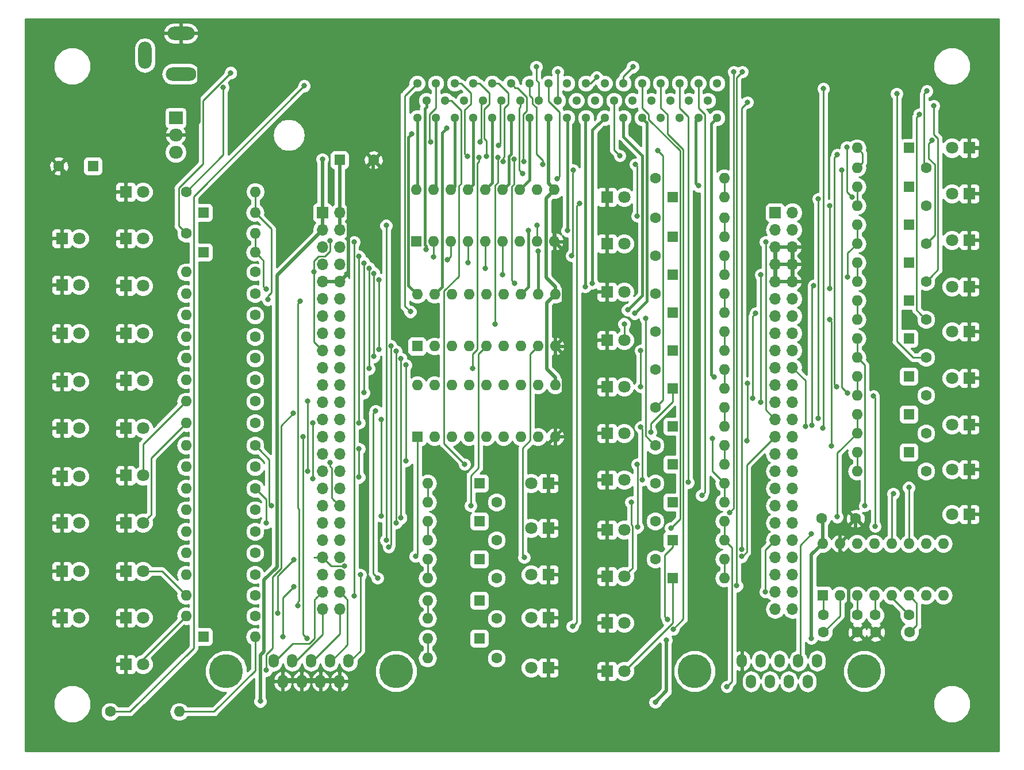
<source format=gbr>
G04 #@! TF.GenerationSoftware,KiCad,Pcbnew,5.0.2-bee76a0~70~ubuntu16.04.1*
G04 #@! TF.CreationDate,2020-12-08T16:48:18+01:00*
G04 #@! TF.ProjectId,IOSelectricControl,494f5365-6c65-4637-9472-6963436f6e74,rev?*
G04 #@! TF.SameCoordinates,Original*
G04 #@! TF.FileFunction,Copper,L1,Top*
G04 #@! TF.FilePolarity,Positive*
%FSLAX46Y46*%
G04 Gerber Fmt 4.6, Leading zero omitted, Abs format (unit mm)*
G04 Created by KiCad (PCBNEW 5.0.2-bee76a0~70~ubuntu16.04.1) date tis  8 dec 2020 16:48:18*
%MOMM*%
%LPD*%
G01*
G04 APERTURE LIST*
G04 #@! TA.AperFunction,ComponentPad*
%ADD10C,5.001260*%
G04 #@! TD*
G04 #@! TA.AperFunction,ComponentPad*
%ADD11O,1.501140X1.998980*%
G04 #@! TD*
G04 #@! TA.AperFunction,ComponentPad*
%ADD12C,1.300000*%
G04 #@! TD*
G04 #@! TA.AperFunction,ComponentPad*
%ADD13O,1.700000X1.700000*%
G04 #@! TD*
G04 #@! TA.AperFunction,ComponentPad*
%ADD14R,1.700000X1.700000*%
G04 #@! TD*
G04 #@! TA.AperFunction,ComponentPad*
%ADD15O,1.998980X4.000500*%
G04 #@! TD*
G04 #@! TA.AperFunction,ComponentPad*
%ADD16O,4.000500X1.998980*%
G04 #@! TD*
G04 #@! TA.AperFunction,ComponentPad*
%ADD17O,4.500880X1.998980*%
G04 #@! TD*
G04 #@! TA.AperFunction,ComponentPad*
%ADD18R,1.600000X1.600000*%
G04 #@! TD*
G04 #@! TA.AperFunction,ComponentPad*
%ADD19C,1.600000*%
G04 #@! TD*
G04 #@! TA.AperFunction,ComponentPad*
%ADD20O,1.600000X1.600000*%
G04 #@! TD*
G04 #@! TA.AperFunction,ComponentPad*
%ADD21C,1.800000*%
G04 #@! TD*
G04 #@! TA.AperFunction,ComponentPad*
%ADD22R,1.800000X1.800000*%
G04 #@! TD*
G04 #@! TA.AperFunction,ComponentPad*
%ADD23R,2.000000X1.905000*%
G04 #@! TD*
G04 #@! TA.AperFunction,ComponentPad*
%ADD24O,2.000000X1.905000*%
G04 #@! TD*
G04 #@! TA.AperFunction,ViaPad*
%ADD25C,0.800000*%
G04 #@! TD*
G04 #@! TA.AperFunction,Conductor*
%ADD26C,0.500000*%
G04 #@! TD*
G04 #@! TA.AperFunction,Conductor*
%ADD27C,0.250000*%
G04 #@! TD*
G04 #@! TA.AperFunction,Conductor*
%ADD28C,0.400000*%
G04 #@! TD*
G04 #@! TA.AperFunction,Conductor*
%ADD29C,0.254000*%
G04 #@! TD*
G04 APERTURE END LIST*
D10*
G04 #@! TO.P,J6,*
G04 #@! TO.N,*
X118793260Y-124714000D03*
D11*
G04 #@! TO.P,J6,3*
G04 #@! TO.N,/PAR1*
X106299000Y-123195080D03*
G04 #@! TO.P,J6,2*
G04 #@! TO.N,/CTRL*
X109070140Y-123195080D03*
G04 #@! TO.P,J6,1*
G04 #@! TO.N,/BREAK*
X111838740Y-123195080D03*
G04 #@! TO.P,J6,4*
G04 #@! TO.N,/PAR0*
X103527860Y-123195080D03*
G04 #@! TO.P,J6,5*
G04 #@! TO.N,/PARODD*
X100759260Y-123195080D03*
G04 #@! TO.P,J6,9*
G04 #@! TO.N,GND*
X102143560Y-126232920D03*
G04 #@! TO.P,J6,8*
X104914700Y-126232920D03*
G04 #@! TO.P,J6,7*
X107683300Y-126232920D03*
G04 #@! TO.P,J6,6*
X110454440Y-126232920D03*
D10*
G04 #@! TO.P,J6,*
G04 #@! TO.N,*
X93804740Y-124714000D03*
G04 #@! TD*
D12*
G04 #@! TO.P,J1,1*
G04 #@! TO.N,/A*
X121920000Y-43180000D03*
G04 #@! TO.P,J1,2*
G04 #@! TO.N,/B*
X124680000Y-43180000D03*
G04 #@! TO.P,J1,3*
G04 #@! TO.N,/C*
X127440000Y-43180000D03*
G04 #@! TO.P,J1,4*
G04 #@! TO.N,/D*
X130200000Y-43180000D03*
G04 #@! TO.P,J1,5*
G04 #@! TO.N,/E*
X132960000Y-43180000D03*
G04 #@! TO.P,J1,6*
G04 #@! TO.N,/F*
X135720000Y-43180000D03*
G04 #@! TO.P,J1,7*
G04 #@! TO.N,/H*
X138480000Y-43180000D03*
G04 #@! TO.P,J1,8*
G04 #@! TO.N,+12V*
X141240000Y-43180000D03*
G04 #@! TO.P,J1,9*
G04 #@! TO.N,/K*
X144000000Y-43180000D03*
G04 #@! TO.P,J1,10*
G04 #@! TO.N,/L*
X146760000Y-43180000D03*
G04 #@! TO.P,J1,11*
G04 #@! TO.N,/M*
X149520000Y-43180000D03*
G04 #@! TO.P,J1,12*
G04 #@! TO.N,/N*
X152280000Y-43180000D03*
G04 #@! TO.P,J1,13*
G04 #@! TO.N,/P*
X155040000Y-43180000D03*
G04 #@! TO.P,J1,14*
G04 #@! TO.N,/R*
X157800000Y-43180000D03*
G04 #@! TO.P,J1,15*
G04 #@! TO.N,/S*
X160560000Y-43180000D03*
G04 #@! TO.P,J1,16*
G04 #@! TO.N,/SOL_LC*
X163320000Y-43180000D03*
G04 #@! TO.P,J1,17*
G04 #@! TO.N,/SOL_RED*
X166080000Y-43180000D03*
G04 #@! TO.P,J1,18*
G04 #@! TO.N,/SOL_BLACK*
X123300000Y-40640000D03*
G04 #@! TO.P,J1,19*
G04 #@! TO.N,/CON_C1_NC*
X126060000Y-40640000D03*
G04 #@! TO.P,J1,20*
G04 #@! TO.N,+12V*
X128820000Y-40640000D03*
G04 #@! TO.P,J1,21*
G04 #@! TO.N,/CON_TAB_ILCK_NC*
X131580000Y-40640000D03*
G04 #@! TO.P,J1,22*
G04 #@! TO.N,/CON_MODE_LC_NC*
X134340000Y-40640000D03*
G04 #@! TO.P,J1,23*
G04 #@! TO.N,/CON_FDBCK_NC*
X137100000Y-40640000D03*
G04 #@! TO.P,J1,24*
G04 #@! TO.N,/CON_FDBCK_NO*
X139860000Y-40640000D03*
G04 #@! TO.P,J1,25*
G04 #@! TO.N,/CON_TAB_ILCK_NO*
X142620000Y-40640000D03*
G04 #@! TO.P,J1,26*
G04 #@! TO.N,+12V*
X145380000Y-40640000D03*
G04 #@! TO.P,J1,27*
G04 #@! TO.N,/CON_EOL_NC*
X148140000Y-40640000D03*
G04 #@! TO.P,J1,28*
G04 #@! TO.N,/CON_EOL_NO*
X150900000Y-40640000D03*
G04 #@! TO.P,J1,29*
G04 #@! TO.N,/CON_MODE_UC_NO*
X153660000Y-40640000D03*
G04 #@! TO.P,J1,30*
G04 #@! TO.N,/CON_RIBBON_NO*
X156420000Y-40640000D03*
G04 #@! TO.P,J1,31*
G04 #@! TO.N,/CON_KBD_NC*
X159180000Y-40640000D03*
G04 #@! TO.P,J1,32*
G04 #@! TO.N,/CON_KBD_NO*
X161940000Y-40640000D03*
G04 #@! TO.P,J1,33*
G04 #@! TO.N,/CON_C1_NO*
X164700000Y-40640000D03*
G04 #@! TO.P,J1,34*
G04 #@! TO.N,/CON_ODD_PARITY*
X121920000Y-38100000D03*
G04 #@! TO.P,J1,35*
G04 #@! TO.N,/CON_T2_NO*
X124680000Y-38100000D03*
G04 #@! TO.P,J1,36*
G04 #@! TO.N,/CON_CK_NO*
X127440000Y-38100000D03*
G04 #@! TO.P,J1,37*
G04 #@! TO.N,/CON_T1_NO*
X130200000Y-38100000D03*
G04 #@! TO.P,J1,38*
G04 #@! TO.N,/CON_R2A_NO*
X132960000Y-38100000D03*
G04 #@! TO.P,J1,39*
G04 #@! TO.N,/CON_R1_NO*
X135720000Y-38100000D03*
G04 #@! TO.P,J1,40*
G04 #@! TO.N,/CON_R2_NO*
X138480000Y-38100000D03*
G04 #@! TO.P,J1,41*
G04 #@! TO.N,/CON_R5_NO*
X141240000Y-38100000D03*
G04 #@! TO.P,J1,42*
G04 #@! TO.N,+12V*
X144000000Y-38100000D03*
G04 #@! TO.P,J1,43*
G04 #@! TO.N,/CON_TAB_NO*
X146760000Y-38100000D03*
G04 #@! TO.P,J1,44*
G04 #@! TO.N,/AA*
X149520000Y-38100000D03*
G04 #@! TO.P,J1,45*
G04 #@! TO.N,/BB*
X152280000Y-38100000D03*
G04 #@! TO.P,J1,46*
G04 #@! TO.N,/CC*
X155040000Y-38100000D03*
G04 #@! TO.P,J1,47*
G04 #@! TO.N,/CON_INDEX_NO*
X157800000Y-38100000D03*
G04 #@! TO.P,J1,48*
G04 #@! TO.N,/CON_UC_NO*
X160560000Y-38100000D03*
G04 #@! TO.P,J1,49*
G04 #@! TO.N,/CON_LC_NO*
X163320000Y-38100000D03*
G04 #@! TO.P,J1,50*
G04 #@! TO.N,Net-(J1-Pad50)*
X166080000Y-38100000D03*
G04 #@! TD*
D13*
G04 #@! TO.P,J3,48*
G04 #@! TO.N,Net-(J3-Pad48)*
X177165000Y-115570000D03*
G04 #@! TO.P,J3,47*
G04 #@! TO.N,Net-(J3-Pad47)*
X174625000Y-115570000D03*
G04 #@! TO.P,J3,46*
G04 #@! TO.N,Net-(J3-Pad46)*
X177165000Y-113030000D03*
G04 #@! TO.P,J3,45*
G04 #@! TO.N,Net-(J3-Pad45)*
X174625000Y-113030000D03*
G04 #@! TO.P,J3,44*
G04 #@! TO.N,Net-(J3-Pad44)*
X177165000Y-110490000D03*
G04 #@! TO.P,J3,43*
G04 #@! TO.N,Net-(J3-Pad43)*
X174625000Y-110490000D03*
G04 #@! TO.P,J3,42*
G04 #@! TO.N,Net-(J3-Pad42)*
X177165000Y-107950000D03*
G04 #@! TO.P,J3,41*
G04 #@! TO.N,Net-(J3-Pad41)*
X174625000Y-107950000D03*
G04 #@! TO.P,J3,40*
G04 #@! TO.N,Net-(J3-Pad40)*
X177165000Y-105410000D03*
G04 #@! TO.P,J3,39*
G04 #@! TO.N,/STM_T2*
X174625000Y-105410000D03*
G04 #@! TO.P,J3,38*
G04 #@! TO.N,/STM_EOL_NO*
X177165000Y-102870000D03*
G04 #@! TO.P,J3,37*
G04 #@! TO.N,/STM_MODE_UC_NO*
X174625000Y-102870000D03*
G04 #@! TO.P,J3,36*
G04 #@! TO.N,/STM_RIBBON_NO*
X177165000Y-100330000D03*
G04 #@! TO.P,J3,35*
G04 #@! TO.N,Net-(J3-Pad35)*
X174625000Y-100330000D03*
G04 #@! TO.P,J3,34*
G04 #@! TO.N,/SER_TX*
X177165000Y-97790000D03*
G04 #@! TO.P,J3,33*
G04 #@! TO.N,/SER_RX*
X174625000Y-97790000D03*
G04 #@! TO.P,J3,32*
G04 #@! TO.N,Net-(J3-Pad32)*
X177165000Y-95250000D03*
G04 #@! TO.P,J3,31*
G04 #@! TO.N,Net-(J3-Pad31)*
X174625000Y-95250000D03*
G04 #@! TO.P,J3,30*
G04 #@! TO.N,Net-(J3-Pad30)*
X177165000Y-92710000D03*
G04 #@! TO.P,J3,29*
G04 #@! TO.N,/STM_KBD_NC*
X174625000Y-92710000D03*
G04 #@! TO.P,J3,28*
G04 #@! TO.N,/STM_KBD_NO*
X177165000Y-90170000D03*
G04 #@! TO.P,J3,27*
G04 #@! TO.N,/STM_C1_NO*
X174625000Y-90170000D03*
G04 #@! TO.P,J3,26*
G04 #@! TO.N,/STM_R5_NO*
X177165000Y-87630000D03*
G04 #@! TO.P,J3,25*
G04 #@! TO.N,/STM_R2_NO*
X174625000Y-87630000D03*
G04 #@! TO.P,J3,24*
G04 #@! TO.N,/STM_R1_NO*
X177165000Y-85090000D03*
G04 #@! TO.P,J3,23*
G04 #@! TO.N,/STM_R2A_NO*
X174625000Y-85090000D03*
G04 #@! TO.P,J3,22*
G04 #@! TO.N,/STM_T1_NO*
X177165000Y-82550000D03*
G04 #@! TO.P,J3,21*
G04 #@! TO.N,/STM_CK_NO*
X174625000Y-82550000D03*
G04 #@! TO.P,J3,20*
G04 #@! TO.N,/STM_T2_NO*
X177165000Y-80010000D03*
G04 #@! TO.P,J3,19*
G04 #@! TO.N,/STM_ODD_PAR_NO*
X174625000Y-80010000D03*
G04 #@! TO.P,J3,18*
G04 #@! TO.N,Net-(J3-Pad18)*
X177165000Y-77470000D03*
G04 #@! TO.P,J3,17*
G04 #@! TO.N,Net-(J3-Pad17)*
X174625000Y-77470000D03*
G04 #@! TO.P,J3,16*
G04 #@! TO.N,Net-(J3-Pad16)*
X177165000Y-74930000D03*
G04 #@! TO.P,J3,15*
G04 #@! TO.N,Net-(J3-Pad15)*
X174625000Y-74930000D03*
G04 #@! TO.P,J3,14*
G04 #@! TO.N,Net-(J3-Pad14)*
X177165000Y-72390000D03*
G04 #@! TO.P,J3,13*
G04 #@! TO.N,Net-(J3-Pad13)*
X174625000Y-72390000D03*
G04 #@! TO.P,J3,12*
G04 #@! TO.N,/STM_TAB_ILCK_NC*
X177165000Y-69850000D03*
G04 #@! TO.P,J3,11*
G04 #@! TO.N,/STM_MODE_LC_NC*
X174625000Y-69850000D03*
G04 #@! TO.P,J3,10*
G04 #@! TO.N,GND*
X177165000Y-67310000D03*
G04 #@! TO.P,J3,9*
X174625000Y-67310000D03*
G04 #@! TO.P,J3,8*
X177165000Y-64770000D03*
G04 #@! TO.P,J3,7*
X174625000Y-64770000D03*
G04 #@! TO.P,J3,6*
X177165000Y-62230000D03*
G04 #@! TO.P,J3,5*
X174625000Y-62230000D03*
G04 #@! TO.P,J3,4*
G04 #@! TO.N,Net-(J3-Pad4)*
X177165000Y-59690000D03*
G04 #@! TO.P,J3,3*
G04 #@! TO.N,Net-(J3-Pad3)*
X174625000Y-59690000D03*
G04 #@! TO.P,J3,2*
G04 #@! TO.N,Net-(J3-Pad2)*
X177165000Y-57150000D03*
D14*
G04 #@! TO.P,J3,1*
G04 #@! TO.N,Net-(J3-Pad1)*
X174625000Y-57150000D03*
G04 #@! TD*
D15*
G04 #@! TO.P,J4,1*
G04 #@! TO.N,+12V*
X81821020Y-33980120D03*
D16*
G04 #@! TO.P,J4,2*
G04 #@! TO.N,GND*
X87122000Y-30728920D03*
D17*
G04 #@! TO.P,J4,3*
G04 #@! TO.N,N/C*
X87122000Y-36730940D03*
G04 #@! TD*
D18*
G04 #@! TO.P,C1,1*
G04 #@! TO.N,+12V*
X74168000Y-50292000D03*
D19*
G04 #@! TO.P,C1,2*
G04 #@! TO.N,GND*
X69168000Y-50292000D03*
G04 #@! TD*
G04 #@! TO.P,C2,2*
G04 #@! TO.N,GND*
X115490000Y-49403000D03*
D18*
G04 #@! TO.P,C2,1*
G04 #@! TO.N,+5V*
X110490000Y-49403000D03*
G04 #@! TD*
D19*
G04 #@! TO.P,C3,2*
G04 #@! TO.N,Net-(C3-Pad2)*
X186737000Y-116459000D03*
G04 #@! TO.P,C3,1*
G04 #@! TO.N,Net-(C3-Pad1)*
X181737000Y-116459000D03*
G04 #@! TD*
G04 #@! TO.P,C4,1*
G04 #@! TO.N,+5V*
X181483000Y-102235000D03*
G04 #@! TO.P,C4,2*
G04 #@! TO.N,GND*
X186483000Y-102235000D03*
G04 #@! TD*
G04 #@! TO.P,C5,1*
G04 #@! TO.N,Net-(C5-Pad1)*
X189357000Y-116459000D03*
G04 #@! TO.P,C5,2*
G04 #@! TO.N,Net-(C5-Pad2)*
X194357000Y-116459000D03*
G04 #@! TD*
G04 #@! TO.P,C6,1*
G04 #@! TO.N,Net-(C6-Pad1)*
X194437000Y-118999000D03*
G04 #@! TO.P,C6,2*
G04 #@! TO.N,GND*
X189437000Y-118999000D03*
G04 #@! TD*
G04 #@! TO.P,C7,2*
G04 #@! TO.N,GND*
X186737000Y-118999000D03*
G04 #@! TO.P,C7,1*
G04 #@! TO.N,Net-(C7-Pad1)*
X181737000Y-118999000D03*
G04 #@! TD*
D18*
G04 #@! TO.P,D1,1*
G04 #@! TO.N,Net-(D1-Pad1)*
X159512000Y-83058000D03*
D20*
G04 #@! TO.P,D1,2*
G04 #@! TO.N,/STM_CK_NO*
X167132000Y-83058000D03*
G04 #@! TD*
G04 #@! TO.P,D3,2*
G04 #@! TO.N,/STM_T2_NO*
X167132000Y-88646000D03*
D18*
G04 #@! TO.P,D3,1*
G04 #@! TO.N,Net-(D3-Pad1)*
X159512000Y-88646000D03*
G04 #@! TD*
D20*
G04 #@! TO.P,D5,2*
G04 #@! TO.N,/STM_T1_NO*
X167132000Y-77470000D03*
D18*
G04 #@! TO.P,D5,1*
G04 #@! TO.N,Net-(D5-Pad1)*
X159512000Y-77470000D03*
G04 #@! TD*
G04 #@! TO.P,D7,1*
G04 #@! TO.N,Net-(D7-Pad1)*
X159512000Y-71882000D03*
D20*
G04 #@! TO.P,D7,2*
G04 #@! TO.N,/STM_R2A_NO*
X167132000Y-71882000D03*
G04 #@! TD*
D18*
G04 #@! TO.P,D9,1*
G04 #@! TO.N,Net-(D10-Pad2)*
X159512000Y-66294000D03*
D20*
G04 #@! TO.P,D9,2*
G04 #@! TO.N,/STM_R1_NO*
X167132000Y-66294000D03*
G04 #@! TD*
D18*
G04 #@! TO.P,D11,1*
G04 #@! TO.N,Net-(D11-Pad1)*
X159512000Y-60706000D03*
D20*
G04 #@! TO.P,D11,2*
G04 #@! TO.N,/STM_R2_NO*
X167132000Y-60706000D03*
G04 #@! TD*
G04 #@! TO.P,D13,2*
G04 #@! TO.N,/STM_R5_NO*
X167132000Y-54864000D03*
D18*
G04 #@! TO.P,D13,1*
G04 #@! TO.N,Net-(D13-Pad1)*
X159512000Y-54864000D03*
G04 #@! TD*
G04 #@! TO.P,D15,1*
G04 #@! TO.N,Net-(D15-Pad1)*
X131064000Y-97028000D03*
D20*
G04 #@! TO.P,D15,2*
G04 #@! TO.N,/STM_LC_NO*
X123444000Y-97028000D03*
G04 #@! TD*
D18*
G04 #@! TO.P,D17,1*
G04 #@! TO.N,Net-(D17-Pad1)*
X90424000Y-119634000D03*
D20*
G04 #@! TO.P,D17,2*
G04 #@! TO.N,/STM_EOL_NC*
X98044000Y-119634000D03*
G04 #@! TD*
G04 #@! TO.P,D19,2*
G04 #@! TO.N,/STM_C1_NC*
X186690000Y-92456000D03*
D18*
G04 #@! TO.P,D19,1*
G04 #@! TO.N,Net-(D19-Pad1)*
X194310000Y-92456000D03*
G04 #@! TD*
D20*
G04 #@! TO.P,D21,2*
G04 #@! TO.N,/STM_UC_NO*
X167132000Y-99822000D03*
D18*
G04 #@! TO.P,D21,1*
G04 #@! TO.N,Net-(D21-Pad1)*
X159512000Y-99822000D03*
G04 #@! TD*
D20*
G04 #@! TO.P,D23,2*
G04 #@! TO.N,/STM_EOL_NO*
X186690000Y-81280000D03*
D18*
G04 #@! TO.P,D23,1*
G04 #@! TO.N,Net-(D23-Pad1)*
X194310000Y-81280000D03*
G04 #@! TD*
G04 #@! TO.P,D25,1*
G04 #@! TO.N,Net-(D25-Pad1)*
X194310000Y-58928000D03*
D20*
G04 #@! TO.P,D25,2*
G04 #@! TO.N,/STM_TAB_ILCK_NC*
X186690000Y-58928000D03*
G04 #@! TD*
D18*
G04 #@! TO.P,D27,1*
G04 #@! TO.N,Net-(D27-Pad1)*
X131064000Y-119888000D03*
D20*
G04 #@! TO.P,D27,2*
G04 #@! TO.N,/STM_INDEX_NO*
X123444000Y-119888000D03*
G04 #@! TD*
D18*
G04 #@! TO.P,D29,1*
G04 #@! TO.N,Net-(D29-Pad1)*
X194310000Y-86868000D03*
D20*
G04 #@! TO.P,D29,2*
G04 #@! TO.N,/STM_MODE_UC_NO*
X186690000Y-86868000D03*
G04 #@! TD*
D18*
G04 #@! TO.P,D31,1*
G04 #@! TO.N,Net-(D31-Pad1)*
X194310000Y-53340000D03*
D20*
G04 #@! TO.P,D31,2*
G04 #@! TO.N,/STM_MODE_LC_NC*
X186690000Y-53340000D03*
G04 #@! TD*
G04 #@! TO.P,D33,2*
G04 #@! TO.N,/STM_CR_NO*
X123444000Y-102616000D03*
D18*
G04 #@! TO.P,D33,1*
G04 #@! TO.N,Net-(D33-Pad1)*
X131064000Y-102616000D03*
G04 #@! TD*
D20*
G04 #@! TO.P,D35,2*
G04 #@! TO.N,/STM_RIBBON_NO*
X186690000Y-75692000D03*
D18*
G04 #@! TO.P,D35,1*
G04 #@! TO.N,Net-(D35-Pad1)*
X194310000Y-75692000D03*
G04 #@! TD*
D20*
G04 #@! TO.P,D37,2*
G04 #@! TO.N,/STM_FDBCK_NC*
X123444000Y-114300000D03*
D18*
G04 #@! TO.P,D37,1*
G04 #@! TO.N,Net-(D37-Pad1)*
X131064000Y-114300000D03*
G04 #@! TD*
D20*
G04 #@! TO.P,D39,2*
G04 #@! TO.N,/STM_BSP_NO*
X123444000Y-108204000D03*
D18*
G04 #@! TO.P,D39,1*
G04 #@! TO.N,Net-(D39-Pad1)*
X131064000Y-108204000D03*
G04 #@! TD*
G04 #@! TO.P,D41,1*
G04 #@! TO.N,Net-(D41-Pad1)*
X194310000Y-70104000D03*
D20*
G04 #@! TO.P,D41,2*
G04 #@! TO.N,/STM_KBD_NC*
X186690000Y-70104000D03*
G04 #@! TD*
G04 #@! TO.P,D43,2*
G04 #@! TO.N,/STM_FDBCK_NO*
X98044000Y-62992000D03*
D18*
G04 #@! TO.P,D43,1*
G04 #@! TO.N,Net-(D43-Pad1)*
X90424000Y-62992000D03*
G04 #@! TD*
D20*
G04 #@! TO.P,D45,2*
G04 #@! TO.N,/STM_SP_NO*
X186690000Y-47625000D03*
D18*
G04 #@! TO.P,D45,1*
G04 #@! TO.N,Net-(D45-Pad1)*
X194310000Y-47625000D03*
G04 #@! TD*
D20*
G04 #@! TO.P,D47,2*
G04 #@! TO.N,/STM_KBD_NO*
X186690000Y-64516000D03*
D18*
G04 #@! TO.P,D47,1*
G04 #@! TO.N,Net-(D47-Pad1)*
X194310000Y-64516000D03*
G04 #@! TD*
D20*
G04 #@! TO.P,D49,2*
G04 #@! TO.N,/STM_ODD_PAR_NO*
X167132000Y-94234000D03*
D18*
G04 #@! TO.P,D49,1*
G04 #@! TO.N,Net-(D49-Pad1)*
X159512000Y-94234000D03*
G04 #@! TD*
G04 #@! TO.P,D51,1*
G04 #@! TO.N,Net-(D51-Pad1)*
X90424000Y-57150000D03*
D20*
G04 #@! TO.P,D51,2*
G04 #@! TO.N,/STM_TAB_ILCK_NO*
X98044000Y-57150000D03*
G04 #@! TD*
D18*
G04 #@! TO.P,D53,1*
G04 #@! TO.N,Net-(D53-Pad1)*
X159512000Y-105410000D03*
D20*
G04 #@! TO.P,D53,2*
G04 #@! TO.N,/STM_TAB_NO*
X167132000Y-105410000D03*
G04 #@! TD*
D18*
G04 #@! TO.P,D55,1*
G04 #@! TO.N,Net-(D55-Pad1)*
X159512000Y-110998000D03*
D20*
G04 #@! TO.P,D55,2*
G04 #@! TO.N,/STM_C1_NO*
X167132000Y-110998000D03*
G04 #@! TD*
D21*
G04 #@! TO.P,D69,2*
G04 #@! TO.N,Net-(D69-Pad2)*
X72136000Y-96012000D03*
D22*
G04 #@! TO.P,D69,1*
G04 #@! TO.N,GND*
X69596000Y-96012000D03*
G04 #@! TD*
D14*
G04 #@! TO.P,J2,1*
G04 #@! TO.N,+5V*
X107950000Y-57150000D03*
D13*
G04 #@! TO.P,J2,2*
X110490000Y-57150000D03*
G04 #@! TO.P,J2,3*
X107950000Y-59690000D03*
G04 #@! TO.P,J2,4*
X110490000Y-59690000D03*
G04 #@! TO.P,J2,5*
G04 #@! TO.N,Net-(J2-Pad5)*
X107950000Y-62230000D03*
G04 #@! TO.P,J2,6*
G04 #@! TO.N,Net-(J2-Pad6)*
X110490000Y-62230000D03*
G04 #@! TO.P,J2,7*
G04 #@! TO.N,Net-(J2-Pad7)*
X107950000Y-64770000D03*
G04 #@! TO.P,J2,8*
G04 #@! TO.N,Net-(J2-Pad8)*
X110490000Y-64770000D03*
G04 #@! TO.P,J2,9*
G04 #@! TO.N,GND*
X107950000Y-67310000D03*
G04 #@! TO.P,J2,10*
X110490000Y-67310000D03*
G04 #@! TO.P,J2,11*
G04 #@! TO.N,/STM_FDBCK_NC*
X107950000Y-69850000D03*
G04 #@! TO.P,J2,12*
G04 #@! TO.N,/STM_FDBCK_NO*
X110490000Y-69850000D03*
G04 #@! TO.P,J2,13*
G04 #@! TO.N,/STM_TAB_ILCK_NO*
X107950000Y-72390000D03*
G04 #@! TO.P,J2,14*
G04 #@! TO.N,/STM_KBD_LOCK*
X110490000Y-72390000D03*
G04 #@! TO.P,J2,15*
G04 #@! TO.N,/STM_TAB*
X107950000Y-74930000D03*
G04 #@! TO.P,J2,16*
G04 #@! TO.N,Net-(J2-Pad16)*
X110490000Y-74930000D03*
G04 #@! TO.P,J2,17*
G04 #@! TO.N,/STM_R5*
X107950000Y-77470000D03*
G04 #@! TO.P,J2,18*
G04 #@! TO.N,/STM_R2*
X110490000Y-77470000D03*
G04 #@! TO.P,J2,19*
G04 #@! TO.N,/STM_R1*
X107950000Y-80010000D03*
G04 #@! TO.P,J2,20*
G04 #@! TO.N,/STM_R2A*
X110490000Y-80010000D03*
G04 #@! TO.P,J2,21*
G04 #@! TO.N,Net-(J2-Pad21)*
X107950000Y-82550000D03*
G04 #@! TO.P,J2,22*
G04 #@! TO.N,Net-(J2-Pad22)*
X110490000Y-82550000D03*
G04 #@! TO.P,J2,23*
G04 #@! TO.N,/STM_TAB_NO*
X107950000Y-85090000D03*
G04 #@! TO.P,J2,24*
G04 #@! TO.N,/STM_SP_NO*
X110490000Y-85090000D03*
G04 #@! TO.P,J2,25*
G04 #@! TO.N,/STM_BSP_NO*
X107950000Y-87630000D03*
G04 #@! TO.P,J2,26*
G04 #@! TO.N,/STM_CR_NO*
X110490000Y-87630000D03*
G04 #@! TO.P,J2,27*
G04 #@! TO.N,/STM_INDEX_NO*
X107950000Y-90170000D03*
G04 #@! TO.P,J2,28*
G04 #@! TO.N,/STM_UC_NO*
X110490000Y-90170000D03*
G04 #@! TO.P,J2,29*
G04 #@! TO.N,/STM_LC_NO*
X107950000Y-92710000D03*
G04 #@! TO.P,J2,30*
G04 #@! TO.N,/STM_C1_NC*
X110490000Y-92710000D03*
G04 #@! TO.P,J2,31*
G04 #@! TO.N,/STM_T1*
X107950000Y-95250000D03*
G04 #@! TO.P,J2,32*
G04 #@! TO.N,/STM_CK*
X110490000Y-95250000D03*
G04 #@! TO.P,J2,33*
G04 #@! TO.N,Net-(J2-Pad33)*
X107950000Y-97790000D03*
G04 #@! TO.P,J2,34*
G04 #@! TO.N,Net-(J2-Pad34)*
X110490000Y-97790000D03*
G04 #@! TO.P,J2,35*
G04 #@! TO.N,/STM_SP*
X107950000Y-100330000D03*
G04 #@! TO.P,J2,36*
G04 #@! TO.N,/STM_BSP*
X110490000Y-100330000D03*
G04 #@! TO.P,J2,37*
G04 #@! TO.N,/STM_CR*
X107950000Y-102870000D03*
G04 #@! TO.P,J2,38*
G04 #@! TO.N,/STM_INDEX*
X110490000Y-102870000D03*
G04 #@! TO.P,J2,39*
G04 #@! TO.N,/STM_UC*
X107950000Y-105410000D03*
G04 #@! TO.P,J2,40*
G04 #@! TO.N,/STM_LC*
X110490000Y-105410000D03*
G04 #@! TO.P,J2,41*
G04 #@! TO.N,/STM_RED*
X107950000Y-107950000D03*
G04 #@! TO.P,J2,42*
G04 #@! TO.N,/STM_BLACK*
X110490000Y-107950000D03*
G04 #@! TO.P,J2,43*
G04 #@! TO.N,/STM_EOL_NC*
X107950000Y-110490000D03*
G04 #@! TO.P,J2,44*
G04 #@! TO.N,/BREAK*
X110490000Y-110490000D03*
G04 #@! TO.P,J2,45*
G04 #@! TO.N,/PARODD*
X107950000Y-113030000D03*
G04 #@! TO.P,J2,46*
G04 #@! TO.N,/CTRL*
X110490000Y-113030000D03*
G04 #@! TO.P,J2,47*
G04 #@! TO.N,/PAR0*
X107950000Y-115570000D03*
G04 #@! TO.P,J2,48*
G04 #@! TO.N,/PAR1*
X110490000Y-115570000D03*
G04 #@! TD*
D10*
G04 #@! TO.P,J5,*
G04 #@! TO.N,*
X187754260Y-124714000D03*
D11*
G04 #@! TO.P,J5,3*
G04 #@! TO.N,/EIA_RX*
X175260000Y-123195080D03*
G04 #@! TO.P,J5,2*
G04 #@! TO.N,/EIA_TX*
X178031140Y-123195080D03*
G04 #@! TO.P,J5,1*
G04 #@! TO.N,Net-(J5-Pad1)*
X180799740Y-123195080D03*
G04 #@! TO.P,J5,4*
G04 #@! TO.N,Net-(J5-Pad4)*
X172488860Y-123195080D03*
G04 #@! TO.P,J5,5*
G04 #@! TO.N,GND*
X169720260Y-123195080D03*
G04 #@! TO.P,J5,9*
G04 #@! TO.N,Net-(J5-Pad9)*
X171104560Y-126232920D03*
G04 #@! TO.P,J5,8*
G04 #@! TO.N,Net-(J5-Pad8)*
X173875700Y-126232920D03*
G04 #@! TO.P,J5,7*
G04 #@! TO.N,Net-(J5-Pad7)*
X176644300Y-126232920D03*
G04 #@! TO.P,J5,6*
G04 #@! TO.N,Net-(J5-Pad6)*
X179415440Y-126232920D03*
D10*
G04 #@! TO.P,J5,*
G04 #@! TO.N,*
X162765740Y-124714000D03*
G04 #@! TD*
D19*
G04 #@! TO.P,R1,1*
G04 #@! TO.N,/CON_CK_NO*
X156972000Y-80264000D03*
D20*
G04 #@! TO.P,R1,2*
G04 #@! TO.N,/STM_CK_NO*
X167132000Y-80264000D03*
G04 #@! TD*
G04 #@! TO.P,R3,2*
G04 #@! TO.N,/STM_T2_NO*
X167132000Y-85852000D03*
D19*
G04 #@! TO.P,R3,1*
G04 #@! TO.N,/CON_T2_NO*
X156972000Y-85852000D03*
G04 #@! TD*
G04 #@! TO.P,R5,1*
G04 #@! TO.N,/CON_T1_NO*
X156972000Y-74676000D03*
D20*
G04 #@! TO.P,R5,2*
G04 #@! TO.N,/STM_T1_NO*
X167132000Y-74676000D03*
G04 #@! TD*
D19*
G04 #@! TO.P,R7,1*
G04 #@! TO.N,/CON_R2A_NO*
X156972000Y-69088000D03*
D20*
G04 #@! TO.P,R7,2*
G04 #@! TO.N,/STM_R2A_NO*
X167132000Y-69088000D03*
G04 #@! TD*
D19*
G04 #@! TO.P,R9,1*
G04 #@! TO.N,/CON_R1_NO*
X156972000Y-63500000D03*
D20*
G04 #@! TO.P,R9,2*
G04 #@! TO.N,/STM_R1_NO*
X167132000Y-63500000D03*
G04 #@! TD*
D19*
G04 #@! TO.P,R11,1*
G04 #@! TO.N,/CON_R2_NO*
X156972000Y-57912000D03*
D20*
G04 #@! TO.P,R11,2*
G04 #@! TO.N,/STM_R2_NO*
X167132000Y-57912000D03*
G04 #@! TD*
G04 #@! TO.P,R13,2*
G04 #@! TO.N,/STM_R5_NO*
X167132000Y-52070000D03*
D19*
G04 #@! TO.P,R13,1*
G04 #@! TO.N,/CON_R5_NO*
X156972000Y-52070000D03*
G04 #@! TD*
G04 #@! TO.P,R15,1*
G04 #@! TO.N,/CON_LC_NO*
X133604000Y-99822000D03*
D20*
G04 #@! TO.P,R15,2*
G04 #@! TO.N,/STM_LC_NO*
X123444000Y-99822000D03*
G04 #@! TD*
D19*
G04 #@! TO.P,R16,1*
G04 #@! TO.N,/CON_EOL_NC*
X76708000Y-130683000D03*
D20*
G04 #@! TO.P,R16,2*
G04 #@! TO.N,/STM_EOL_NC*
X86868000Y-130683000D03*
G04 #@! TD*
D19*
G04 #@! TO.P,R17,1*
G04 #@! TO.N,/CON_C1_NC*
X196850000Y-95250000D03*
D20*
G04 #@! TO.P,R17,2*
G04 #@! TO.N,/STM_C1_NC*
X186690000Y-95250000D03*
G04 #@! TD*
G04 #@! TO.P,R21,2*
G04 #@! TO.N,/STM_UC_NO*
X167132000Y-97028000D03*
D19*
G04 #@! TO.P,R21,1*
G04 #@! TO.N,/CON_UC_NO*
X156972000Y-97028000D03*
G04 #@! TD*
G04 #@! TO.P,R22,1*
G04 #@! TO.N,/CON_EOL_NO*
X196850000Y-84074000D03*
D20*
G04 #@! TO.P,R22,2*
G04 #@! TO.N,/STM_EOL_NO*
X186690000Y-84074000D03*
G04 #@! TD*
G04 #@! TO.P,R23,2*
G04 #@! TO.N,/STM_TAB_ILCK_NC*
X186690000Y-61722000D03*
D19*
G04 #@! TO.P,R23,1*
G04 #@! TO.N,/CON_TAB_ILCK_NC*
X196850000Y-61722000D03*
G04 #@! TD*
D20*
G04 #@! TO.P,R27,2*
G04 #@! TO.N,/STM_INDEX_NO*
X123444000Y-122809000D03*
D19*
G04 #@! TO.P,R27,1*
G04 #@! TO.N,/CON_INDEX_NO*
X133604000Y-122809000D03*
G04 #@! TD*
D20*
G04 #@! TO.P,R28,2*
G04 #@! TO.N,/STM_MODE_UC_NO*
X186690000Y-89662000D03*
D19*
G04 #@! TO.P,R28,1*
G04 #@! TO.N,/CON_MODE_UC_NO*
X196850000Y-89662000D03*
G04 #@! TD*
D20*
G04 #@! TO.P,R29,2*
G04 #@! TO.N,/STM_MODE_LC_NC*
X186690000Y-56134000D03*
D19*
G04 #@! TO.P,R29,1*
G04 #@! TO.N,/CON_MODE_LC_NC*
X196850000Y-56134000D03*
G04 #@! TD*
G04 #@! TO.P,R33,1*
G04 #@! TO.N,/CC*
X133604000Y-105410000D03*
D20*
G04 #@! TO.P,R33,2*
G04 #@! TO.N,/STM_CR_NO*
X123444000Y-105410000D03*
G04 #@! TD*
G04 #@! TO.P,R34,2*
G04 #@! TO.N,/STM_RIBBON_NO*
X186690000Y-78486000D03*
D19*
G04 #@! TO.P,R34,1*
G04 #@! TO.N,/CON_RIBBON_NO*
X196850000Y-78486000D03*
G04 #@! TD*
G04 #@! TO.P,R35,1*
G04 #@! TO.N,/CON_FDBCK_NC*
X133604000Y-116967000D03*
D20*
G04 #@! TO.P,R35,2*
G04 #@! TO.N,/STM_FDBCK_NC*
X123444000Y-116967000D03*
G04 #@! TD*
D19*
G04 #@! TO.P,R39,1*
G04 #@! TO.N,/BB*
X133604000Y-110998000D03*
D20*
G04 #@! TO.P,R39,2*
G04 #@! TO.N,/STM_BSP_NO*
X123444000Y-110998000D03*
G04 #@! TD*
G04 #@! TO.P,R40,2*
G04 #@! TO.N,/STM_KBD_NC*
X186690000Y-72898000D03*
D19*
G04 #@! TO.P,R40,1*
G04 #@! TO.N,/CON_KBD_NC*
X196850000Y-72898000D03*
G04 #@! TD*
G04 #@! TO.P,R41,1*
G04 #@! TO.N,/CON_FDBCK_NO*
X87884000Y-60198000D03*
D20*
G04 #@! TO.P,R41,2*
G04 #@! TO.N,/STM_FDBCK_NO*
X98044000Y-60198000D03*
G04 #@! TD*
G04 #@! TO.P,R45,2*
G04 #@! TO.N,/STM_SP_NO*
X186690000Y-50546000D03*
D19*
G04 #@! TO.P,R45,1*
G04 #@! TO.N,/AA*
X196850000Y-50546000D03*
G04 #@! TD*
D20*
G04 #@! TO.P,R46,2*
G04 #@! TO.N,/STM_KBD_NO*
X186690000Y-67310000D03*
D19*
G04 #@! TO.P,R46,1*
G04 #@! TO.N,/CON_KBD_NO*
X196850000Y-67310000D03*
G04 #@! TD*
G04 #@! TO.P,R47,1*
G04 #@! TO.N,/CON_ODD_PARITY*
X156972000Y-91440000D03*
D20*
G04 #@! TO.P,R47,2*
G04 #@! TO.N,/STM_ODD_PAR_NO*
X167132000Y-91440000D03*
G04 #@! TD*
D19*
G04 #@! TO.P,R48,1*
G04 #@! TO.N,/CON_TAB_ILCK_NO*
X87909400Y-54076600D03*
D20*
G04 #@! TO.P,R48,2*
G04 #@! TO.N,/STM_TAB_ILCK_NO*
X98069400Y-54076600D03*
G04 #@! TD*
G04 #@! TO.P,R53,2*
G04 #@! TO.N,/STM_TAB_NO*
X167132000Y-102616000D03*
D19*
G04 #@! TO.P,R53,1*
G04 #@! TO.N,/CON_TAB_NO*
X156972000Y-102616000D03*
G04 #@! TD*
G04 #@! TO.P,R54,1*
G04 #@! TO.N,/CON_C1_NO*
X156972000Y-108204000D03*
D20*
G04 #@! TO.P,R54,2*
G04 #@! TO.N,/STM_C1_NO*
X167132000Y-108204000D03*
G04 #@! TD*
D19*
G04 #@! TO.P,R57,1*
G04 #@! TO.N,/STM_T2*
X98044000Y-113538000D03*
D20*
G04 #@! TO.P,R57,2*
G04 #@! TO.N,Net-(D57-Pad2)*
X87884000Y-113538000D03*
G04 #@! TD*
D19*
G04 #@! TO.P,R58,1*
G04 #@! TO.N,/STM_CK*
X98044000Y-88138000D03*
D20*
G04 #@! TO.P,R58,2*
G04 #@! TO.N,Net-(D58-Pad2)*
X87884000Y-88138000D03*
G04 #@! TD*
D19*
G04 #@! TO.P,R59,1*
G04 #@! TO.N,/STM_T1*
X98044000Y-84963000D03*
D20*
G04 #@! TO.P,R59,2*
G04 #@! TO.N,Net-(D59-Pad2)*
X87884000Y-84963000D03*
G04 #@! TD*
G04 #@! TO.P,R60,2*
G04 #@! TO.N,Net-(D60-Pad2)*
X87884000Y-81788000D03*
D19*
G04 #@! TO.P,R60,1*
G04 #@! TO.N,/STM_R2A*
X98044000Y-81788000D03*
G04 #@! TD*
D20*
G04 #@! TO.P,R61,2*
G04 #@! TO.N,Net-(D61-Pad2)*
X87884000Y-78613000D03*
D19*
G04 #@! TO.P,R61,1*
G04 #@! TO.N,/STM_R1*
X98044000Y-78613000D03*
G04 #@! TD*
G04 #@! TO.P,R62,1*
G04 #@! TO.N,/STM_R2*
X98044000Y-75438000D03*
D20*
G04 #@! TO.P,R62,2*
G04 #@! TO.N,Net-(D62-Pad2)*
X87884000Y-75438000D03*
G04 #@! TD*
G04 #@! TO.P,R63,2*
G04 #@! TO.N,Net-(D63-Pad2)*
X87884000Y-65913000D03*
D19*
G04 #@! TO.P,R63,1*
G04 #@! TO.N,/STM_R5*
X98044000Y-65913000D03*
G04 #@! TD*
G04 #@! TO.P,R64,1*
G04 #@! TO.N,/STM_KBD_LOCK*
X98044000Y-69088000D03*
D20*
G04 #@! TO.P,R64,2*
G04 #@! TO.N,Net-(D64-Pad2)*
X87884000Y-69088000D03*
G04 #@! TD*
G04 #@! TO.P,R65,2*
G04 #@! TO.N,Net-(D65-Pad2)*
X87884000Y-72263000D03*
D19*
G04 #@! TO.P,R65,1*
G04 #@! TO.N,/STM_TAB*
X98044000Y-72263000D03*
G04 #@! TD*
D20*
G04 #@! TO.P,R66,2*
G04 #@! TO.N,Net-(D66-Pad2)*
X87884000Y-91440000D03*
D19*
G04 #@! TO.P,R66,1*
G04 #@! TO.N,/STM_SP*
X98044000Y-91440000D03*
G04 #@! TD*
G04 #@! TO.P,R67,1*
G04 #@! TO.N,/STM_BSP*
X98044000Y-94615000D03*
D20*
G04 #@! TO.P,R67,2*
G04 #@! TO.N,Net-(D67-Pad2)*
X87884000Y-94615000D03*
G04 #@! TD*
D19*
G04 #@! TO.P,R68,1*
G04 #@! TO.N,/STM_CR*
X98044000Y-97790000D03*
D20*
G04 #@! TO.P,R68,2*
G04 #@! TO.N,Net-(D68-Pad2)*
X87884000Y-97790000D03*
G04 #@! TD*
G04 #@! TO.P,R69,2*
G04 #@! TO.N,Net-(D69-Pad2)*
X87884000Y-100965000D03*
D19*
G04 #@! TO.P,R69,1*
G04 #@! TO.N,/STM_INDEX*
X98044000Y-100965000D03*
G04 #@! TD*
G04 #@! TO.P,R70,1*
G04 #@! TO.N,/STM_UC*
X98044000Y-107315000D03*
D20*
G04 #@! TO.P,R70,2*
G04 #@! TO.N,Net-(D70-Pad2)*
X87884000Y-107315000D03*
G04 #@! TD*
G04 #@! TO.P,R71,2*
G04 #@! TO.N,Net-(D71-Pad2)*
X87884000Y-104140000D03*
D19*
G04 #@! TO.P,R71,1*
G04 #@! TO.N,/STM_LC*
X98044000Y-104140000D03*
G04 #@! TD*
G04 #@! TO.P,R72,1*
G04 #@! TO.N,/STM_RED*
X98044000Y-116586000D03*
D20*
G04 #@! TO.P,R72,2*
G04 #@! TO.N,Net-(D72-Pad2)*
X87884000Y-116586000D03*
G04 #@! TD*
D19*
G04 #@! TO.P,R73,1*
G04 #@! TO.N,/STM_BLACK*
X98044000Y-110490000D03*
D20*
G04 #@! TO.P,R73,2*
G04 #@! TO.N,Net-(D73-Pad2)*
X87884000Y-110490000D03*
G04 #@! TD*
D18*
G04 #@! TO.P,U1,1*
G04 #@! TO.N,/STM_T2*
X121818400Y-61391800D03*
D20*
G04 #@! TO.P,U1,10*
G04 #@! TO.N,+12V*
X142138400Y-53771800D03*
G04 #@! TO.P,U1,2*
G04 #@! TO.N,/STM_CK*
X124358400Y-61391800D03*
G04 #@! TO.P,U1,11*
G04 #@! TO.N,/SOL_LC*
X139598400Y-53771800D03*
G04 #@! TO.P,U1,3*
G04 #@! TO.N,/STM_T1*
X126898400Y-61391800D03*
G04 #@! TO.P,U1,12*
G04 #@! TO.N,/H*
X137058400Y-53771800D03*
G04 #@! TO.P,U1,4*
G04 #@! TO.N,/STM_R2A*
X129438400Y-61391800D03*
G04 #@! TO.P,U1,13*
G04 #@! TO.N,/F*
X134518400Y-53771800D03*
G04 #@! TO.P,U1,5*
G04 #@! TO.N,/STM_R1*
X131978400Y-61391800D03*
G04 #@! TO.P,U1,14*
G04 #@! TO.N,/E*
X131978400Y-53771800D03*
G04 #@! TO.P,U1,6*
G04 #@! TO.N,/STM_R2*
X134518400Y-61391800D03*
G04 #@! TO.P,U1,15*
G04 #@! TO.N,/D*
X129438400Y-53771800D03*
G04 #@! TO.P,U1,7*
G04 #@! TO.N,/STM_R5*
X137058400Y-61391800D03*
G04 #@! TO.P,U1,16*
G04 #@! TO.N,/C*
X126898400Y-53771800D03*
G04 #@! TO.P,U1,8*
G04 #@! TO.N,/STM_LC*
X139598400Y-61391800D03*
G04 #@! TO.P,U1,17*
G04 #@! TO.N,/B*
X124358400Y-53771800D03*
G04 #@! TO.P,U1,9*
G04 #@! TO.N,GND*
X142138400Y-61391800D03*
G04 #@! TO.P,U1,18*
G04 #@! TO.N,/A*
X121818400Y-53771800D03*
G04 #@! TD*
D18*
G04 #@! TO.P,U2,1*
G04 #@! TO.N,/STM_UC*
X121920000Y-76835000D03*
D20*
G04 #@! TO.P,U2,10*
G04 #@! TO.N,+12V*
X142240000Y-69215000D03*
G04 #@! TO.P,U2,2*
G04 #@! TO.N,/STM_INDEX*
X124460000Y-76835000D03*
G04 #@! TO.P,U2,11*
G04 #@! TO.N,/SOL_BLACK*
X139700000Y-69215000D03*
G04 #@! TO.P,U2,3*
G04 #@! TO.N,/STM_CR*
X127000000Y-76835000D03*
G04 #@! TO.P,U2,12*
G04 #@! TO.N,/K*
X137160000Y-69215000D03*
G04 #@! TO.P,U2,4*
G04 #@! TO.N,/STM_BSP*
X129540000Y-76835000D03*
G04 #@! TO.P,U2,13*
G04 #@! TO.N,/L*
X134620000Y-69215000D03*
G04 #@! TO.P,U2,5*
G04 #@! TO.N,/STM_SP*
X132080000Y-76835000D03*
G04 #@! TO.P,U2,14*
G04 #@! TO.N,/M*
X132080000Y-69215000D03*
G04 #@! TO.P,U2,6*
G04 #@! TO.N,/STM_TAB*
X134620000Y-76835000D03*
G04 #@! TO.P,U2,15*
G04 #@! TO.N,/N*
X129540000Y-69215000D03*
G04 #@! TO.P,U2,7*
G04 #@! TO.N,/STM_KBD_LOCK*
X137160000Y-76835000D03*
G04 #@! TO.P,U2,16*
G04 #@! TO.N,/P*
X127000000Y-69215000D03*
G04 #@! TO.P,U2,8*
G04 #@! TO.N,/STM_BLACK*
X139700000Y-76835000D03*
G04 #@! TO.P,U2,17*
G04 #@! TO.N,/R*
X124460000Y-69215000D03*
G04 #@! TO.P,U2,9*
G04 #@! TO.N,GND*
X142240000Y-76835000D03*
G04 #@! TO.P,U2,18*
G04 #@! TO.N,/S*
X121920000Y-69215000D03*
G04 #@! TD*
D18*
G04 #@! TO.P,U3,1*
G04 #@! TO.N,/STM_RED*
X121920000Y-90170000D03*
D20*
G04 #@! TO.P,U3,10*
G04 #@! TO.N,+12V*
X142240000Y-82550000D03*
G04 #@! TO.P,U3,2*
G04 #@! TO.N,Net-(U3-Pad2)*
X124460000Y-90170000D03*
G04 #@! TO.P,U3,11*
G04 #@! TO.N,Net-(U3-Pad11)*
X139700000Y-82550000D03*
G04 #@! TO.P,U3,3*
G04 #@! TO.N,Net-(U3-Pad3)*
X127000000Y-90170000D03*
G04 #@! TO.P,U3,12*
G04 #@! TO.N,Net-(U3-Pad12)*
X137160000Y-82550000D03*
G04 #@! TO.P,U3,4*
G04 #@! TO.N,Net-(U3-Pad4)*
X129540000Y-90170000D03*
G04 #@! TO.P,U3,13*
G04 #@! TO.N,Net-(U3-Pad13)*
X134620000Y-82550000D03*
G04 #@! TO.P,U3,5*
G04 #@! TO.N,Net-(U3-Pad5)*
X132080000Y-90170000D03*
G04 #@! TO.P,U3,14*
G04 #@! TO.N,Net-(U3-Pad14)*
X132080000Y-82550000D03*
G04 #@! TO.P,U3,6*
G04 #@! TO.N,Net-(U3-Pad6)*
X134620000Y-90170000D03*
G04 #@! TO.P,U3,15*
G04 #@! TO.N,Net-(U3-Pad15)*
X129540000Y-82550000D03*
G04 #@! TO.P,U3,7*
G04 #@! TO.N,Net-(U3-Pad7)*
X137160000Y-90170000D03*
G04 #@! TO.P,U3,16*
G04 #@! TO.N,Net-(U3-Pad16)*
X127000000Y-82550000D03*
G04 #@! TO.P,U3,8*
G04 #@! TO.N,Net-(U3-Pad8)*
X139700000Y-90170000D03*
G04 #@! TO.P,U3,17*
G04 #@! TO.N,Net-(U3-Pad17)*
X124460000Y-82550000D03*
G04 #@! TO.P,U3,9*
G04 #@! TO.N,GND*
X142240000Y-90170000D03*
G04 #@! TO.P,U3,18*
G04 #@! TO.N,/SOL_RED*
X121920000Y-82550000D03*
G04 #@! TD*
D23*
G04 #@! TO.P,U4,1*
G04 #@! TO.N,+12V*
X86360000Y-43180000D03*
D24*
G04 #@! TO.P,U4,2*
G04 #@! TO.N,GND*
X86360000Y-45720000D03*
G04 #@! TO.P,U4,3*
G04 #@! TO.N,+5V*
X86360000Y-48260000D03*
G04 #@! TD*
D18*
G04 #@! TO.P,U5,1*
G04 #@! TO.N,Net-(C3-Pad1)*
X181610000Y-113538000D03*
D20*
G04 #@! TO.P,U5,9*
G04 #@! TO.N,Net-(U5-Pad9)*
X199390000Y-105918000D03*
G04 #@! TO.P,U5,2*
G04 #@! TO.N,Net-(C7-Pad1)*
X184150000Y-113538000D03*
G04 #@! TO.P,U5,10*
G04 #@! TO.N,Net-(U5-Pad10)*
X196850000Y-105918000D03*
G04 #@! TO.P,U5,3*
G04 #@! TO.N,Net-(C3-Pad2)*
X186690000Y-113538000D03*
G04 #@! TO.P,U5,11*
G04 #@! TO.N,/SER_TX*
X194310000Y-105918000D03*
G04 #@! TO.P,U5,4*
G04 #@! TO.N,Net-(C5-Pad1)*
X189230000Y-113538000D03*
G04 #@! TO.P,U5,12*
G04 #@! TO.N,/SER_RX*
X191770000Y-105918000D03*
G04 #@! TO.P,U5,5*
G04 #@! TO.N,Net-(C5-Pad2)*
X191770000Y-113538000D03*
G04 #@! TO.P,U5,13*
G04 #@! TO.N,/EIA_RX*
X189230000Y-105918000D03*
G04 #@! TO.P,U5,6*
G04 #@! TO.N,Net-(C6-Pad1)*
X194310000Y-113538000D03*
G04 #@! TO.P,U5,14*
G04 #@! TO.N,/EIA_TX*
X186690000Y-105918000D03*
G04 #@! TO.P,U5,7*
G04 #@! TO.N,Net-(U5-Pad7)*
X196850000Y-113538000D03*
G04 #@! TO.P,U5,15*
G04 #@! TO.N,GND*
X184150000Y-105918000D03*
G04 #@! TO.P,U5,8*
G04 #@! TO.N,Net-(U5-Pad8)*
X199390000Y-113538000D03*
G04 #@! TO.P,U5,16*
G04 #@! TO.N,+5V*
X181610000Y-105918000D03*
G04 #@! TD*
D21*
G04 #@! TO.P,D2,2*
G04 #@! TO.N,Net-(D1-Pad1)*
X152400000Y-89662000D03*
D22*
G04 #@! TO.P,D2,1*
G04 #@! TO.N,GND*
X149860000Y-89662000D03*
G04 #@! TD*
G04 #@! TO.P,D4,1*
G04 #@! TO.N,GND*
X149860000Y-96520000D03*
D21*
G04 #@! TO.P,D4,2*
G04 #@! TO.N,Net-(D3-Pad1)*
X152400000Y-96520000D03*
G04 #@! TD*
D22*
G04 #@! TO.P,D6,1*
G04 #@! TO.N,GND*
X149860000Y-82804000D03*
D21*
G04 #@! TO.P,D6,2*
G04 #@! TO.N,Net-(D5-Pad1)*
X152400000Y-82804000D03*
G04 #@! TD*
G04 #@! TO.P,D8,2*
G04 #@! TO.N,Net-(D7-Pad1)*
X152400000Y-75946000D03*
D22*
G04 #@! TO.P,D8,1*
G04 #@! TO.N,GND*
X149860000Y-75946000D03*
G04 #@! TD*
D21*
G04 #@! TO.P,D10,2*
G04 #@! TO.N,Net-(D10-Pad2)*
X152400000Y-68834000D03*
D22*
G04 #@! TO.P,D10,1*
G04 #@! TO.N,GND*
X149860000Y-68834000D03*
G04 #@! TD*
G04 #@! TO.P,D12,1*
G04 #@! TO.N,GND*
X149860000Y-61722000D03*
D21*
G04 #@! TO.P,D12,2*
G04 #@! TO.N,Net-(D11-Pad1)*
X152400000Y-61722000D03*
G04 #@! TD*
D22*
G04 #@! TO.P,D14,1*
G04 #@! TO.N,GND*
X149860000Y-54864000D03*
D21*
G04 #@! TO.P,D14,2*
G04 #@! TO.N,Net-(D13-Pad1)*
X152400000Y-54864000D03*
G04 #@! TD*
G04 #@! TO.P,D16,2*
G04 #@! TO.N,Net-(D15-Pad1)*
X138684000Y-97028000D03*
D22*
G04 #@! TO.P,D16,1*
G04 #@! TO.N,GND*
X141224000Y-97028000D03*
G04 #@! TD*
D21*
G04 #@! TO.P,D18,2*
G04 #@! TO.N,Net-(D17-Pad1)*
X81534000Y-116840000D03*
D22*
G04 #@! TO.P,D18,1*
G04 #@! TO.N,GND*
X78994000Y-116840000D03*
G04 #@! TD*
D21*
G04 #@! TO.P,D20,2*
G04 #@! TO.N,Net-(D19-Pad1)*
X200660000Y-101600000D03*
D22*
G04 #@! TO.P,D20,1*
G04 #@! TO.N,GND*
X203200000Y-101600000D03*
G04 #@! TD*
G04 #@! TO.P,D22,1*
G04 #@! TO.N,GND*
X149860000Y-110744000D03*
D21*
G04 #@! TO.P,D22,2*
G04 #@! TO.N,Net-(D21-Pad1)*
X152400000Y-110744000D03*
G04 #@! TD*
G04 #@! TO.P,D24,2*
G04 #@! TO.N,Net-(D23-Pad1)*
X200660000Y-88392000D03*
D22*
G04 #@! TO.P,D24,1*
G04 #@! TO.N,GND*
X203200000Y-88392000D03*
G04 #@! TD*
D21*
G04 #@! TO.P,D26,2*
G04 #@! TO.N,Net-(D25-Pad1)*
X200660000Y-61214000D03*
D22*
G04 #@! TO.P,D26,1*
G04 #@! TO.N,GND*
X203200000Y-61214000D03*
G04 #@! TD*
G04 #@! TO.P,D28,1*
G04 #@! TO.N,GND*
X141224000Y-124206000D03*
D21*
G04 #@! TO.P,D28,2*
G04 #@! TO.N,Net-(D27-Pad1)*
X138684000Y-124206000D03*
G04 #@! TD*
G04 #@! TO.P,D30,2*
G04 #@! TO.N,Net-(D29-Pad1)*
X200660000Y-94996000D03*
D22*
G04 #@! TO.P,D30,1*
G04 #@! TO.N,GND*
X203200000Y-94996000D03*
G04 #@! TD*
D21*
G04 #@! TO.P,D32,2*
G04 #@! TO.N,Net-(D31-Pad1)*
X200660000Y-54356000D03*
D22*
G04 #@! TO.P,D32,1*
G04 #@! TO.N,GND*
X203200000Y-54356000D03*
G04 #@! TD*
G04 #@! TO.P,D34,1*
G04 #@! TO.N,GND*
X141224000Y-103632000D03*
D21*
G04 #@! TO.P,D34,2*
G04 #@! TO.N,Net-(D33-Pad1)*
X138684000Y-103632000D03*
G04 #@! TD*
G04 #@! TO.P,D36,2*
G04 #@! TO.N,Net-(D35-Pad1)*
X200660000Y-81534000D03*
D22*
G04 #@! TO.P,D36,1*
G04 #@! TO.N,GND*
X203200000Y-81534000D03*
G04 #@! TD*
G04 #@! TO.P,D38,1*
G04 #@! TO.N,GND*
X141224000Y-116840000D03*
D21*
G04 #@! TO.P,D38,2*
G04 #@! TO.N,Net-(D37-Pad1)*
X138684000Y-116840000D03*
G04 #@! TD*
G04 #@! TO.P,D40,2*
G04 #@! TO.N,Net-(D39-Pad1)*
X138684000Y-110490000D03*
D22*
G04 #@! TO.P,D40,1*
G04 #@! TO.N,GND*
X141224000Y-110490000D03*
G04 #@! TD*
D21*
G04 #@! TO.P,D42,2*
G04 #@! TO.N,Net-(D41-Pad1)*
X200660000Y-74676000D03*
D22*
G04 #@! TO.P,D42,1*
G04 #@! TO.N,GND*
X203200000Y-74676000D03*
G04 #@! TD*
D21*
G04 #@! TO.P,D44,2*
G04 #@! TO.N,Net-(D43-Pad1)*
X81534000Y-60960000D03*
D22*
G04 #@! TO.P,D44,1*
G04 #@! TO.N,GND*
X78994000Y-60960000D03*
G04 #@! TD*
G04 #@! TO.P,D46,1*
G04 #@! TO.N,GND*
X203200000Y-47625000D03*
D21*
G04 #@! TO.P,D46,2*
G04 #@! TO.N,Net-(D45-Pad1)*
X200660000Y-47625000D03*
G04 #@! TD*
D22*
G04 #@! TO.P,D48,1*
G04 #@! TO.N,GND*
X203200000Y-68072000D03*
D21*
G04 #@! TO.P,D48,2*
G04 #@! TO.N,Net-(D47-Pad1)*
X200660000Y-68072000D03*
G04 #@! TD*
G04 #@! TO.P,D50,2*
G04 #@! TO.N,Net-(D49-Pad1)*
X152400000Y-103886000D03*
D22*
G04 #@! TO.P,D50,1*
G04 #@! TO.N,GND*
X149860000Y-103886000D03*
G04 #@! TD*
G04 #@! TO.P,D52,1*
G04 #@! TO.N,GND*
X78994000Y-54102000D03*
D21*
G04 #@! TO.P,D52,2*
G04 #@! TO.N,Net-(D51-Pad1)*
X81534000Y-54102000D03*
G04 #@! TD*
G04 #@! TO.P,D54,2*
G04 #@! TO.N,Net-(D53-Pad1)*
X152400000Y-117602000D03*
D22*
G04 #@! TO.P,D54,1*
G04 #@! TO.N,GND*
X149860000Y-117602000D03*
G04 #@! TD*
G04 #@! TO.P,D56,1*
G04 #@! TO.N,GND*
X149860000Y-124714000D03*
D21*
G04 #@! TO.P,D56,2*
G04 #@! TO.N,Net-(D55-Pad1)*
X152400000Y-124714000D03*
G04 #@! TD*
G04 #@! TO.P,D57,2*
G04 #@! TO.N,Net-(D57-Pad2)*
X81534000Y-109982000D03*
D22*
G04 #@! TO.P,D57,1*
G04 #@! TO.N,GND*
X78994000Y-109982000D03*
G04 #@! TD*
D21*
G04 #@! TO.P,D58,2*
G04 #@! TO.N,Net-(D58-Pad2)*
X81534000Y-102870000D03*
D22*
G04 #@! TO.P,D58,1*
G04 #@! TO.N,GND*
X78994000Y-102870000D03*
G04 #@! TD*
D21*
G04 #@! TO.P,D59,2*
G04 #@! TO.N,Net-(D59-Pad2)*
X81534000Y-95885000D03*
D22*
G04 #@! TO.P,D59,1*
G04 #@! TO.N,GND*
X78994000Y-95885000D03*
G04 #@! TD*
D21*
G04 #@! TO.P,D60,2*
G04 #@! TO.N,Net-(D60-Pad2)*
X81534000Y-88900000D03*
D22*
G04 #@! TO.P,D60,1*
G04 #@! TO.N,GND*
X78994000Y-88900000D03*
G04 #@! TD*
G04 #@! TO.P,D61,1*
G04 #@! TO.N,GND*
X78994000Y-81915000D03*
D21*
G04 #@! TO.P,D61,2*
G04 #@! TO.N,Net-(D61-Pad2)*
X81534000Y-81915000D03*
G04 #@! TD*
D22*
G04 #@! TO.P,D62,1*
G04 #@! TO.N,GND*
X78994000Y-74930000D03*
D21*
G04 #@! TO.P,D62,2*
G04 #@! TO.N,Net-(D62-Pad2)*
X81534000Y-74930000D03*
G04 #@! TD*
D22*
G04 #@! TO.P,D63,1*
G04 #@! TO.N,GND*
X78994000Y-67945000D03*
D21*
G04 #@! TO.P,D63,2*
G04 #@! TO.N,Net-(D63-Pad2)*
X81534000Y-67945000D03*
G04 #@! TD*
D22*
G04 #@! TO.P,D64,1*
G04 #@! TO.N,GND*
X69596000Y-60960000D03*
D21*
G04 #@! TO.P,D64,2*
G04 #@! TO.N,Net-(D64-Pad2)*
X72136000Y-60960000D03*
G04 #@! TD*
D22*
G04 #@! TO.P,D65,1*
G04 #@! TO.N,GND*
X69596000Y-67818000D03*
D21*
G04 #@! TO.P,D65,2*
G04 #@! TO.N,Net-(D65-Pad2)*
X72136000Y-67818000D03*
G04 #@! TD*
G04 #@! TO.P,D66,2*
G04 #@! TO.N,Net-(D66-Pad2)*
X72136000Y-74930000D03*
D22*
G04 #@! TO.P,D66,1*
G04 #@! TO.N,GND*
X69596000Y-74930000D03*
G04 #@! TD*
G04 #@! TO.P,D67,1*
G04 #@! TO.N,GND*
X69596000Y-82042000D03*
D21*
G04 #@! TO.P,D67,2*
G04 #@! TO.N,Net-(D67-Pad2)*
X72136000Y-82042000D03*
G04 #@! TD*
G04 #@! TO.P,D68,2*
G04 #@! TO.N,Net-(D68-Pad2)*
X72136000Y-88900000D03*
D22*
G04 #@! TO.P,D68,1*
G04 #@! TO.N,GND*
X69596000Y-88900000D03*
G04 #@! TD*
G04 #@! TO.P,D70,1*
G04 #@! TO.N,GND*
X69596000Y-109982000D03*
D21*
G04 #@! TO.P,D70,2*
G04 #@! TO.N,Net-(D70-Pad2)*
X72136000Y-109982000D03*
G04 #@! TD*
D22*
G04 #@! TO.P,D71,1*
G04 #@! TO.N,GND*
X69596000Y-102870000D03*
D21*
G04 #@! TO.P,D71,2*
G04 #@! TO.N,Net-(D71-Pad2)*
X72136000Y-102870000D03*
G04 #@! TD*
D22*
G04 #@! TO.P,D72,1*
G04 #@! TO.N,GND*
X78994000Y-123698000D03*
D21*
G04 #@! TO.P,D72,2*
G04 #@! TO.N,Net-(D72-Pad2)*
X81534000Y-123698000D03*
G04 #@! TD*
D22*
G04 #@! TO.P,D73,1*
G04 #@! TO.N,GND*
X69596000Y-116840000D03*
D21*
G04 #@! TO.P,D73,2*
G04 #@! TO.N,Net-(D73-Pad2)*
X72136000Y-116840000D03*
G04 #@! TD*
D25*
G04 #@! TO.N,GND*
X142113000Y-59017000D03*
X115443999Y-58166999D03*
G04 #@! TO.N,+5V*
X107950000Y-49276000D03*
X156972000Y-129286000D03*
X158623000Y-120142000D03*
X179959000Y-119888000D03*
X98806001Y-129159000D03*
G04 #@! TO.N,Net-(D1-Pad1)*
X156300000Y-89498000D03*
G04 #@! TO.N,/STM_T2_NO*
X179070000Y-88646000D03*
G04 #@! TO.N,Net-(D3-Pad1)*
X155075001Y-96520000D03*
X154850000Y-88773000D03*
G04 #@! TO.N,Net-(D5-Pad1)*
X154813008Y-82804000D03*
X154850000Y-77470000D03*
G04 #@! TO.N,Net-(D7-Pad1)*
X152400000Y-73551011D03*
G04 #@! TO.N,/STM_R2A_NO*
X171778000Y-72009000D03*
X171323000Y-84495297D03*
G04 #@! TO.N,/STM_R1_NO*
X172503000Y-66294000D03*
X172503000Y-85090000D03*
G04 #@! TO.N,/STM_R2_NO*
X173228000Y-61468000D03*
G04 #@! TO.N,/STM_R5_NO*
X181012000Y-55118000D03*
X181012000Y-87503000D03*
G04 #@! TO.N,/STM_LC_NO*
X113365001Y-96139000D03*
X113365001Y-91948000D03*
G04 #@! TO.N,/STM_EOL_NC*
X102108000Y-119634000D03*
X103759000Y-112268000D03*
G04 #@! TO.N,/STM_UC_NO*
X165354000Y-90424000D03*
G04 #@! TO.N,Net-(D21-Pad1)*
X153416000Y-99822000D03*
G04 #@! TO.N,/STM_EOL_NO*
X189357000Y-103378000D03*
X189103000Y-84201000D03*
G04 #@! TO.N,/STM_TAB_ILCK_NC*
X185293000Y-66675000D03*
G04 #@! TO.N,/STM_INDEX_NO*
X105664000Y-119888000D03*
X105103000Y-90170000D03*
G04 #@! TO.N,/STM_MODE_UC_NO*
X183769000Y-101981000D03*
G04 #@! TO.N,/STM_MODE_LC_NC*
X182644001Y-68295437D03*
X182644001Y-56134000D03*
G04 #@! TO.N,/STM_CR_NO*
X116623000Y-101854000D03*
X116623000Y-87630000D03*
G04 #@! TO.N,/STM_RIBBON_NO*
X187833000Y-100330000D03*
G04 #@! TO.N,/STM_FDBCK_NC*
X104378000Y-115062999D03*
X104648000Y-70231000D03*
G04 #@! TO.N,/STM_BSP_NO*
X115807593Y-86354973D03*
X116078000Y-110998000D03*
G04 #@! TO.N,/STM_KBD_NC*
X182880000Y-91567000D03*
X182644001Y-72898000D03*
G04 #@! TO.N,/STM_FDBCK_NO*
X99695000Y-68453000D03*
G04 #@! TO.N,/STM_SP_NO*
X185323337Y-83770297D03*
X184440998Y-50927000D03*
G04 #@! TO.N,/STM_KBD_NO*
X180059952Y-88504579D03*
X180287000Y-67945000D03*
G04 #@! TO.N,/STM_ODD_PAR_NO*
X170598000Y-82333000D03*
X170432001Y-90805000D03*
G04 #@! TO.N,Net-(D49-Pad1)*
X154350001Y-103505000D03*
X154305000Y-94234000D03*
G04 #@! TO.N,/STM_TAB_ILCK_NO*
X99953653Y-69972347D03*
G04 #@! TO.N,Net-(D53-Pad1)*
X158787000Y-117089347D03*
G04 #@! TO.N,/STM_TAB_NO*
X103652999Y-86741000D03*
X167513000Y-127000000D03*
X99695000Y-124586999D03*
G04 #@! TO.N,/STM_C1_NO*
X169707001Y-107807003D03*
G04 #@! TO.N,/CON_TAB_ILCK_NO*
X93345000Y-38689999D03*
X142621000Y-36399999D03*
G04 #@! TO.N,/CON_FDBCK_NC*
X137414000Y-51435000D03*
X145796000Y-55771801D03*
X144780000Y-118110000D03*
G04 #@! TO.N,/CON_TAB_ILCK_NC*
X197739000Y-46482000D03*
X131191000Y-46736000D03*
G04 #@! TO.N,/CON_C1_NC*
X128905000Y-94234000D03*
G04 #@! TO.N,/SOL_RED*
X165608000Y-81407000D03*
G04 #@! TO.N,/S*
X121120000Y-45593000D03*
G04 #@! TO.N,/CON_R1_NO*
X137631000Y-49657000D03*
X144653000Y-63500000D03*
X144907000Y-50927000D03*
G04 #@! TO.N,/CON_LC_NO*
X163830000Y-98806000D03*
G04 #@! TO.N,/CON_UC_NO*
X161812011Y-96901000D03*
G04 #@! TO.N,/CON_INDEX_NO*
X159643653Y-118495653D03*
G04 #@! TO.N,/CC*
X159258000Y-103632000D03*
G04 #@! TO.N,/BB*
X153670000Y-35674999D03*
X169799000Y-36399999D03*
X168982001Y-112141000D03*
G04 #@! TO.N,/AA*
X196977000Y-39243000D03*
G04 #@! TO.N,/CON_TAB_NO*
X148336175Y-37207868D03*
X168529000Y-36399999D03*
X167894000Y-101346000D03*
G04 #@! TO.N,/CON_R5_NO*
X142494000Y-52197000D03*
G04 #@! TO.N,/CON_R2_NO*
X154305001Y-57658000D03*
X154051000Y-50038000D03*
X140390000Y-50038000D03*
G04 #@! TO.N,/CON_MODE_LC_NC*
X185165998Y-47498000D03*
X185965000Y-54881800D03*
X133858000Y-47244000D03*
G04 #@! TO.N,/CON_FDBCK_NO*
X94460847Y-36548847D03*
X139446000Y-35674999D03*
G04 #@! TO.N,/R*
X126238000Y-44704000D03*
G04 #@! TO.N,/SOL_BLACK*
X139700000Y-62865000D03*
X123190000Y-62611000D03*
G04 #@! TO.N,/SOL_LC*
X163322000Y-53213000D03*
G04 #@! TO.N,/N*
X152908000Y-71501000D03*
G04 #@! TO.N,/L*
X146685000Y-68072000D03*
G04 #@! TO.N,/CON_EOL_NC*
X105283000Y-38481000D03*
G04 #@! TO.N,/CON_EOL_NO*
X151765000Y-48768000D03*
X183769000Y-48641000D03*
X183715998Y-82798077D03*
G04 #@! TO.N,/CON_MODE_UC_NO*
X181737000Y-38862000D03*
X181610000Y-88900000D03*
G04 #@! TO.N,/CON_RIBBON_NO*
X192532000Y-39624000D03*
G04 #@! TO.N,/CON_KBD_NC*
X195852001Y-42672000D03*
G04 #@! TO.N,/CON_KBD_NO*
X197993000Y-41402000D03*
G04 #@! TO.N,/CON_C1_NO*
X170561000Y-40890001D03*
X169707001Y-106807000D03*
G04 #@! TO.N,/CON_ODD_PARITY*
X120904000Y-71755000D03*
X155575000Y-72771000D03*
G04 #@! TO.N,/CON_T2_NO*
X123880000Y-46736000D03*
X157353000Y-48006004D03*
G04 #@! TO.N,/CON_CK_NO*
X129286000Y-48895000D03*
X131000000Y-49022000D03*
X130048000Y-80137000D03*
G04 #@! TO.N,/CON_T1_NO*
X132080000Y-48895000D03*
X133350000Y-73551011D03*
X133824928Y-49002469D03*
G04 #@! TO.N,/CON_R2A_NO*
X136271000Y-67564000D03*
X134580979Y-49657000D03*
X136180990Y-49276000D03*
G04 #@! TO.N,/K*
X138303000Y-59817000D03*
X144018000Y-59817000D03*
G04 #@! TO.N,/M*
X147701000Y-67564000D03*
G04 #@! TO.N,/P*
X153924000Y-72009000D03*
G04 #@! TO.N,/STM_R5*
X106680000Y-65913000D03*
X109094562Y-61339785D03*
G04 #@! TO.N,/STM_R2*
X134493000Y-66294000D03*
X116265001Y-67056000D03*
X116265001Y-77343000D03*
G04 #@! TO.N,/STM_R1*
X131953000Y-65405000D03*
X115540001Y-66106300D03*
X115540001Y-78359000D03*
G04 #@! TO.N,/STM_R2A*
X129413000Y-64516000D03*
X114815001Y-65340179D03*
X114815001Y-80137000D03*
G04 #@! TO.N,/STM_T1*
X105828000Y-95250000D03*
X105791000Y-84963000D03*
X126358401Y-64135000D03*
X114090001Y-64574507D03*
X114090001Y-83693000D03*
G04 #@! TO.N,/STM_CK*
X106553000Y-96393000D03*
X106553000Y-88138000D03*
X124333000Y-63665000D03*
X113365001Y-63627000D03*
X113365001Y-88138000D03*
G04 #@! TO.N,/STM_SP*
X100420000Y-100330000D03*
X129794000Y-100330000D03*
G04 #@! TO.N,/STM_BSP*
X109093000Y-93980000D03*
X120248000Y-79629000D03*
X120248000Y-93726000D03*
G04 #@! TO.N,/STM_CR*
X99695000Y-102870000D03*
X119523000Y-78685001D03*
X119523000Y-102132796D03*
G04 #@! TO.N,/STM_INDEX*
X118798000Y-77593836D03*
X118798000Y-102870000D03*
G04 #@! TO.N,/STM_UC*
X118073000Y-76835000D03*
X117729000Y-106426000D03*
G04 #@! TO.N,/STM_LC*
X139573000Y-59017000D03*
X117348000Y-59055000D03*
X117348000Y-105410000D03*
G04 #@! TO.N,/STM_RED*
X121666000Y-107803999D03*
X111189717Y-109220001D03*
X101383000Y-116205000D03*
X103759000Y-108331000D03*
G04 #@! TO.N,/STM_BLACK*
X137668000Y-107950000D03*
G04 #@! TO.N,/STM_T2*
X112640001Y-61468000D03*
X112649000Y-113665000D03*
X173174997Y-113030000D03*
G04 #@! TO.N,/SER_TX*
X194310000Y-97663000D03*
G04 #@! TO.N,/SER_RX*
X192024000Y-98552000D03*
G04 #@! TO.N,/EIA_TX*
X179959000Y-104521000D03*
G04 #@! TO.N,/BREAK*
X113538000Y-110490000D03*
G04 #@! TD*
D26*
G04 #@! TO.N,+12V*
X141240000Y-52873400D02*
X142138400Y-53771800D01*
X141240000Y-43180000D02*
X141240000Y-52873400D01*
X141338401Y-54571799D02*
X142138400Y-53771800D01*
X140888399Y-66732029D02*
X140888399Y-55021801D01*
X142240000Y-68083630D02*
X140888399Y-66732029D01*
X140888399Y-55021801D02*
X141338401Y-54571799D01*
X142240000Y-69215000D02*
X142240000Y-68083630D01*
X141440001Y-70014999D02*
X142240000Y-69215000D01*
X140989999Y-70465001D02*
X141440001Y-70014999D01*
X140989999Y-80168629D02*
X140989999Y-70465001D01*
X142240000Y-81418630D02*
X140989999Y-80168629D01*
X142240000Y-82550000D02*
X142240000Y-81418630D01*
G04 #@! TO.N,GND*
X69596000Y-62360000D02*
X69596000Y-116840000D01*
X69596000Y-60960000D02*
X69596000Y-62360000D01*
X78994000Y-122298000D02*
X78994000Y-54102000D01*
X78994000Y-123698000D02*
X78994000Y-122298000D01*
X149860000Y-123314000D02*
X149860000Y-89662000D01*
X149860000Y-124714000D02*
X149860000Y-123314000D01*
X141224000Y-97028000D02*
X141224000Y-124206000D01*
X143490001Y-78085001D02*
X143039999Y-77634999D01*
X143490001Y-88919999D02*
X143490001Y-78085001D01*
X143039999Y-77634999D02*
X142240000Y-76835000D01*
X142240000Y-90170000D02*
X143490001Y-88919999D01*
X142938399Y-62191799D02*
X142138400Y-61391800D01*
X143490001Y-75584999D02*
X143490001Y-62743401D01*
X143490001Y-62743401D02*
X142938399Y-62191799D01*
X142240000Y-76835000D02*
X143490001Y-75584999D01*
X149860000Y-54864000D02*
X149860000Y-89662000D01*
X186483000Y-103585000D02*
X184150000Y-105918000D01*
X186483000Y-102235000D02*
X186483000Y-103585000D01*
X185937001Y-118199001D02*
X186737000Y-118999000D01*
X185439999Y-117701999D02*
X185937001Y-118199001D01*
X185439999Y-108339369D02*
X185439999Y-117701999D01*
X184150000Y-107049370D02*
X185439999Y-108339369D01*
X184150000Y-105918000D02*
X184150000Y-107049370D01*
X111790001Y-66009999D02*
X111790001Y-53102999D01*
X111790001Y-53102999D02*
X115490000Y-49403000D01*
X110490000Y-67310000D02*
X111790001Y-66009999D01*
X87860000Y-45720000D02*
X86360000Y-45720000D01*
X89822450Y-43757550D02*
X87860000Y-45720000D01*
X89822450Y-34928860D02*
X89822450Y-43757550D01*
X87122000Y-32228410D02*
X89822450Y-34928860D01*
X87122000Y-30728920D02*
X87122000Y-32228410D01*
X73740000Y-45720000D02*
X86360000Y-45720000D01*
X69168000Y-50292000D02*
X73740000Y-45720000D01*
X72978000Y-54102000D02*
X78994000Y-54102000D01*
X69168000Y-50292000D02*
X72978000Y-54102000D01*
X69596000Y-50720000D02*
X69168000Y-50292000D01*
X69596000Y-60960000D02*
X69596000Y-50720000D01*
X142138400Y-59042400D02*
X142113000Y-59017000D01*
X142138400Y-61391800D02*
X142138400Y-59042400D01*
X115443999Y-49449001D02*
X115490000Y-49403000D01*
X115443999Y-58166999D02*
X115443999Y-49449001D01*
X204812001Y-49533013D02*
X203200000Y-51145014D01*
X203200000Y-47625000D02*
X204600000Y-47625000D01*
X204600000Y-47625000D02*
X204812001Y-47837001D01*
X204812001Y-47837001D02*
X204812001Y-49533013D01*
X203200000Y-51145014D02*
X203200000Y-100200000D01*
X203200000Y-100200000D02*
X203200000Y-101600000D01*
X174625000Y-64770000D02*
X174625000Y-67310000D01*
X174625000Y-62230000D02*
X174625000Y-64770000D01*
X177165000Y-62230000D02*
X177165000Y-67310000D01*
X141224000Y-91186000D02*
X142240000Y-90170000D01*
X141224000Y-97028000D02*
X141224000Y-91186000D01*
X110454440Y-125984000D02*
X102143560Y-125984000D01*
G04 #@! TO.N,+5V*
X110490000Y-57150000D02*
X110490000Y-49403000D01*
X110490000Y-59690000D02*
X110490000Y-57150000D01*
X107950000Y-59690000D02*
X107950000Y-57150000D01*
X107950000Y-55800000D02*
X107950000Y-49276000D01*
X107950000Y-57150000D02*
X107950000Y-55800000D01*
X181610000Y-102362000D02*
X181483000Y-102235000D01*
X181610000Y-105918000D02*
X181610000Y-102362000D01*
X158623000Y-127635000D02*
X158623000Y-120142000D01*
X156972000Y-129286000D02*
X158623000Y-127635000D01*
X179959000Y-107569000D02*
X181610000Y-105918000D01*
X179959000Y-119888000D02*
X179959000Y-107569000D01*
X101278990Y-66361010D02*
X101278989Y-109361413D01*
X107950000Y-59690000D02*
X101278990Y-66361010D01*
X101278989Y-109361413D02*
X99352998Y-111287404D01*
X98806001Y-128593315D02*
X98806001Y-129159000D01*
X99352998Y-111287404D02*
X99352998Y-121815613D01*
X98806001Y-122362610D02*
X98806001Y-128593315D01*
X99352998Y-121815613D02*
X98806001Y-122362610D01*
D27*
G04 #@! TO.N,Net-(C3-Pad2)*
X186737000Y-113585000D02*
X186690000Y-113538000D01*
X186737000Y-116459000D02*
X186737000Y-113585000D01*
G04 #@! TO.N,Net-(C3-Pad1)*
X181737000Y-113665000D02*
X181610000Y-113538000D01*
X181737000Y-116459000D02*
X181737000Y-113665000D01*
G04 #@! TO.N,Net-(C5-Pad1)*
X189357000Y-113665000D02*
X189230000Y-113538000D01*
X189357000Y-116459000D02*
X189357000Y-113665000D01*
G04 #@! TO.N,Net-(C5-Pad2)*
X191770000Y-113872000D02*
X191770000Y-113538000D01*
X194357000Y-116459000D02*
X191770000Y-113872000D01*
G04 #@! TO.N,Net-(C6-Pad1)*
X195109999Y-114337999D02*
X194310000Y-113538000D01*
X195482001Y-114710001D02*
X195109999Y-114337999D01*
X195482001Y-117953999D02*
X195482001Y-114710001D01*
X194437000Y-118999000D02*
X195482001Y-117953999D01*
G04 #@! TO.N,Net-(C7-Pad1)*
X184150000Y-116586000D02*
X184150000Y-113538000D01*
X181737000Y-118999000D02*
X184150000Y-116586000D01*
G04 #@! TO.N,Net-(D1-Pad1)*
X159512000Y-84108000D02*
X159512000Y-83058000D01*
X159512000Y-84977002D02*
X159512000Y-84108000D01*
X156300000Y-88189002D02*
X159512000Y-84977002D01*
X156300000Y-89498000D02*
X156300000Y-88189002D01*
G04 #@! TO.N,/STM_CK_NO*
X167132000Y-81395370D02*
X167132000Y-83058000D01*
X167132000Y-80264000D02*
X167132000Y-81395370D01*
G04 #@! TO.N,/STM_T2_NO*
X167132000Y-86983370D02*
X167132000Y-88646000D01*
X167132000Y-85852000D02*
X167132000Y-86983370D01*
X179070000Y-81915000D02*
X177165000Y-80010000D01*
X179070000Y-88646000D02*
X179070000Y-81915000D01*
G04 #@! TO.N,Net-(D3-Pad1)*
X155075001Y-88998001D02*
X154850000Y-88773000D01*
X155075001Y-96520000D02*
X155075001Y-88998001D01*
G04 #@! TO.N,/STM_T1_NO*
X167132000Y-75807370D02*
X167132000Y-77470000D01*
X167132000Y-74676000D02*
X167132000Y-75807370D01*
G04 #@! TO.N,Net-(D5-Pad1)*
X154813008Y-77506992D02*
X154850000Y-77470000D01*
X154813008Y-82804000D02*
X154813008Y-77506992D01*
G04 #@! TO.N,Net-(D7-Pad1)*
X152400000Y-75946000D02*
X152400000Y-73551011D01*
G04 #@! TO.N,/STM_R2A_NO*
X167132000Y-70219370D02*
X167132000Y-71882000D01*
X167132000Y-69088000D02*
X167132000Y-70219370D01*
X171323000Y-72464000D02*
X171323000Y-84495297D01*
X171778000Y-72009000D02*
X171323000Y-72464000D01*
G04 #@! TO.N,/STM_R1_NO*
X167132000Y-64631370D02*
X167132000Y-66294000D01*
X167132000Y-63500000D02*
X167132000Y-64631370D01*
X172503000Y-66294000D02*
X172503000Y-85090000D01*
G04 #@! TO.N,/STM_R2_NO*
X167132000Y-59043370D02*
X167132000Y-60706000D01*
X167132000Y-57912000D02*
X167132000Y-59043370D01*
X173228000Y-86233000D02*
X174625000Y-87630000D01*
X173228000Y-61468000D02*
X173228000Y-86233000D01*
G04 #@! TO.N,/STM_R5_NO*
X167132000Y-52070000D02*
X167132000Y-54864000D01*
X181012000Y-55118000D02*
X181012000Y-87413000D01*
X181012000Y-87413000D02*
X181012000Y-87503000D01*
G04 #@! TO.N,/STM_LC_NO*
X123444000Y-97028000D02*
X123444000Y-99822000D01*
X113365001Y-96139000D02*
X113365001Y-91948000D01*
G04 #@! TO.N,/STM_EOL_NC*
X98044000Y-122428000D02*
X98044000Y-119634000D01*
X107188000Y-110490000D02*
X107950000Y-110490000D01*
X102108000Y-113919000D02*
X103759000Y-112268000D01*
X102108000Y-119634000D02*
X102108000Y-113919000D01*
X98044000Y-124656675D02*
X98044000Y-122428000D01*
X92017675Y-130683000D02*
X98044000Y-124656675D01*
X86868000Y-130683000D02*
X92017675Y-130683000D01*
G04 #@! TO.N,/STM_C1_NC*
X186690000Y-92456000D02*
X186690000Y-95250000D01*
G04 #@! TO.N,/STM_UC_NO*
X167132000Y-98159370D02*
X167132000Y-99822000D01*
X167132000Y-97028000D02*
X167132000Y-98159370D01*
X165354000Y-95250000D02*
X167132000Y-97028000D01*
X165354000Y-90424000D02*
X165354000Y-95250000D01*
G04 #@! TO.N,Net-(D21-Pad1)*
X153625001Y-109518999D02*
X153299999Y-109844001D01*
X153299999Y-109844001D02*
X152400000Y-110744000D01*
X153625001Y-103297999D02*
X153625001Y-109518999D01*
X153416000Y-103088998D02*
X153625001Y-103297999D01*
X153416000Y-99822000D02*
X153416000Y-103088998D01*
G04 #@! TO.N,/STM_EOL_NO*
X186690000Y-82411370D02*
X186690000Y-84074000D01*
X186690000Y-81280000D02*
X186690000Y-82411370D01*
X189357000Y-84455000D02*
X189103000Y-84201000D01*
X189357000Y-103378000D02*
X189357000Y-84455000D01*
G04 #@! TO.N,/STM_TAB_ILCK_NC*
X186690000Y-58928000D02*
X186690000Y-61722000D01*
X185293000Y-63119000D02*
X186690000Y-61722000D01*
X185293000Y-66675000D02*
X185293000Y-63119000D01*
G04 #@! TO.N,/STM_INDEX_NO*
X123444000Y-122809000D02*
X123444000Y-119888000D01*
X105103000Y-119327000D02*
X105103000Y-90170000D01*
X105664000Y-119888000D02*
X105103000Y-119327000D01*
G04 #@! TO.N,/STM_MODE_UC_NO*
X186690000Y-86868000D02*
X186690000Y-89662000D01*
X183769000Y-92583000D02*
X186690000Y-89662000D01*
X183769000Y-101981000D02*
X183769000Y-92583000D01*
G04 #@! TO.N,/STM_MODE_LC_NC*
X186690000Y-54471370D02*
X186690000Y-56134000D01*
X186690000Y-53340000D02*
X186690000Y-54471370D01*
X182644001Y-68295437D02*
X182644001Y-56134000D01*
G04 #@! TO.N,/STM_CR_NO*
X123444000Y-103747370D02*
X123444000Y-105410000D01*
X123444000Y-102616000D02*
X123444000Y-103747370D01*
X116623000Y-101854000D02*
X116623000Y-87630000D01*
G04 #@! TO.N,/STM_RIBBON_NO*
X186690000Y-76823370D02*
X186690000Y-78486000D01*
X186690000Y-75692000D02*
X186690000Y-76823370D01*
X187833000Y-80757998D02*
X187833000Y-100330000D01*
X187833000Y-79629000D02*
X187833000Y-80757998D01*
X186690000Y-78486000D02*
X187833000Y-79629000D01*
G04 #@! TO.N,/STM_FDBCK_NC*
X123444000Y-115835630D02*
X123444000Y-114300000D01*
X123444000Y-116967000D02*
X123444000Y-115835630D01*
X104378000Y-114497314D02*
X104521000Y-114354314D01*
X104378000Y-115062999D02*
X104378000Y-114497314D01*
X104521000Y-114354314D02*
X104521000Y-100838000D01*
X104377999Y-70501001D02*
X104648000Y-70231000D01*
X104377999Y-100694999D02*
X104377999Y-70501001D01*
X104521000Y-100838000D02*
X104377999Y-100694999D01*
G04 #@! TO.N,/STM_BSP_NO*
X123444000Y-108204000D02*
X123444000Y-110998000D01*
X115407594Y-86754972D02*
X115407594Y-88483594D01*
X115807593Y-86354973D02*
X115407594Y-86754972D01*
X115407594Y-110327594D02*
X116078000Y-110998000D01*
X115407594Y-88483594D02*
X115407594Y-110327594D01*
G04 #@! TO.N,/STM_KBD_NC*
X186690000Y-70104000D02*
X186690000Y-72898000D01*
X182880000Y-73133999D02*
X182644001Y-72898000D01*
X182880000Y-91567000D02*
X182880000Y-73133999D01*
G04 #@! TO.N,/STM_FDBCK_NO*
X98843999Y-63791999D02*
X98044000Y-62992000D01*
X99295001Y-68053001D02*
X99295001Y-64243001D01*
X99295001Y-64243001D02*
X98843999Y-63791999D01*
X99695000Y-68453000D02*
X99295001Y-68053001D01*
X98044000Y-61860630D02*
X98044000Y-60198000D01*
X98044000Y-62992000D02*
X98044000Y-61860630D01*
G04 #@! TO.N,/STM_SP_NO*
X186690000Y-47625000D02*
X187489999Y-48424999D01*
X187489999Y-49746001D02*
X186690000Y-50546000D01*
X187489999Y-48424999D02*
X187489999Y-49746001D01*
X184440998Y-82887958D02*
X184440998Y-50927000D01*
X185323337Y-83770297D02*
X184440998Y-82887958D01*
G04 #@! TO.N,/STM_KBD_NO*
X186690000Y-65647370D02*
X186690000Y-67310000D01*
X186690000Y-64516000D02*
X186690000Y-65647370D01*
X180059952Y-68172048D02*
X180287000Y-67945000D01*
X180059952Y-88504579D02*
X180059952Y-68172048D01*
G04 #@! TO.N,/STM_ODD_PAR_NO*
X167132000Y-91440000D02*
X167132000Y-94234000D01*
X170598000Y-90639001D02*
X170432001Y-90805000D01*
X170598000Y-82333000D02*
X170598000Y-90639001D01*
G04 #@! TO.N,Net-(D49-Pad1)*
X154350001Y-94279001D02*
X154305000Y-94234000D01*
X154350001Y-103505000D02*
X154350001Y-94279001D01*
G04 #@! TO.N,/STM_TAB_ILCK_NO*
X98843999Y-57949999D02*
X98044000Y-57150000D01*
X100420001Y-59526001D02*
X98843999Y-57949999D01*
X100420001Y-68940314D02*
X100420001Y-59526001D01*
X99953653Y-69406662D02*
X100420001Y-68940314D01*
X99953653Y-69972347D02*
X99953653Y-69406662D01*
X98069400Y-57124600D02*
X98044000Y-57150000D01*
X98069400Y-54076600D02*
X98069400Y-57124600D01*
G04 #@! TO.N,Net-(D53-Pad1)*
X159512000Y-106460000D02*
X159512000Y-105410000D01*
X158386999Y-116689346D02*
X158386999Y-107585001D01*
X158386999Y-107585001D02*
X159512000Y-106460000D01*
X158787000Y-117089347D02*
X158386999Y-116689346D01*
G04 #@! TO.N,/STM_TAB_NO*
X167132000Y-102616000D02*
X167132000Y-105410000D01*
X167931999Y-106209999D02*
X167132000Y-105410000D01*
X168257001Y-106535001D02*
X167931999Y-106209999D01*
X168257001Y-126255999D02*
X168257001Y-106535001D01*
X167513000Y-127000000D02*
X168257001Y-126255999D01*
X100657999Y-110795591D02*
X100657999Y-121323800D01*
X99683680Y-122500641D02*
X99683680Y-123889519D01*
X101854000Y-88539999D02*
X101854000Y-109599590D01*
X101854000Y-109599590D02*
X100657999Y-110795591D01*
X100657999Y-121323800D02*
X99695000Y-122286799D01*
X99695000Y-122286799D02*
X99695000Y-122489321D01*
X103652999Y-86741000D02*
X101854000Y-88539999D01*
X99695000Y-122489321D02*
X99683680Y-122500641D01*
X99683680Y-123889519D02*
X99695000Y-124586999D01*
G04 #@! TO.N,Net-(D55-Pad1)*
X159512000Y-117602000D02*
X152400000Y-124714000D01*
X159512000Y-110998000D02*
X159512000Y-117602000D01*
G04 #@! TO.N,/STM_C1_NO*
X167132000Y-108204000D02*
X167132000Y-110998000D01*
X174625000Y-90170000D02*
X170432002Y-94362998D01*
X170432002Y-94362998D02*
X170432002Y-107155001D01*
X170432002Y-107155001D02*
X169780000Y-107807003D01*
X169780000Y-107807003D02*
X169707001Y-107807003D01*
G04 #@! TO.N,Net-(D57-Pad2)*
X84328000Y-109982000D02*
X81534000Y-109982000D01*
X87884000Y-113538000D02*
X84328000Y-109982000D01*
G04 #@! TO.N,Net-(D58-Pad2)*
X82433999Y-101970001D02*
X81534000Y-102870000D01*
X82759001Y-101644999D02*
X82433999Y-101970001D01*
X82759001Y-93262999D02*
X82759001Y-101644999D01*
X87884000Y-88138000D02*
X82759001Y-93262999D01*
G04 #@! TO.N,Net-(D59-Pad2)*
X81534000Y-91313000D02*
X81534000Y-95885000D01*
X87884000Y-84963000D02*
X81534000Y-91313000D01*
G04 #@! TO.N,Net-(D72-Pad2)*
X81534000Y-122936000D02*
X81534000Y-123698000D01*
X87884000Y-116586000D02*
X81534000Y-122936000D01*
G04 #@! TO.N,/CON_TAB_ILCK_NO*
X93345000Y-48641000D02*
X93345000Y-38689999D01*
X87909400Y-54076600D02*
X93345000Y-48641000D01*
X142621000Y-40639000D02*
X142620000Y-40640000D01*
X142621000Y-36399999D02*
X142621000Y-40639000D01*
G04 #@! TO.N,/CON_FDBCK_NC*
X137100000Y-40640000D02*
X137100000Y-41559238D01*
X136906000Y-50927000D02*
X137414000Y-51435000D01*
X137100000Y-41559238D02*
X136906000Y-41753238D01*
X136906000Y-41753238D02*
X136906000Y-50927000D01*
X145396001Y-56171800D02*
X145396001Y-117493999D01*
X145796000Y-55771801D02*
X145396001Y-56171800D01*
X145396001Y-117493999D02*
X144780000Y-118110000D01*
G04 #@! TO.N,/CON_TAB_ILCK_NC*
X197649999Y-60922001D02*
X196850000Y-61722000D01*
X197267999Y-46953001D02*
X197267999Y-49205003D01*
X198138999Y-60433001D02*
X197649999Y-60922001D01*
X198138999Y-50076003D02*
X198138999Y-60433001D01*
X197267999Y-49205003D02*
X198138999Y-50076003D01*
X197739000Y-46482000D02*
X197267999Y-46953001D01*
X131318000Y-40902000D02*
X131318000Y-46609000D01*
X131318000Y-46609000D02*
X131191000Y-46736000D01*
X131580000Y-40640000D02*
X131318000Y-40902000D01*
G04 #@! TO.N,/CON_C1_NC*
X125874999Y-91203999D02*
X128905000Y-94234000D01*
X125874999Y-68674999D02*
X125874999Y-91203999D01*
X128023401Y-66526597D02*
X125874999Y-68674999D01*
X126060000Y-40640000D02*
X126979238Y-40640000D01*
X128023401Y-53231799D02*
X128023401Y-66526597D01*
X126979238Y-40640000D02*
X128415001Y-42075763D01*
X128415001Y-42075763D02*
X128415001Y-52840199D01*
X128415001Y-52840199D02*
X128023401Y-53231799D01*
D28*
G04 #@! TO.N,/SOL_RED*
X165430001Y-43829999D02*
X166080000Y-43180000D01*
X165608000Y-81407000D02*
X165208001Y-81007001D01*
X165208001Y-81007001D02*
X165208001Y-44051999D01*
X165208001Y-44051999D02*
X165430001Y-43829999D01*
G04 #@! TO.N,/S*
X120618399Y-67913399D02*
X120618399Y-46094601D01*
X120618399Y-46094601D02*
X121120000Y-45593000D01*
X121920000Y-69215000D02*
X120618399Y-67913399D01*
D27*
G04 #@! TO.N,/CON_R1_NO*
X137504999Y-42711999D02*
X137504999Y-49239999D01*
X135720000Y-38100000D02*
X136369999Y-38749999D01*
X138075001Y-42141997D02*
X137504999Y-42711999D01*
X136369999Y-38749999D02*
X136653001Y-38749999D01*
X136653001Y-38749999D02*
X138075001Y-40171999D01*
X138075001Y-40171999D02*
X138075001Y-42141997D01*
X137631000Y-49366000D02*
X137631000Y-49657000D01*
X137504999Y-49239999D02*
X137631000Y-49366000D01*
X144780000Y-63373000D02*
X144653000Y-63500000D01*
X144780000Y-51689000D02*
X144780000Y-63373000D01*
X144907000Y-50927000D02*
X144780000Y-51689000D01*
G04 #@! TO.N,/CON_LC_NO*
X163320000Y-38100000D02*
X163320000Y-41736998D01*
X163320000Y-41736998D02*
X164295001Y-42711999D01*
X164295001Y-98340999D02*
X163830000Y-98806000D01*
X164295001Y-42711999D02*
X164295001Y-98340999D01*
G04 #@! TO.N,/CON_UC_NO*
X161812011Y-42989009D02*
X161812011Y-96901000D01*
X160560000Y-41736998D02*
X161812011Y-42989009D01*
X160560000Y-38100000D02*
X160560000Y-41736998D01*
G04 #@! TO.N,/CON_INDEX_NO*
X161087011Y-47848125D02*
X161087011Y-117052295D01*
X157800000Y-38100000D02*
X157800000Y-41736998D01*
X157800000Y-41736998D02*
X158775001Y-42711999D01*
X158775001Y-42711999D02*
X158775001Y-45536115D01*
X161087011Y-117052295D02*
X159643653Y-118495653D01*
X158775001Y-45536115D02*
X161087011Y-47848125D01*
G04 #@! TO.N,/CC*
X155040000Y-38100000D02*
X155040000Y-41736998D01*
X160637001Y-102252999D02*
X159258000Y-103632000D01*
X155040000Y-41736998D02*
X156015001Y-42711999D01*
X160637001Y-48034525D02*
X160637001Y-102252999D01*
X156015001Y-42711999D02*
X156015001Y-43412525D01*
X156015001Y-43412525D02*
X160637001Y-48034525D01*
G04 #@! TO.N,/BB*
X152280000Y-37064999D02*
X153670000Y-35674999D01*
X152280000Y-38100000D02*
X152280000Y-37064999D01*
X168982001Y-37216998D02*
X168982001Y-112141000D01*
X169799000Y-36399999D02*
X168982001Y-37216998D01*
G04 #@! TO.N,/AA*
X196759999Y-50963999D02*
X196977000Y-51181000D01*
X196577001Y-39642999D02*
X196577001Y-50781001D01*
X196577001Y-50781001D02*
X196759999Y-50963999D01*
X196977000Y-39243000D02*
X196577001Y-39642999D01*
G04 #@! TO.N,/CON_TAB_NO*
X147444043Y-38100000D02*
X148336175Y-37207868D01*
X146760000Y-38100000D02*
X147444043Y-38100000D01*
X168529000Y-100711000D02*
X167894000Y-101346000D01*
X168529000Y-36399999D02*
X168529000Y-100711000D01*
G04 #@! TO.N,/CON_R5_NO*
X141240000Y-39019238D02*
X141240000Y-38100000D01*
X141240000Y-40703002D02*
X141240000Y-39019238D01*
X142893999Y-42357001D02*
X141240000Y-40703002D01*
X142893999Y-51797001D02*
X142893999Y-42357001D01*
X142494000Y-52197000D02*
X142893999Y-51797001D01*
G04 #@! TO.N,/CON_R2_NO*
X154305001Y-50292001D02*
X154051000Y-50038000D01*
X154305001Y-57658000D02*
X154305001Y-50292001D01*
X138884999Y-40282999D02*
X138480000Y-39878000D01*
X138884999Y-41108001D02*
X138884999Y-40282999D01*
X139391999Y-41615001D02*
X138884999Y-41108001D01*
X140390000Y-50038000D02*
X140390000Y-49472315D01*
X138480000Y-39878000D02*
X138480000Y-38100000D01*
X139455001Y-48537316D02*
X139455001Y-41615001D01*
X140390000Y-49472315D02*
X139455001Y-48537316D01*
X139455001Y-41615001D02*
X139391999Y-41615001D01*
G04 #@! TO.N,/CON_MODE_LC_NC*
X185165998Y-54082798D02*
X185965000Y-54881800D01*
X185165998Y-47498000D02*
X185165998Y-54082798D01*
X134112000Y-46990000D02*
X133858000Y-47244000D01*
X134112000Y-40868000D02*
X134112000Y-46990000D01*
X134340000Y-40640000D02*
X134112000Y-40868000D01*
G04 #@! TO.N,/CON_FDBCK_NO*
X87884000Y-60198000D02*
X86784399Y-59098399D01*
X86784399Y-59098399D02*
X86784399Y-53536599D01*
X90397460Y-40612234D02*
X94460847Y-36548847D01*
X90397460Y-49923538D02*
X90397460Y-40612234D01*
X86784399Y-53536599D02*
X90397460Y-49923538D01*
X139860000Y-39720762D02*
X139860000Y-40640000D01*
X139860000Y-38036998D02*
X139860000Y-39720762D01*
X139446000Y-37622998D02*
X139860000Y-38036998D01*
X139446000Y-35674999D02*
X139446000Y-37622998D01*
D28*
G04 #@! TO.N,/R*
X124460000Y-69215000D02*
X125558401Y-68116599D01*
X125558401Y-45383599D02*
X126238000Y-44704000D01*
X125558401Y-68116599D02*
X125558401Y-45383599D01*
G04 #@! TO.N,/SOL_BLACK*
X139700000Y-69215000D02*
X139700000Y-62865000D01*
X123018401Y-61873716D02*
X123018401Y-41840837D01*
X123018401Y-41840837D02*
X123300000Y-41559238D01*
X123190000Y-62045315D02*
X123018401Y-61873716D01*
X123300000Y-41559238D02*
X123300000Y-40640000D01*
X123190000Y-62611000D02*
X123190000Y-62045315D01*
G04 #@! TO.N,/SOL_LC*
X162922001Y-43577999D02*
X163320000Y-43180000D01*
X163322000Y-53213000D02*
X162922001Y-52813001D01*
X162922001Y-52813001D02*
X162922001Y-43577999D01*
G04 #@! TO.N,/B*
X124680000Y-53450200D02*
X124358400Y-53771800D01*
X124680000Y-43180000D02*
X124680000Y-53450200D01*
G04 #@! TO.N,/D*
X130200000Y-53010200D02*
X129438400Y-53771800D01*
X130200000Y-43180000D02*
X130200000Y-53010200D01*
G04 #@! TO.N,/N*
X152280000Y-44099238D02*
X152280000Y-43180000D01*
X152280000Y-45946000D02*
X152280000Y-44099238D01*
X155105001Y-48771001D02*
X152280000Y-45946000D01*
X155105001Y-69303999D02*
X155105001Y-48771001D01*
X152908000Y-71501000D02*
X155105001Y-69303999D01*
G04 #@! TO.N,/L*
X146685000Y-43255000D02*
X146760000Y-43180000D01*
X146685000Y-68072000D02*
X146685000Y-43255000D01*
G04 #@! TO.N,/F*
X135380989Y-48891999D02*
X135380989Y-52909211D01*
X135720000Y-43180000D02*
X135720000Y-48552988D01*
X135318399Y-52971801D02*
X134518400Y-53771800D01*
X135720000Y-48552988D02*
X135380989Y-48891999D01*
X135380989Y-52909211D02*
X135318399Y-52971801D01*
D27*
G04 #@! TO.N,/CON_EOL_NC*
X89009001Y-54754999D02*
X105283000Y-38481000D01*
X89009001Y-121302999D02*
X89009001Y-54754999D01*
X79629000Y-130683000D02*
X89009001Y-121302999D01*
X76708000Y-130683000D02*
X79629000Y-130683000D01*
G04 #@! TO.N,/CON_EOL_NO*
X150900000Y-47903000D02*
X151765000Y-48768000D01*
X150900000Y-40640000D02*
X150900000Y-47903000D01*
X183369001Y-82451080D02*
X183715998Y-82798077D01*
X183369001Y-49040999D02*
X183369001Y-82451080D01*
X183769000Y-48641000D02*
X183369001Y-49040999D01*
G04 #@! TO.N,/CON_MODE_UC_NO*
X181737000Y-88773000D02*
X181610000Y-88900000D01*
X181737000Y-38862000D02*
X181737000Y-88773000D01*
G04 #@! TO.N,/CON_RIBBON_NO*
X194918998Y-78486000D02*
X195718630Y-78486000D01*
X192532000Y-76099002D02*
X194918998Y-78486000D01*
X195718630Y-78486000D02*
X196850000Y-78486000D01*
X192532000Y-39624000D02*
X192532000Y-76099002D01*
G04 #@! TO.N,/CON_KBD_NC*
X196050001Y-72098001D02*
X196850000Y-72898000D01*
X195435001Y-43089000D02*
X195435001Y-71483001D01*
X195435001Y-71483001D02*
X196050001Y-72098001D01*
X195852001Y-42672000D02*
X195435001Y-43089000D01*
G04 #@! TO.N,/CON_KBD_NO*
X197649999Y-66510001D02*
X196850000Y-67310000D01*
X198589009Y-65570991D02*
X197649999Y-66510001D01*
X198589009Y-46259007D02*
X198589009Y-65570991D01*
X197993000Y-45662998D02*
X198589009Y-46259007D01*
X197993000Y-41402000D02*
X197993000Y-45662998D01*
G04 #@! TO.N,/CON_C1_NO*
X169707001Y-41744000D02*
X169707001Y-106807000D01*
X170561000Y-40890001D02*
X169707001Y-41744000D01*
G04 #@! TO.N,/CON_ODD_PARITY*
X120093389Y-39926611D02*
X120093389Y-70944389D01*
X121920000Y-38100000D02*
X120093389Y-39926611D01*
X120093389Y-70944389D02*
X120904000Y-71755000D01*
X155575000Y-72771000D02*
X155575000Y-90043000D01*
X156172001Y-90640001D02*
X156972000Y-91440000D01*
X155575000Y-90043000D02*
X156172001Y-90640001D01*
G04 #@! TO.N,/CON_T2_NO*
X123704999Y-46560999D02*
X123880000Y-46736000D01*
X124680000Y-38100000D02*
X124680000Y-41736998D01*
X124680000Y-41736998D02*
X123704999Y-42711999D01*
X123704999Y-42711999D02*
X123704999Y-46560999D01*
X158097008Y-48750012D02*
X158097008Y-84726992D01*
X157771999Y-85052001D02*
X156972000Y-85852000D01*
X157353000Y-48006004D02*
X158097008Y-48750012D01*
X158097008Y-84726992D02*
X157771999Y-85052001D01*
G04 #@! TO.N,/CON_CK_NO*
X128865011Y-48474011D02*
X129286000Y-48895000D01*
X128865011Y-42037991D02*
X128865011Y-48474011D01*
X128359238Y-38100000D02*
X129795001Y-39535763D01*
X129795001Y-39535763D02*
X129795001Y-41108001D01*
X127440000Y-38100000D02*
X128359238Y-38100000D01*
X129795001Y-41108001D02*
X128865011Y-42037991D01*
X131000000Y-49022000D02*
X131000000Y-49587685D01*
X130725010Y-77282991D02*
X130048000Y-77960001D01*
X131000000Y-49587685D02*
X130725010Y-49862675D01*
X130048000Y-77960001D02*
X130048000Y-80137000D01*
X130725010Y-49862675D02*
X130725010Y-77282991D01*
G04 #@! TO.N,/CON_T1_NO*
X131768010Y-46240008D02*
X132080000Y-46551998D01*
X131768010Y-41894992D02*
X131768010Y-46240008D01*
X131119238Y-38100000D02*
X132555001Y-39535763D01*
X132080000Y-46551998D02*
X132080000Y-48895000D01*
X132555001Y-39535763D02*
X132555001Y-41108001D01*
X130200000Y-38100000D02*
X131119238Y-38100000D01*
X132555001Y-41108001D02*
X131768010Y-41894992D01*
X133350000Y-53142676D02*
X133824928Y-52667748D01*
X133824928Y-49568154D02*
X133824928Y-49002469D01*
X133824928Y-52667748D02*
X133824928Y-49568154D01*
X133350000Y-73551011D02*
X133350000Y-53142676D01*
G04 #@! TO.N,/CON_R2A_NO*
X136271000Y-67564000D02*
X135871001Y-67164001D01*
X133879238Y-38100000D02*
X135315001Y-39535763D01*
X132960000Y-38100000D02*
X133879238Y-38100000D01*
X135315001Y-39535763D02*
X135315001Y-41108001D01*
X135315001Y-41108001D02*
X134707978Y-41715024D01*
X134707978Y-41715024D02*
X134707978Y-48964316D01*
X136180990Y-52984208D02*
X136180990Y-49841685D01*
X134580979Y-49091315D02*
X134580979Y-49657000D01*
X134707978Y-48964316D02*
X134580979Y-49091315D01*
X135871001Y-53294197D02*
X136180990Y-52984208D01*
X135871001Y-67164001D02*
X135871001Y-53294197D01*
X136180990Y-49841685D02*
X136180990Y-49276000D01*
D28*
G04 #@! TO.N,/A*
X121920000Y-53670200D02*
X121818400Y-53771800D01*
X121920000Y-43180000D02*
X121920000Y-53670200D01*
G04 #@! TO.N,/C*
X127440000Y-53230200D02*
X126898400Y-53771800D01*
X127440000Y-43180000D02*
X127440000Y-53230200D01*
G04 #@! TO.N,/E*
X132960000Y-52790200D02*
X131978400Y-53771800D01*
X132960000Y-43180000D02*
X132960000Y-52790200D01*
G04 #@! TO.N,/H*
X138480000Y-52350200D02*
X137058400Y-53771800D01*
X138480000Y-43180000D02*
X138480000Y-52350200D01*
G04 #@! TO.N,/K*
X138258401Y-59861599D02*
X138303000Y-59817000D01*
X138258401Y-68116599D02*
X138258401Y-59861599D01*
X137160000Y-69215000D02*
X138258401Y-68116599D01*
X144018000Y-43198000D02*
X144000000Y-43180000D01*
X144018000Y-59817000D02*
X144018000Y-43198000D01*
G04 #@! TO.N,/M*
X147701000Y-44999000D02*
X149520000Y-43180000D01*
X147701000Y-67564000D02*
X147701000Y-44999000D01*
G04 #@! TO.N,/P*
X155705012Y-43845012D02*
X155689999Y-43829999D01*
X155705012Y-70227988D02*
X155705012Y-43845012D01*
X155689999Y-43829999D02*
X155040000Y-43180000D01*
X153924000Y-72009000D02*
X155705012Y-70227988D01*
D27*
G04 #@! TO.N,/STM_R5*
X106680000Y-76200000D02*
X106680000Y-65913000D01*
X107950000Y-77470000D02*
X106680000Y-76200000D01*
X107385999Y-63594999D02*
X106680000Y-64300998D01*
X106680000Y-64300998D02*
X106680000Y-65347315D01*
X109125001Y-62794001D02*
X108324003Y-63594999D01*
X109125001Y-61665999D02*
X109125001Y-62794001D01*
X106680000Y-65347315D02*
X106680000Y-65913000D01*
X108324003Y-63594999D02*
X107385999Y-63594999D01*
X108966000Y-61506998D02*
X109125001Y-61665999D01*
X108966000Y-61468347D02*
X108966000Y-61506998D01*
X109094562Y-61339785D02*
X108966000Y-61468347D01*
G04 #@! TO.N,/STM_R2*
X134518400Y-66268600D02*
X134493000Y-66294000D01*
X134518400Y-61391800D02*
X134518400Y-66268600D01*
X116265001Y-67056000D02*
X116265001Y-77343000D01*
G04 #@! TO.N,/STM_R1*
X131978400Y-65379600D02*
X131953000Y-65405000D01*
X131978400Y-61391800D02*
X131978400Y-65379600D01*
X115540001Y-66106300D02*
X115540001Y-78359000D01*
G04 #@! TO.N,/STM_R2A*
X129438400Y-64490600D02*
X129413000Y-64516000D01*
X129438400Y-61391800D02*
X129438400Y-64490600D01*
X114815001Y-65340179D02*
X114815001Y-80137000D01*
G04 #@! TO.N,/STM_T1*
X105828000Y-85000000D02*
X105791000Y-84963000D01*
X105828000Y-95250000D02*
X105828000Y-85000000D01*
X126898400Y-63595001D02*
X126358401Y-64135000D01*
X126898400Y-61391800D02*
X126898400Y-63595001D01*
X114090001Y-64574507D02*
X114090001Y-83693000D01*
G04 #@! TO.N,/STM_CK*
X106553000Y-96393000D02*
X106553000Y-88138000D01*
X124358400Y-63639600D02*
X124333000Y-63665000D01*
X124358400Y-61391800D02*
X124358400Y-63639600D01*
X113365001Y-63627000D02*
X113365001Y-88138000D01*
G04 #@! TO.N,/STM_SP*
X98843999Y-92239999D02*
X98044000Y-91440000D01*
X100145010Y-93541010D02*
X98843999Y-92239999D01*
X100145010Y-100272010D02*
X100145010Y-93541010D01*
X100203000Y-100330000D02*
X100145010Y-100272010D01*
X100420000Y-100330000D02*
X100203000Y-100330000D01*
X132080000Y-76835000D02*
X130954999Y-77960001D01*
X130954999Y-77960001D02*
X130954999Y-94733997D01*
X130954999Y-94733997D02*
X129794000Y-95894996D01*
X129794000Y-95894996D02*
X129794000Y-100330000D01*
G04 #@! TO.N,/STM_BSP*
X109640001Y-99480001D02*
X110490000Y-100330000D01*
X109314999Y-99154999D02*
X109640001Y-99480001D01*
X109314999Y-94767684D02*
X109314999Y-99154999D01*
X109093000Y-94545685D02*
X109314999Y-94767684D01*
X109093000Y-93980000D02*
X109093000Y-94545685D01*
X120248000Y-79629000D02*
X120248000Y-93726000D01*
G04 #@! TO.N,/STM_CR*
X99695000Y-99441000D02*
X99695000Y-102870000D01*
X98044000Y-97790000D02*
X99695000Y-99441000D01*
X119523000Y-78685001D02*
X119523000Y-102132796D01*
G04 #@! TO.N,/STM_INDEX*
X118798000Y-77593836D02*
X118798000Y-102870000D01*
G04 #@! TO.N,/STM_UC*
X118073000Y-106082000D02*
X117729000Y-106426000D01*
X118073000Y-76835000D02*
X118073000Y-106082000D01*
G04 #@! TO.N,/STM_LC*
X139598400Y-59042400D02*
X139573000Y-59017000D01*
X139598400Y-61391800D02*
X139598400Y-59042400D01*
X117348000Y-59055000D02*
X117348000Y-105410000D01*
G04 #@! TO.N,/STM_RED*
X121920000Y-107549999D02*
X121666000Y-107803999D01*
X121920000Y-90170000D02*
X121920000Y-107549999D01*
X109220001Y-109220001D02*
X107950000Y-107950000D01*
X111189717Y-109220001D02*
X109220001Y-109220001D01*
X106680000Y-107950000D02*
X107950000Y-107950000D01*
X101657990Y-110432010D02*
X103759000Y-108331000D01*
X101383000Y-110707000D02*
X101657990Y-110432010D01*
X101383000Y-116205000D02*
X101383000Y-110707000D01*
G04 #@! TO.N,/STM_BLACK*
X137458999Y-107740999D02*
X137668000Y-107950000D01*
X139700000Y-76835000D02*
X138574999Y-77960001D01*
X138574999Y-77960001D02*
X138574999Y-90710001D01*
X138574999Y-90710001D02*
X137458999Y-91826001D01*
X137458999Y-91826001D02*
X137458999Y-107740999D01*
G04 #@! TO.N,/STM_T2*
X112640001Y-113656001D02*
X112649000Y-113665000D01*
X112640001Y-61468000D02*
X112640001Y-113656001D01*
X173174997Y-106860003D02*
X174625000Y-105410000D01*
X173174997Y-113030000D02*
X173174997Y-106860003D01*
G04 #@! TO.N,/SER_TX*
X194310000Y-97663000D02*
X194310000Y-105918000D01*
G04 #@! TO.N,/SER_RX*
X191770000Y-98806000D02*
X192024000Y-98552000D01*
X191770000Y-105918000D02*
X191770000Y-98806000D01*
G04 #@! TO.N,/EIA_TX*
X178340001Y-106139999D02*
X179959000Y-104521000D01*
X178340001Y-123135139D02*
X178340001Y-106139999D01*
X178031140Y-123444000D02*
X178340001Y-123135139D01*
G04 #@! TO.N,/PAR1*
X110490000Y-119253000D02*
X110490000Y-115570000D01*
X106299000Y-123444000D02*
X110490000Y-119253000D01*
G04 #@! TO.N,/CTRL*
X111339999Y-113879999D02*
X110490000Y-113030000D01*
X111665001Y-114205001D02*
X111339999Y-113879999D01*
X111665001Y-120849139D02*
X111665001Y-114205001D01*
X109070140Y-123444000D02*
X111665001Y-120849139D01*
G04 #@! TO.N,/BREAK*
X113538000Y-119612550D02*
X113538000Y-110490000D01*
X113538000Y-121744740D02*
X113538000Y-119612550D01*
X111838740Y-123444000D02*
X113538000Y-121744740D01*
G04 #@! TO.N,/PAR0*
X107950000Y-116772081D02*
X107950000Y-115570000D01*
X107950000Y-119311412D02*
X107950000Y-116772081D01*
X103817412Y-123444000D02*
X107950000Y-119311412D01*
X103527860Y-123444000D02*
X103817412Y-123444000D01*
G04 #@! TO.N,/PARODD*
X107100001Y-113879999D02*
X107950000Y-113030000D01*
X106774999Y-114205001D02*
X107100001Y-113879999D01*
X106774999Y-119850003D02*
X106774999Y-114205001D01*
X106012001Y-120613001D02*
X106774999Y-119850003D01*
X103590259Y-120613001D02*
X106012001Y-120613001D01*
X100759260Y-123444000D02*
X103590259Y-120613001D01*
G04 #@! TD*
D29*
G04 #@! TO.N,GND*
G36*
X207570001Y-136450000D02*
X64210000Y-136450000D01*
X64210000Y-128986029D01*
X68335000Y-128986029D01*
X68335000Y-130093971D01*
X68758991Y-131117576D01*
X69542424Y-131901009D01*
X70566029Y-132325000D01*
X71673971Y-132325000D01*
X72697576Y-131901009D01*
X73481009Y-131117576D01*
X73779248Y-130397561D01*
X75273000Y-130397561D01*
X75273000Y-130968439D01*
X75491466Y-131495862D01*
X75895138Y-131899534D01*
X76422561Y-132118000D01*
X76993439Y-132118000D01*
X77520862Y-131899534D01*
X77924534Y-131495862D01*
X77946430Y-131443000D01*
X79554153Y-131443000D01*
X79629000Y-131457888D01*
X79703847Y-131443000D01*
X79703852Y-131443000D01*
X79925537Y-131398904D01*
X80176929Y-131230929D01*
X80219331Y-131167470D01*
X80703801Y-130683000D01*
X85404887Y-130683000D01*
X85516260Y-131242909D01*
X85833423Y-131717577D01*
X86308091Y-132034740D01*
X86726667Y-132118000D01*
X87009333Y-132118000D01*
X87427909Y-132034740D01*
X87902577Y-131717577D01*
X88086043Y-131443000D01*
X91942828Y-131443000D01*
X92017675Y-131457888D01*
X92092522Y-131443000D01*
X92092527Y-131443000D01*
X92314212Y-131398904D01*
X92565604Y-131230929D01*
X92608006Y-131167470D01*
X97921002Y-125854475D01*
X97921002Y-128506146D01*
X97921001Y-128506151D01*
X97921001Y-128590993D01*
X97771001Y-128953126D01*
X97771001Y-129364874D01*
X97928570Y-129745280D01*
X98219721Y-130036431D01*
X98600127Y-130194000D01*
X99011875Y-130194000D01*
X99392281Y-130036431D01*
X99683432Y-129745280D01*
X99841001Y-129364874D01*
X99841001Y-128953126D01*
X99691001Y-128590993D01*
X99691001Y-126579043D01*
X100750479Y-126579043D01*
X100893719Y-127104753D01*
X101227236Y-127535630D01*
X101700255Y-127806077D01*
X101802285Y-127824723D01*
X102016560Y-127702069D01*
X102016560Y-126359920D01*
X102270560Y-126359920D01*
X102270560Y-127702069D01*
X102484835Y-127824723D01*
X102586865Y-127806077D01*
X103059884Y-127535630D01*
X103393401Y-127104753D01*
X103529130Y-126606609D01*
X103664859Y-127104753D01*
X103998376Y-127535630D01*
X104471395Y-127806077D01*
X104573425Y-127824723D01*
X104787700Y-127702069D01*
X104787700Y-126359920D01*
X105041700Y-126359920D01*
X105041700Y-127702069D01*
X105255975Y-127824723D01*
X105358005Y-127806077D01*
X105831024Y-127535630D01*
X106164541Y-127104753D01*
X106299000Y-126611270D01*
X106433459Y-127104753D01*
X106766976Y-127535630D01*
X107239995Y-127806077D01*
X107342025Y-127824723D01*
X107556300Y-127702069D01*
X107556300Y-126359920D01*
X107810300Y-126359920D01*
X107810300Y-127702069D01*
X108024575Y-127824723D01*
X108126605Y-127806077D01*
X108599624Y-127535630D01*
X108933141Y-127104753D01*
X109068870Y-126606609D01*
X109204599Y-127104753D01*
X109538116Y-127535630D01*
X110011135Y-127806077D01*
X110113165Y-127824723D01*
X110327440Y-127702069D01*
X110327440Y-126359920D01*
X110581440Y-126359920D01*
X110581440Y-127702069D01*
X110795715Y-127824723D01*
X110897745Y-127806077D01*
X111370764Y-127535630D01*
X111704281Y-127104753D01*
X111847521Y-126579043D01*
X111686826Y-126359920D01*
X110581440Y-126359920D01*
X110327440Y-126359920D01*
X109222054Y-126359920D01*
X109068870Y-126568801D01*
X108915686Y-126359920D01*
X107810300Y-126359920D01*
X107556300Y-126359920D01*
X106450914Y-126359920D01*
X106299000Y-126567069D01*
X106147086Y-126359920D01*
X105041700Y-126359920D01*
X104787700Y-126359920D01*
X103682314Y-126359920D01*
X103529130Y-126568801D01*
X103375946Y-126359920D01*
X102270560Y-126359920D01*
X102016560Y-126359920D01*
X100911174Y-126359920D01*
X100750479Y-126579043D01*
X99691001Y-126579043D01*
X99691001Y-125886797D01*
X100750479Y-125886797D01*
X100911174Y-126105920D01*
X102016560Y-126105920D01*
X102016560Y-124763771D01*
X102270560Y-124763771D01*
X102270560Y-126105920D01*
X103375946Y-126105920D01*
X103529130Y-125897039D01*
X103682314Y-126105920D01*
X104787700Y-126105920D01*
X104787700Y-124763771D01*
X105041700Y-124763771D01*
X105041700Y-126105920D01*
X106147086Y-126105920D01*
X106299000Y-125898771D01*
X106450914Y-126105920D01*
X107556300Y-126105920D01*
X107556300Y-124763771D01*
X107810300Y-124763771D01*
X107810300Y-126105920D01*
X108915686Y-126105920D01*
X109068870Y-125897039D01*
X109222054Y-126105920D01*
X110327440Y-126105920D01*
X110327440Y-124763771D01*
X110581440Y-124763771D01*
X110581440Y-126105920D01*
X111686826Y-126105920D01*
X111847521Y-125886797D01*
X111704281Y-125361087D01*
X111370764Y-124930210D01*
X110897745Y-124659763D01*
X110795715Y-124641117D01*
X110581440Y-124763771D01*
X110327440Y-124763771D01*
X110113165Y-124641117D01*
X110011135Y-124659763D01*
X109538116Y-124930210D01*
X109204599Y-125361087D01*
X109068870Y-125859231D01*
X108933141Y-125361087D01*
X108599624Y-124930210D01*
X108126605Y-124659763D01*
X108024575Y-124641117D01*
X107810300Y-124763771D01*
X107556300Y-124763771D01*
X107342025Y-124641117D01*
X107239995Y-124659763D01*
X106766976Y-124930210D01*
X106433459Y-125361087D01*
X106299000Y-125854570D01*
X106164541Y-125361087D01*
X105831024Y-124930210D01*
X105358005Y-124659763D01*
X105255975Y-124641117D01*
X105041700Y-124763771D01*
X104787700Y-124763771D01*
X104573425Y-124641117D01*
X104471395Y-124659763D01*
X103998376Y-124930210D01*
X103664859Y-125361087D01*
X103529130Y-125859231D01*
X103393401Y-125361087D01*
X103059884Y-124930210D01*
X102586865Y-124659763D01*
X102484835Y-124641117D01*
X102270560Y-124763771D01*
X102016560Y-124763771D01*
X101802285Y-124641117D01*
X101700255Y-124659763D01*
X101227236Y-124930210D01*
X100893719Y-125361087D01*
X100750479Y-125886797D01*
X99691001Y-125886797D01*
X99691001Y-125621999D01*
X99900874Y-125621999D01*
X100281280Y-125464430D01*
X100572431Y-125173279D01*
X100707796Y-124846477D01*
X100759260Y-124856714D01*
X101299882Y-124749178D01*
X101758200Y-124442940D01*
X102064438Y-123984621D01*
X102143560Y-123586847D01*
X102222682Y-123984622D01*
X102528921Y-124442940D01*
X102987239Y-124749178D01*
X103527860Y-124856714D01*
X104068482Y-124749178D01*
X104526800Y-124442940D01*
X104833038Y-123984621D01*
X104913430Y-123580463D01*
X104993822Y-123984622D01*
X105300061Y-124442940D01*
X105758379Y-124749178D01*
X106299000Y-124856714D01*
X106839622Y-124749178D01*
X107297940Y-124442940D01*
X107604178Y-123984621D01*
X107684570Y-123580463D01*
X107764962Y-123984622D01*
X108071201Y-124442940D01*
X108529519Y-124749178D01*
X109070140Y-124856714D01*
X109610762Y-124749178D01*
X110069080Y-124442940D01*
X110375318Y-123984621D01*
X110454440Y-123586847D01*
X110533562Y-123984622D01*
X110839801Y-124442940D01*
X111298119Y-124749178D01*
X111838740Y-124856714D01*
X112379362Y-124749178D01*
X112837680Y-124442940D01*
X113073316Y-124090284D01*
X115657630Y-124090284D01*
X115657630Y-125337716D01*
X116135001Y-126490192D01*
X117017068Y-127372259D01*
X118169544Y-127849630D01*
X119416976Y-127849630D01*
X120569452Y-127372259D01*
X121451519Y-126490192D01*
X121928890Y-125337716D01*
X121928890Y-124090284D01*
X121451519Y-122937808D01*
X120569452Y-122055741D01*
X119416976Y-121578370D01*
X118169544Y-121578370D01*
X117017068Y-122055741D01*
X116135001Y-122937808D01*
X115657630Y-124090284D01*
X113073316Y-124090284D01*
X113143918Y-123984621D01*
X113224310Y-123580462D01*
X113224310Y-123133231D01*
X114022473Y-122335069D01*
X114085929Y-122292669D01*
X114253904Y-122041277D01*
X114298000Y-121819592D01*
X114298000Y-121819588D01*
X114312888Y-121744740D01*
X114298000Y-121669892D01*
X114298000Y-119888000D01*
X121980887Y-119888000D01*
X122092260Y-120447909D01*
X122409423Y-120922577D01*
X122684001Y-121106044D01*
X122684000Y-121590956D01*
X122409423Y-121774423D01*
X122092260Y-122249091D01*
X121980887Y-122809000D01*
X122092260Y-123368909D01*
X122409423Y-123843577D01*
X122884091Y-124160740D01*
X123302667Y-124244000D01*
X123585333Y-124244000D01*
X124003909Y-124160740D01*
X124478577Y-123843577D01*
X124795740Y-123368909D01*
X124907113Y-122809000D01*
X124850336Y-122523561D01*
X132169000Y-122523561D01*
X132169000Y-123094439D01*
X132387466Y-123621862D01*
X132791138Y-124025534D01*
X133318561Y-124244000D01*
X133889439Y-124244000D01*
X134416862Y-124025534D01*
X134541726Y-123900670D01*
X137149000Y-123900670D01*
X137149000Y-124511330D01*
X137382690Y-125075507D01*
X137814493Y-125507310D01*
X138378670Y-125741000D01*
X138989330Y-125741000D01*
X139553507Y-125507310D01*
X139729861Y-125330956D01*
X139785673Y-125465699D01*
X139964302Y-125644327D01*
X140197691Y-125741000D01*
X140938250Y-125741000D01*
X141097000Y-125582250D01*
X141097000Y-124333000D01*
X141351000Y-124333000D01*
X141351000Y-125582250D01*
X141509750Y-125741000D01*
X142250309Y-125741000D01*
X142483698Y-125644327D01*
X142662327Y-125465699D01*
X142759000Y-125232310D01*
X142759000Y-124999750D01*
X148325000Y-124999750D01*
X148325000Y-125740310D01*
X148421673Y-125973699D01*
X148600302Y-126152327D01*
X148833691Y-126249000D01*
X149574250Y-126249000D01*
X149733000Y-126090250D01*
X149733000Y-124841000D01*
X148483750Y-124841000D01*
X148325000Y-124999750D01*
X142759000Y-124999750D01*
X142759000Y-124491750D01*
X142600250Y-124333000D01*
X141351000Y-124333000D01*
X141097000Y-124333000D01*
X141077000Y-124333000D01*
X141077000Y-124079000D01*
X141097000Y-124079000D01*
X141097000Y-122829750D01*
X141351000Y-122829750D01*
X141351000Y-124079000D01*
X142600250Y-124079000D01*
X142759000Y-123920250D01*
X142759000Y-123687690D01*
X148325000Y-123687690D01*
X148325000Y-124428250D01*
X148483750Y-124587000D01*
X149733000Y-124587000D01*
X149733000Y-123337750D01*
X149574250Y-123179000D01*
X148833691Y-123179000D01*
X148600302Y-123275673D01*
X148421673Y-123454301D01*
X148325000Y-123687690D01*
X142759000Y-123687690D01*
X142759000Y-123179690D01*
X142662327Y-122946301D01*
X142483698Y-122767673D01*
X142250309Y-122671000D01*
X141509750Y-122671000D01*
X141351000Y-122829750D01*
X141097000Y-122829750D01*
X140938250Y-122671000D01*
X140197691Y-122671000D01*
X139964302Y-122767673D01*
X139785673Y-122946301D01*
X139729861Y-123081044D01*
X139553507Y-122904690D01*
X138989330Y-122671000D01*
X138378670Y-122671000D01*
X137814493Y-122904690D01*
X137382690Y-123336493D01*
X137149000Y-123900670D01*
X134541726Y-123900670D01*
X134820534Y-123621862D01*
X135039000Y-123094439D01*
X135039000Y-122523561D01*
X134820534Y-121996138D01*
X134416862Y-121592466D01*
X133889439Y-121374000D01*
X133318561Y-121374000D01*
X132791138Y-121592466D01*
X132387466Y-121996138D01*
X132169000Y-122523561D01*
X124850336Y-122523561D01*
X124795740Y-122249091D01*
X124478577Y-121774423D01*
X124204000Y-121590957D01*
X124204000Y-121106043D01*
X124478577Y-120922577D01*
X124795740Y-120447909D01*
X124907113Y-119888000D01*
X124795740Y-119328091D01*
X124635317Y-119088000D01*
X129616560Y-119088000D01*
X129616560Y-120688000D01*
X129665843Y-120935765D01*
X129806191Y-121145809D01*
X130016235Y-121286157D01*
X130264000Y-121335440D01*
X131864000Y-121335440D01*
X132111765Y-121286157D01*
X132321809Y-121145809D01*
X132462157Y-120935765D01*
X132511440Y-120688000D01*
X132511440Y-119088000D01*
X132462157Y-118840235D01*
X132321809Y-118630191D01*
X132111765Y-118489843D01*
X131864000Y-118440560D01*
X130264000Y-118440560D01*
X130016235Y-118489843D01*
X129806191Y-118630191D01*
X129665843Y-118840235D01*
X129616560Y-119088000D01*
X124635317Y-119088000D01*
X124478577Y-118853423D01*
X124003909Y-118536260D01*
X123585333Y-118453000D01*
X123302667Y-118453000D01*
X122884091Y-118536260D01*
X122409423Y-118853423D01*
X122092260Y-119328091D01*
X121980887Y-119888000D01*
X114298000Y-119888000D01*
X114298000Y-114300000D01*
X121980887Y-114300000D01*
X122092260Y-114859909D01*
X122409423Y-115334577D01*
X122684000Y-115518044D01*
X122684000Y-115748956D01*
X122409423Y-115932423D01*
X122092260Y-116407091D01*
X121980887Y-116967000D01*
X122092260Y-117526909D01*
X122409423Y-118001577D01*
X122884091Y-118318740D01*
X123302667Y-118402000D01*
X123585333Y-118402000D01*
X124003909Y-118318740D01*
X124478577Y-118001577D01*
X124795740Y-117526909D01*
X124907113Y-116967000D01*
X124850336Y-116681561D01*
X132169000Y-116681561D01*
X132169000Y-117252439D01*
X132387466Y-117779862D01*
X132791138Y-118183534D01*
X133318561Y-118402000D01*
X133889439Y-118402000D01*
X134416862Y-118183534D01*
X134820534Y-117779862D01*
X135039000Y-117252439D01*
X135039000Y-116681561D01*
X134978156Y-116534670D01*
X137149000Y-116534670D01*
X137149000Y-117145330D01*
X137382690Y-117709507D01*
X137814493Y-118141310D01*
X138378670Y-118375000D01*
X138989330Y-118375000D01*
X139553507Y-118141310D01*
X139729861Y-117964956D01*
X139785673Y-118099699D01*
X139964302Y-118278327D01*
X140197691Y-118375000D01*
X140938250Y-118375000D01*
X141097000Y-118216250D01*
X141097000Y-116967000D01*
X141351000Y-116967000D01*
X141351000Y-118216250D01*
X141509750Y-118375000D01*
X142250309Y-118375000D01*
X142483698Y-118278327D01*
X142662327Y-118099699D01*
X142759000Y-117866310D01*
X142759000Y-117125750D01*
X142600250Y-116967000D01*
X141351000Y-116967000D01*
X141097000Y-116967000D01*
X141077000Y-116967000D01*
X141077000Y-116713000D01*
X141097000Y-116713000D01*
X141097000Y-115463750D01*
X141351000Y-115463750D01*
X141351000Y-116713000D01*
X142600250Y-116713000D01*
X142759000Y-116554250D01*
X142759000Y-115813690D01*
X142662327Y-115580301D01*
X142483698Y-115401673D01*
X142250309Y-115305000D01*
X141509750Y-115305000D01*
X141351000Y-115463750D01*
X141097000Y-115463750D01*
X140938250Y-115305000D01*
X140197691Y-115305000D01*
X139964302Y-115401673D01*
X139785673Y-115580301D01*
X139729861Y-115715044D01*
X139553507Y-115538690D01*
X138989330Y-115305000D01*
X138378670Y-115305000D01*
X137814493Y-115538690D01*
X137382690Y-115970493D01*
X137149000Y-116534670D01*
X134978156Y-116534670D01*
X134820534Y-116154138D01*
X134416862Y-115750466D01*
X133889439Y-115532000D01*
X133318561Y-115532000D01*
X132791138Y-115750466D01*
X132387466Y-116154138D01*
X132169000Y-116681561D01*
X124850336Y-116681561D01*
X124795740Y-116407091D01*
X124478577Y-115932423D01*
X124204000Y-115748957D01*
X124204000Y-115518043D01*
X124478577Y-115334577D01*
X124795740Y-114859909D01*
X124907113Y-114300000D01*
X124795740Y-113740091D01*
X124635317Y-113500000D01*
X129616560Y-113500000D01*
X129616560Y-115100000D01*
X129665843Y-115347765D01*
X129806191Y-115557809D01*
X130016235Y-115698157D01*
X130264000Y-115747440D01*
X131864000Y-115747440D01*
X132111765Y-115698157D01*
X132321809Y-115557809D01*
X132462157Y-115347765D01*
X132511440Y-115100000D01*
X132511440Y-113500000D01*
X132462157Y-113252235D01*
X132321809Y-113042191D01*
X132111765Y-112901843D01*
X131864000Y-112852560D01*
X130264000Y-112852560D01*
X130016235Y-112901843D01*
X129806191Y-113042191D01*
X129665843Y-113252235D01*
X129616560Y-113500000D01*
X124635317Y-113500000D01*
X124478577Y-113265423D01*
X124003909Y-112948260D01*
X123585333Y-112865000D01*
X123302667Y-112865000D01*
X122884091Y-112948260D01*
X122409423Y-113265423D01*
X122092260Y-113740091D01*
X121980887Y-114300000D01*
X114298000Y-114300000D01*
X114298000Y-111193711D01*
X114415431Y-111076280D01*
X114573000Y-110695874D01*
X114573000Y-110284126D01*
X114415431Y-109903720D01*
X114124280Y-109612569D01*
X113743874Y-109455000D01*
X113400001Y-109455000D01*
X113400001Y-97174000D01*
X113570875Y-97174000D01*
X113951281Y-97016431D01*
X114242432Y-96725280D01*
X114400001Y-96344874D01*
X114400001Y-95933126D01*
X114242432Y-95552720D01*
X114125001Y-95435289D01*
X114125001Y-92651711D01*
X114242432Y-92534280D01*
X114400001Y-92153874D01*
X114400001Y-91742126D01*
X114242432Y-91361720D01*
X113951281Y-91070569D01*
X113570875Y-90913000D01*
X113400001Y-90913000D01*
X113400001Y-89173000D01*
X113570875Y-89173000D01*
X113951281Y-89015431D01*
X114242432Y-88724280D01*
X114400001Y-88343874D01*
X114400001Y-87932126D01*
X114242432Y-87551720D01*
X114125001Y-87434289D01*
X114125001Y-84728000D01*
X114295875Y-84728000D01*
X114676281Y-84570431D01*
X114967432Y-84279280D01*
X115125001Y-83898874D01*
X115125001Y-83487126D01*
X114967432Y-83106720D01*
X114850001Y-82989289D01*
X114850001Y-81172000D01*
X115020875Y-81172000D01*
X115401281Y-81014431D01*
X115692432Y-80723280D01*
X115850001Y-80342874D01*
X115850001Y-79931126D01*
X115692432Y-79550720D01*
X115575001Y-79433289D01*
X115575001Y-79394000D01*
X115745875Y-79394000D01*
X116126281Y-79236431D01*
X116417432Y-78945280D01*
X116575001Y-78564874D01*
X116575001Y-78334870D01*
X116588000Y-78329485D01*
X116588001Y-85671670D01*
X116393873Y-85477542D01*
X116013467Y-85319973D01*
X115601719Y-85319973D01*
X115221313Y-85477542D01*
X114930162Y-85768693D01*
X114772593Y-86149099D01*
X114772593Y-86337356D01*
X114691690Y-86458436D01*
X114647594Y-86680121D01*
X114647594Y-86680125D01*
X114632706Y-86754972D01*
X114647594Y-86829819D01*
X114647595Y-88408738D01*
X114647594Y-88408743D01*
X114647595Y-110252742D01*
X114632706Y-110327594D01*
X114691691Y-110624131D01*
X114806083Y-110795330D01*
X114859666Y-110875523D01*
X114923122Y-110917923D01*
X115043000Y-111037801D01*
X115043000Y-111203874D01*
X115200569Y-111584280D01*
X115491720Y-111875431D01*
X115872126Y-112033000D01*
X116283874Y-112033000D01*
X116664280Y-111875431D01*
X116955431Y-111584280D01*
X117113000Y-111203874D01*
X117113000Y-110792126D01*
X116955431Y-110411720D01*
X116664280Y-110120569D01*
X116283874Y-109963000D01*
X116167594Y-109963000D01*
X116167594Y-102785641D01*
X116417126Y-102889000D01*
X116588001Y-102889000D01*
X116588001Y-104706288D01*
X116470569Y-104823720D01*
X116313000Y-105204126D01*
X116313000Y-105615874D01*
X116470569Y-105996280D01*
X116694122Y-106219833D01*
X116694000Y-106220126D01*
X116694000Y-106631874D01*
X116851569Y-107012280D01*
X117142720Y-107303431D01*
X117523126Y-107461000D01*
X117934874Y-107461000D01*
X118315280Y-107303431D01*
X118606431Y-107012280D01*
X118764000Y-106631874D01*
X118764000Y-106415808D01*
X118788904Y-106378537D01*
X118833000Y-106156852D01*
X118833000Y-106156848D01*
X118847888Y-106082001D01*
X118833000Y-106007154D01*
X118833000Y-103905000D01*
X119003874Y-103905000D01*
X119384280Y-103747431D01*
X119675431Y-103456280D01*
X119808604Y-103134771D01*
X120109280Y-103010227D01*
X120400431Y-102719076D01*
X120558000Y-102338670D01*
X120558000Y-101926922D01*
X120400431Y-101546516D01*
X120283000Y-101429085D01*
X120283000Y-94761000D01*
X120453874Y-94761000D01*
X120834280Y-94603431D01*
X121125431Y-94312280D01*
X121160000Y-94228822D01*
X121160001Y-106893315D01*
X121079720Y-106926568D01*
X120788569Y-107217719D01*
X120631000Y-107598125D01*
X120631000Y-108009873D01*
X120788569Y-108390279D01*
X121079720Y-108681430D01*
X121460126Y-108838999D01*
X121871874Y-108838999D01*
X122089284Y-108748945D01*
X122092260Y-108763909D01*
X122409423Y-109238577D01*
X122684000Y-109422044D01*
X122684001Y-109779956D01*
X122409423Y-109963423D01*
X122092260Y-110438091D01*
X121980887Y-110998000D01*
X122092260Y-111557909D01*
X122409423Y-112032577D01*
X122884091Y-112349740D01*
X123302667Y-112433000D01*
X123585333Y-112433000D01*
X124003909Y-112349740D01*
X124478577Y-112032577D01*
X124795740Y-111557909D01*
X124907113Y-110998000D01*
X124850336Y-110712561D01*
X132169000Y-110712561D01*
X132169000Y-111283439D01*
X132387466Y-111810862D01*
X132791138Y-112214534D01*
X133318561Y-112433000D01*
X133889439Y-112433000D01*
X134416862Y-112214534D01*
X134820534Y-111810862D01*
X135039000Y-111283439D01*
X135039000Y-110712561D01*
X134820534Y-110185138D01*
X134820066Y-110184670D01*
X137149000Y-110184670D01*
X137149000Y-110795330D01*
X137382690Y-111359507D01*
X137814493Y-111791310D01*
X138378670Y-112025000D01*
X138989330Y-112025000D01*
X139553507Y-111791310D01*
X139729861Y-111614956D01*
X139785673Y-111749699D01*
X139964302Y-111928327D01*
X140197691Y-112025000D01*
X140938250Y-112025000D01*
X141097000Y-111866250D01*
X141097000Y-110617000D01*
X141351000Y-110617000D01*
X141351000Y-111866250D01*
X141509750Y-112025000D01*
X142250309Y-112025000D01*
X142483698Y-111928327D01*
X142662327Y-111749699D01*
X142759000Y-111516310D01*
X142759000Y-110775750D01*
X142600250Y-110617000D01*
X141351000Y-110617000D01*
X141097000Y-110617000D01*
X141077000Y-110617000D01*
X141077000Y-110363000D01*
X141097000Y-110363000D01*
X141097000Y-109113750D01*
X141351000Y-109113750D01*
X141351000Y-110363000D01*
X142600250Y-110363000D01*
X142759000Y-110204250D01*
X142759000Y-109463690D01*
X142662327Y-109230301D01*
X142483698Y-109051673D01*
X142250309Y-108955000D01*
X141509750Y-108955000D01*
X141351000Y-109113750D01*
X141097000Y-109113750D01*
X140938250Y-108955000D01*
X140197691Y-108955000D01*
X139964302Y-109051673D01*
X139785673Y-109230301D01*
X139729861Y-109365044D01*
X139553507Y-109188690D01*
X138989330Y-108955000D01*
X138378670Y-108955000D01*
X137814493Y-109188690D01*
X137382690Y-109620493D01*
X137149000Y-110184670D01*
X134820066Y-110184670D01*
X134416862Y-109781466D01*
X133889439Y-109563000D01*
X133318561Y-109563000D01*
X132791138Y-109781466D01*
X132387466Y-110185138D01*
X132169000Y-110712561D01*
X124850336Y-110712561D01*
X124795740Y-110438091D01*
X124478577Y-109963423D01*
X124204000Y-109779957D01*
X124204000Y-109422043D01*
X124478577Y-109238577D01*
X124795740Y-108763909D01*
X124907113Y-108204000D01*
X124795740Y-107644091D01*
X124635317Y-107404000D01*
X129616560Y-107404000D01*
X129616560Y-109004000D01*
X129665843Y-109251765D01*
X129806191Y-109461809D01*
X130016235Y-109602157D01*
X130264000Y-109651440D01*
X131864000Y-109651440D01*
X132111765Y-109602157D01*
X132321809Y-109461809D01*
X132462157Y-109251765D01*
X132511440Y-109004000D01*
X132511440Y-107404000D01*
X132462157Y-107156235D01*
X132321809Y-106946191D01*
X132111765Y-106805843D01*
X131864000Y-106756560D01*
X130264000Y-106756560D01*
X130016235Y-106805843D01*
X129806191Y-106946191D01*
X129665843Y-107156235D01*
X129616560Y-107404000D01*
X124635317Y-107404000D01*
X124478577Y-107169423D01*
X124003909Y-106852260D01*
X123776372Y-106807000D01*
X124003909Y-106761740D01*
X124478577Y-106444577D01*
X124795740Y-105969909D01*
X124907113Y-105410000D01*
X124850336Y-105124561D01*
X132169000Y-105124561D01*
X132169000Y-105695439D01*
X132387466Y-106222862D01*
X132791138Y-106626534D01*
X133318561Y-106845000D01*
X133889439Y-106845000D01*
X134416862Y-106626534D01*
X134820534Y-106222862D01*
X135039000Y-105695439D01*
X135039000Y-105124561D01*
X134820534Y-104597138D01*
X134416862Y-104193466D01*
X133889439Y-103975000D01*
X133318561Y-103975000D01*
X132791138Y-104193466D01*
X132387466Y-104597138D01*
X132169000Y-105124561D01*
X124850336Y-105124561D01*
X124795740Y-104850091D01*
X124478577Y-104375423D01*
X124204000Y-104191957D01*
X124204000Y-103834043D01*
X124478577Y-103650577D01*
X124795740Y-103175909D01*
X124907113Y-102616000D01*
X124795740Y-102056091D01*
X124478577Y-101581423D01*
X124003909Y-101264260D01*
X123776372Y-101219000D01*
X124003909Y-101173740D01*
X124478577Y-100856577D01*
X124795740Y-100381909D01*
X124907113Y-99822000D01*
X124795740Y-99262091D01*
X124478577Y-98787423D01*
X124204000Y-98603957D01*
X124204000Y-98246043D01*
X124478577Y-98062577D01*
X124795740Y-97587909D01*
X124907113Y-97028000D01*
X124795740Y-96468091D01*
X124478577Y-95993423D01*
X124003909Y-95676260D01*
X123585333Y-95593000D01*
X123302667Y-95593000D01*
X122884091Y-95676260D01*
X122680000Y-95812629D01*
X122680000Y-91617440D01*
X122720000Y-91617440D01*
X122967765Y-91568157D01*
X123177809Y-91427809D01*
X123318157Y-91217765D01*
X123344785Y-91083894D01*
X123425423Y-91204577D01*
X123900091Y-91521740D01*
X124318667Y-91605000D01*
X124601333Y-91605000D01*
X125019909Y-91521740D01*
X125146490Y-91437161D01*
X125159096Y-91500536D01*
X125280635Y-91682431D01*
X125327071Y-91751928D01*
X125390527Y-91794328D01*
X127870000Y-94273802D01*
X127870000Y-94439874D01*
X128027569Y-94820280D01*
X128318720Y-95111431D01*
X128699126Y-95269000D01*
X129110874Y-95269000D01*
X129491280Y-95111431D01*
X129782431Y-94820280D01*
X129940000Y-94439874D01*
X129940000Y-94028126D01*
X129782431Y-93647720D01*
X129491280Y-93356569D01*
X129110874Y-93199000D01*
X128944802Y-93199000D01*
X127316048Y-91570247D01*
X127559909Y-91521740D01*
X128034577Y-91204577D01*
X128270000Y-90852242D01*
X128505423Y-91204577D01*
X128980091Y-91521740D01*
X129398667Y-91605000D01*
X129681333Y-91605000D01*
X130099909Y-91521740D01*
X130195000Y-91458202D01*
X130195000Y-94419194D01*
X129309530Y-95304665D01*
X129246071Y-95347067D01*
X129078096Y-95598460D01*
X129034000Y-95820145D01*
X129034000Y-95820149D01*
X129019112Y-95894996D01*
X129034000Y-95969843D01*
X129034001Y-99626288D01*
X128916569Y-99743720D01*
X128759000Y-100124126D01*
X128759000Y-100535874D01*
X128916569Y-100916280D01*
X129207720Y-101207431D01*
X129588126Y-101365000D01*
X129801641Y-101365000D01*
X129665843Y-101568235D01*
X129616560Y-101816000D01*
X129616560Y-103416000D01*
X129665843Y-103663765D01*
X129806191Y-103873809D01*
X130016235Y-104014157D01*
X130264000Y-104063440D01*
X131864000Y-104063440D01*
X132111765Y-104014157D01*
X132321809Y-103873809D01*
X132462157Y-103663765D01*
X132511440Y-103416000D01*
X132511440Y-101816000D01*
X132462157Y-101568235D01*
X132321809Y-101358191D01*
X132111765Y-101217843D01*
X131864000Y-101168560D01*
X130419151Y-101168560D01*
X130671431Y-100916280D01*
X130829000Y-100535874D01*
X130829000Y-100124126D01*
X130671431Y-99743720D01*
X130554000Y-99626289D01*
X130554000Y-99536561D01*
X132169000Y-99536561D01*
X132169000Y-100107439D01*
X132387466Y-100634862D01*
X132791138Y-101038534D01*
X133318561Y-101257000D01*
X133889439Y-101257000D01*
X134416862Y-101038534D01*
X134820534Y-100634862D01*
X135039000Y-100107439D01*
X135039000Y-99536561D01*
X134820534Y-99009138D01*
X134416862Y-98605466D01*
X133889439Y-98387000D01*
X133318561Y-98387000D01*
X132791138Y-98605466D01*
X132387466Y-99009138D01*
X132169000Y-99536561D01*
X130554000Y-99536561D01*
X130554000Y-98475440D01*
X131864000Y-98475440D01*
X132111765Y-98426157D01*
X132321809Y-98285809D01*
X132462157Y-98075765D01*
X132511440Y-97828000D01*
X132511440Y-96228000D01*
X132462157Y-95980235D01*
X132321809Y-95770191D01*
X132111765Y-95629843D01*
X131864000Y-95580560D01*
X131183238Y-95580560D01*
X131439472Y-95324326D01*
X131502928Y-95281926D01*
X131670903Y-95030534D01*
X131714999Y-94808849D01*
X131714999Y-94808845D01*
X131729887Y-94733997D01*
X131714999Y-94659149D01*
X131714999Y-91560510D01*
X131938667Y-91605000D01*
X132221333Y-91605000D01*
X132639909Y-91521740D01*
X133114577Y-91204577D01*
X133350000Y-90852242D01*
X133585423Y-91204577D01*
X134060091Y-91521740D01*
X134478667Y-91605000D01*
X134761333Y-91605000D01*
X135179909Y-91521740D01*
X135654577Y-91204577D01*
X135890000Y-90852242D01*
X136125423Y-91204577D01*
X136600091Y-91521740D01*
X136739130Y-91549397D01*
X136698999Y-91751150D01*
X136698999Y-91751154D01*
X136684111Y-91826001D01*
X136698999Y-91900848D01*
X136699000Y-107584788D01*
X136633000Y-107744126D01*
X136633000Y-108155874D01*
X136790569Y-108536280D01*
X137081720Y-108827431D01*
X137462126Y-108985000D01*
X137873874Y-108985000D01*
X138254280Y-108827431D01*
X138545431Y-108536280D01*
X138703000Y-108155874D01*
X138703000Y-107744126D01*
X138545431Y-107363720D01*
X138254280Y-107072569D01*
X138218999Y-107057955D01*
X138218999Y-105100862D01*
X138378670Y-105167000D01*
X138989330Y-105167000D01*
X139553507Y-104933310D01*
X139729861Y-104756956D01*
X139785673Y-104891699D01*
X139964302Y-105070327D01*
X140197691Y-105167000D01*
X140938250Y-105167000D01*
X141097000Y-105008250D01*
X141097000Y-103759000D01*
X141351000Y-103759000D01*
X141351000Y-105008250D01*
X141509750Y-105167000D01*
X142250309Y-105167000D01*
X142483698Y-105070327D01*
X142662327Y-104891699D01*
X142759000Y-104658310D01*
X142759000Y-103917750D01*
X142600250Y-103759000D01*
X141351000Y-103759000D01*
X141097000Y-103759000D01*
X141077000Y-103759000D01*
X141077000Y-103505000D01*
X141097000Y-103505000D01*
X141097000Y-102255750D01*
X141351000Y-102255750D01*
X141351000Y-103505000D01*
X142600250Y-103505000D01*
X142759000Y-103346250D01*
X142759000Y-102605690D01*
X142662327Y-102372301D01*
X142483698Y-102193673D01*
X142250309Y-102097000D01*
X141509750Y-102097000D01*
X141351000Y-102255750D01*
X141097000Y-102255750D01*
X140938250Y-102097000D01*
X140197691Y-102097000D01*
X139964302Y-102193673D01*
X139785673Y-102372301D01*
X139729861Y-102507044D01*
X139553507Y-102330690D01*
X138989330Y-102097000D01*
X138378670Y-102097000D01*
X138218999Y-102163138D01*
X138218999Y-98496862D01*
X138378670Y-98563000D01*
X138989330Y-98563000D01*
X139553507Y-98329310D01*
X139729861Y-98152956D01*
X139785673Y-98287699D01*
X139964302Y-98466327D01*
X140197691Y-98563000D01*
X140938250Y-98563000D01*
X141097000Y-98404250D01*
X141097000Y-97155000D01*
X141351000Y-97155000D01*
X141351000Y-98404250D01*
X141509750Y-98563000D01*
X142250309Y-98563000D01*
X142483698Y-98466327D01*
X142662327Y-98287699D01*
X142759000Y-98054310D01*
X142759000Y-97313750D01*
X142600250Y-97155000D01*
X141351000Y-97155000D01*
X141097000Y-97155000D01*
X141077000Y-97155000D01*
X141077000Y-96901000D01*
X141097000Y-96901000D01*
X141097000Y-95651750D01*
X141351000Y-95651750D01*
X141351000Y-96901000D01*
X142600250Y-96901000D01*
X142759000Y-96742250D01*
X142759000Y-96001690D01*
X142662327Y-95768301D01*
X142483698Y-95589673D01*
X142250309Y-95493000D01*
X141509750Y-95493000D01*
X141351000Y-95651750D01*
X141097000Y-95651750D01*
X140938250Y-95493000D01*
X140197691Y-95493000D01*
X139964302Y-95589673D01*
X139785673Y-95768301D01*
X139729861Y-95903044D01*
X139553507Y-95726690D01*
X138989330Y-95493000D01*
X138378670Y-95493000D01*
X138218999Y-95559138D01*
X138218999Y-92140802D01*
X138959038Y-91400764D01*
X139140091Y-91521740D01*
X139558667Y-91605000D01*
X139841333Y-91605000D01*
X140259909Y-91521740D01*
X140734577Y-91204577D01*
X140990947Y-90820892D01*
X141087611Y-91025134D01*
X141502577Y-91401041D01*
X141890961Y-91561904D01*
X142113000Y-91439915D01*
X142113000Y-90297000D01*
X142367000Y-90297000D01*
X142367000Y-91439915D01*
X142589039Y-91561904D01*
X142977423Y-91401041D01*
X143392389Y-91025134D01*
X143631914Y-90519041D01*
X143510629Y-90297000D01*
X142367000Y-90297000D01*
X142113000Y-90297000D01*
X142093000Y-90297000D01*
X142093000Y-90043000D01*
X142113000Y-90043000D01*
X142113000Y-88900085D01*
X142367000Y-88900085D01*
X142367000Y-90043000D01*
X143510629Y-90043000D01*
X143631914Y-89820959D01*
X143392389Y-89314866D01*
X142977423Y-88938959D01*
X142589039Y-88778096D01*
X142367000Y-88900085D01*
X142113000Y-88900085D01*
X141890961Y-88778096D01*
X141502577Y-88938959D01*
X141087611Y-89314866D01*
X140990947Y-89519108D01*
X140734577Y-89135423D01*
X140259909Y-88818260D01*
X139841333Y-88735000D01*
X139558667Y-88735000D01*
X139334999Y-88779490D01*
X139334999Y-83940510D01*
X139558667Y-83985000D01*
X139841333Y-83985000D01*
X140259909Y-83901740D01*
X140734577Y-83584577D01*
X140970000Y-83232242D01*
X141205423Y-83584577D01*
X141680091Y-83901740D01*
X142098667Y-83985000D01*
X142381333Y-83985000D01*
X142799909Y-83901740D01*
X143274577Y-83584577D01*
X143591740Y-83109909D01*
X143703113Y-82550000D01*
X143591740Y-81990091D01*
X143274577Y-81515423D01*
X143140856Y-81426074D01*
X143142337Y-81418629D01*
X143125000Y-81331469D01*
X143125000Y-81331465D01*
X143073652Y-81073320D01*
X142878049Y-80780581D01*
X142804156Y-80731207D01*
X141874999Y-79802051D01*
X141874999Y-78220293D01*
X141890961Y-78226904D01*
X142113000Y-78104915D01*
X142113000Y-76962000D01*
X142367000Y-76962000D01*
X142367000Y-78104915D01*
X142589039Y-78226904D01*
X142977423Y-78066041D01*
X143392389Y-77690134D01*
X143631914Y-77184041D01*
X143510629Y-76962000D01*
X142367000Y-76962000D01*
X142113000Y-76962000D01*
X142093000Y-76962000D01*
X142093000Y-76708000D01*
X142113000Y-76708000D01*
X142113000Y-75565085D01*
X142367000Y-75565085D01*
X142367000Y-76708000D01*
X143510629Y-76708000D01*
X143631914Y-76485959D01*
X143392389Y-75979866D01*
X142977423Y-75603959D01*
X142589039Y-75443096D01*
X142367000Y-75565085D01*
X142113000Y-75565085D01*
X141890961Y-75443096D01*
X141874999Y-75449707D01*
X141874999Y-70831579D01*
X142063561Y-70643017D01*
X142098667Y-70650000D01*
X142381333Y-70650000D01*
X142799909Y-70566740D01*
X143274577Y-70249577D01*
X143591740Y-69774909D01*
X143703113Y-69215000D01*
X143591740Y-68655091D01*
X143274577Y-68180423D01*
X143140856Y-68091074D01*
X143142337Y-68083629D01*
X143125000Y-67996469D01*
X143125000Y-67996465D01*
X143073652Y-67738320D01*
X142985597Y-67606537D01*
X142927424Y-67519475D01*
X142927423Y-67519474D01*
X142878049Y-67445581D01*
X142804156Y-67396207D01*
X141773399Y-66365451D01*
X141773399Y-62777093D01*
X141789361Y-62783704D01*
X142011400Y-62661715D01*
X142011400Y-61518800D01*
X142265400Y-61518800D01*
X142265400Y-62661715D01*
X142487439Y-62783704D01*
X142875823Y-62622841D01*
X143290789Y-62246934D01*
X143530314Y-61740841D01*
X143409029Y-61518800D01*
X142265400Y-61518800D01*
X142011400Y-61518800D01*
X141991400Y-61518800D01*
X141991400Y-61264800D01*
X142011400Y-61264800D01*
X142011400Y-60121885D01*
X141789361Y-59999896D01*
X141773399Y-60006507D01*
X141773399Y-55388379D01*
X141961961Y-55199817D01*
X141997067Y-55206800D01*
X142279733Y-55206800D01*
X142698309Y-55123540D01*
X143172977Y-54806377D01*
X143183000Y-54791376D01*
X143183000Y-59188289D01*
X143140569Y-59230720D01*
X142983000Y-59611126D01*
X142983000Y-60022874D01*
X143138783Y-60398967D01*
X142875823Y-60160759D01*
X142487439Y-59999896D01*
X142265400Y-60121885D01*
X142265400Y-61264800D01*
X143409029Y-61264800D01*
X143530314Y-61042759D01*
X143305915Y-60568626D01*
X143431720Y-60694431D01*
X143812126Y-60852000D01*
X144020001Y-60852000D01*
X144020001Y-62669288D01*
X143775569Y-62913720D01*
X143618000Y-63294126D01*
X143618000Y-63705874D01*
X143775569Y-64086280D01*
X144066720Y-64377431D01*
X144447126Y-64535000D01*
X144636001Y-64535000D01*
X144636002Y-117075000D01*
X144574126Y-117075000D01*
X144193720Y-117232569D01*
X143902569Y-117523720D01*
X143745000Y-117904126D01*
X143745000Y-118315874D01*
X143902569Y-118696280D01*
X144193720Y-118987431D01*
X144574126Y-119145000D01*
X144985874Y-119145000D01*
X145366280Y-118987431D01*
X145657431Y-118696280D01*
X145815000Y-118315874D01*
X145815000Y-118149802D01*
X145880474Y-118084328D01*
X145943930Y-118041928D01*
X146046948Y-117887750D01*
X148325000Y-117887750D01*
X148325000Y-118628310D01*
X148421673Y-118861699D01*
X148600302Y-119040327D01*
X148833691Y-119137000D01*
X149574250Y-119137000D01*
X149733000Y-118978250D01*
X149733000Y-117729000D01*
X148483750Y-117729000D01*
X148325000Y-117887750D01*
X146046948Y-117887750D01*
X146111905Y-117790536D01*
X146156001Y-117568851D01*
X146156001Y-117568846D01*
X146170889Y-117493999D01*
X146156001Y-117419152D01*
X146156001Y-116575690D01*
X148325000Y-116575690D01*
X148325000Y-117316250D01*
X148483750Y-117475000D01*
X149733000Y-117475000D01*
X149733000Y-116225750D01*
X149987000Y-116225750D01*
X149987000Y-117475000D01*
X150007000Y-117475000D01*
X150007000Y-117729000D01*
X149987000Y-117729000D01*
X149987000Y-118978250D01*
X150145750Y-119137000D01*
X150886309Y-119137000D01*
X151119698Y-119040327D01*
X151298327Y-118861699D01*
X151354139Y-118726956D01*
X151530493Y-118903310D01*
X152094670Y-119137000D01*
X152705330Y-119137000D01*
X153269507Y-118903310D01*
X153701310Y-118471507D01*
X153935000Y-117907330D01*
X153935000Y-117296670D01*
X153701310Y-116732493D01*
X153269507Y-116300690D01*
X152705330Y-116067000D01*
X152094670Y-116067000D01*
X151530493Y-116300690D01*
X151354139Y-116477044D01*
X151298327Y-116342301D01*
X151119698Y-116163673D01*
X150886309Y-116067000D01*
X150145750Y-116067000D01*
X149987000Y-116225750D01*
X149733000Y-116225750D01*
X149574250Y-116067000D01*
X148833691Y-116067000D01*
X148600302Y-116163673D01*
X148421673Y-116342301D01*
X148325000Y-116575690D01*
X146156001Y-116575690D01*
X146156001Y-111029750D01*
X148325000Y-111029750D01*
X148325000Y-111770310D01*
X148421673Y-112003699D01*
X148600302Y-112182327D01*
X148833691Y-112279000D01*
X149574250Y-112279000D01*
X149733000Y-112120250D01*
X149733000Y-110871000D01*
X148483750Y-110871000D01*
X148325000Y-111029750D01*
X146156001Y-111029750D01*
X146156001Y-109717690D01*
X148325000Y-109717690D01*
X148325000Y-110458250D01*
X148483750Y-110617000D01*
X149733000Y-110617000D01*
X149733000Y-109367750D01*
X149574250Y-109209000D01*
X148833691Y-109209000D01*
X148600302Y-109305673D01*
X148421673Y-109484301D01*
X148325000Y-109717690D01*
X146156001Y-109717690D01*
X146156001Y-104171750D01*
X148325000Y-104171750D01*
X148325000Y-104912310D01*
X148421673Y-105145699D01*
X148600302Y-105324327D01*
X148833691Y-105421000D01*
X149574250Y-105421000D01*
X149733000Y-105262250D01*
X149733000Y-104013000D01*
X148483750Y-104013000D01*
X148325000Y-104171750D01*
X146156001Y-104171750D01*
X146156001Y-102859690D01*
X148325000Y-102859690D01*
X148325000Y-103600250D01*
X148483750Y-103759000D01*
X149733000Y-103759000D01*
X149733000Y-102509750D01*
X149574250Y-102351000D01*
X148833691Y-102351000D01*
X148600302Y-102447673D01*
X148421673Y-102626301D01*
X148325000Y-102859690D01*
X146156001Y-102859690D01*
X146156001Y-96805750D01*
X148325000Y-96805750D01*
X148325000Y-97546310D01*
X148421673Y-97779699D01*
X148600302Y-97958327D01*
X148833691Y-98055000D01*
X149574250Y-98055000D01*
X149733000Y-97896250D01*
X149733000Y-96647000D01*
X148483750Y-96647000D01*
X148325000Y-96805750D01*
X146156001Y-96805750D01*
X146156001Y-95493690D01*
X148325000Y-95493690D01*
X148325000Y-96234250D01*
X148483750Y-96393000D01*
X149733000Y-96393000D01*
X149733000Y-95143750D01*
X149574250Y-94985000D01*
X148833691Y-94985000D01*
X148600302Y-95081673D01*
X148421673Y-95260301D01*
X148325000Y-95493690D01*
X146156001Y-95493690D01*
X146156001Y-89947750D01*
X148325000Y-89947750D01*
X148325000Y-90688310D01*
X148421673Y-90921699D01*
X148600302Y-91100327D01*
X148833691Y-91197000D01*
X149574250Y-91197000D01*
X149733000Y-91038250D01*
X149733000Y-89789000D01*
X148483750Y-89789000D01*
X148325000Y-89947750D01*
X146156001Y-89947750D01*
X146156001Y-88635690D01*
X148325000Y-88635690D01*
X148325000Y-89376250D01*
X148483750Y-89535000D01*
X149733000Y-89535000D01*
X149733000Y-88285750D01*
X149987000Y-88285750D01*
X149987000Y-89535000D01*
X150007000Y-89535000D01*
X150007000Y-89789000D01*
X149987000Y-89789000D01*
X149987000Y-91038250D01*
X150145750Y-91197000D01*
X150886309Y-91197000D01*
X151119698Y-91100327D01*
X151298327Y-90921699D01*
X151354139Y-90786956D01*
X151530493Y-90963310D01*
X152094670Y-91197000D01*
X152705330Y-91197000D01*
X153269507Y-90963310D01*
X153701310Y-90531507D01*
X153935000Y-89967330D01*
X153935000Y-89356670D01*
X153701310Y-88792493D01*
X153269507Y-88360690D01*
X152705330Y-88127000D01*
X152094670Y-88127000D01*
X151530493Y-88360690D01*
X151354139Y-88537044D01*
X151298327Y-88402301D01*
X151119698Y-88223673D01*
X150886309Y-88127000D01*
X150145750Y-88127000D01*
X149987000Y-88285750D01*
X149733000Y-88285750D01*
X149574250Y-88127000D01*
X148833691Y-88127000D01*
X148600302Y-88223673D01*
X148421673Y-88402301D01*
X148325000Y-88635690D01*
X146156001Y-88635690D01*
X146156001Y-83089750D01*
X148325000Y-83089750D01*
X148325000Y-83830310D01*
X148421673Y-84063699D01*
X148600302Y-84242327D01*
X148833691Y-84339000D01*
X149574250Y-84339000D01*
X149733000Y-84180250D01*
X149733000Y-82931000D01*
X148483750Y-82931000D01*
X148325000Y-83089750D01*
X146156001Y-83089750D01*
X146156001Y-81777690D01*
X148325000Y-81777690D01*
X148325000Y-82518250D01*
X148483750Y-82677000D01*
X149733000Y-82677000D01*
X149733000Y-81427750D01*
X149574250Y-81269000D01*
X148833691Y-81269000D01*
X148600302Y-81365673D01*
X148421673Y-81544301D01*
X148325000Y-81777690D01*
X146156001Y-81777690D01*
X146156001Y-76231750D01*
X148325000Y-76231750D01*
X148325000Y-76972310D01*
X148421673Y-77205699D01*
X148600302Y-77384327D01*
X148833691Y-77481000D01*
X149574250Y-77481000D01*
X149733000Y-77322250D01*
X149733000Y-76073000D01*
X148483750Y-76073000D01*
X148325000Y-76231750D01*
X146156001Y-76231750D01*
X146156001Y-74919690D01*
X148325000Y-74919690D01*
X148325000Y-75660250D01*
X148483750Y-75819000D01*
X149733000Y-75819000D01*
X149733000Y-74569750D01*
X149987000Y-74569750D01*
X149987000Y-75819000D01*
X150007000Y-75819000D01*
X150007000Y-76073000D01*
X149987000Y-76073000D01*
X149987000Y-77322250D01*
X150145750Y-77481000D01*
X150886309Y-77481000D01*
X151119698Y-77384327D01*
X151298327Y-77205699D01*
X151354139Y-77070956D01*
X151530493Y-77247310D01*
X152094670Y-77481000D01*
X152705330Y-77481000D01*
X153269507Y-77247310D01*
X153701310Y-76815507D01*
X153935000Y-76251330D01*
X153935000Y-75640670D01*
X153701310Y-75076493D01*
X153269507Y-74644690D01*
X153160000Y-74599331D01*
X153160000Y-74254722D01*
X153277431Y-74137291D01*
X153435000Y-73756885D01*
X153435000Y-73345137D01*
X153277431Y-72964731D01*
X152986280Y-72673580D01*
X152605874Y-72516011D01*
X152194126Y-72516011D01*
X151813720Y-72673580D01*
X151522569Y-72964731D01*
X151365000Y-73345137D01*
X151365000Y-73756885D01*
X151522569Y-74137291D01*
X151640001Y-74254723D01*
X151640001Y-74599330D01*
X151530493Y-74644690D01*
X151354139Y-74821044D01*
X151298327Y-74686301D01*
X151119698Y-74507673D01*
X150886309Y-74411000D01*
X150145750Y-74411000D01*
X149987000Y-74569750D01*
X149733000Y-74569750D01*
X149574250Y-74411000D01*
X148833691Y-74411000D01*
X148600302Y-74507673D01*
X148421673Y-74686301D01*
X148325000Y-74919690D01*
X146156001Y-74919690D01*
X146156001Y-69119750D01*
X148325000Y-69119750D01*
X148325000Y-69860310D01*
X148421673Y-70093699D01*
X148600302Y-70272327D01*
X148833691Y-70369000D01*
X149574250Y-70369000D01*
X149733000Y-70210250D01*
X149733000Y-68961000D01*
X148483750Y-68961000D01*
X148325000Y-69119750D01*
X146156001Y-69119750D01*
X146156001Y-68973158D01*
X146479126Y-69107000D01*
X146890874Y-69107000D01*
X147271280Y-68949431D01*
X147562431Y-68658280D01*
X147586986Y-68599000D01*
X147906874Y-68599000D01*
X148287280Y-68441431D01*
X148325000Y-68403711D01*
X148325000Y-68548250D01*
X148483750Y-68707000D01*
X149733000Y-68707000D01*
X149733000Y-67457750D01*
X149574250Y-67299000D01*
X148833691Y-67299000D01*
X148729402Y-67342198D01*
X148578431Y-66977720D01*
X148536000Y-66935289D01*
X148536000Y-63096025D01*
X148600302Y-63160327D01*
X148833691Y-63257000D01*
X149574250Y-63257000D01*
X149733000Y-63098250D01*
X149733000Y-61849000D01*
X149713000Y-61849000D01*
X149713000Y-61595000D01*
X149733000Y-61595000D01*
X149733000Y-60345750D01*
X149987000Y-60345750D01*
X149987000Y-61595000D01*
X150007000Y-61595000D01*
X150007000Y-61849000D01*
X149987000Y-61849000D01*
X149987000Y-63098250D01*
X150145750Y-63257000D01*
X150886309Y-63257000D01*
X151119698Y-63160327D01*
X151298327Y-62981699D01*
X151354139Y-62846956D01*
X151530493Y-63023310D01*
X152094670Y-63257000D01*
X152705330Y-63257000D01*
X153269507Y-63023310D01*
X153701310Y-62591507D01*
X153935000Y-62027330D01*
X153935000Y-61416670D01*
X153701310Y-60852493D01*
X153269507Y-60420690D01*
X152705330Y-60187000D01*
X152094670Y-60187000D01*
X151530493Y-60420690D01*
X151354139Y-60597044D01*
X151298327Y-60462301D01*
X151119698Y-60283673D01*
X150886309Y-60187000D01*
X150145750Y-60187000D01*
X149987000Y-60345750D01*
X149733000Y-60345750D01*
X149574250Y-60187000D01*
X148833691Y-60187000D01*
X148600302Y-60283673D01*
X148536000Y-60347975D01*
X148536000Y-56238025D01*
X148600302Y-56302327D01*
X148833691Y-56399000D01*
X149574250Y-56399000D01*
X149733000Y-56240250D01*
X149733000Y-54991000D01*
X149713000Y-54991000D01*
X149713000Y-54737000D01*
X149733000Y-54737000D01*
X149733000Y-53487750D01*
X149574250Y-53329000D01*
X148833691Y-53329000D01*
X148600302Y-53425673D01*
X148536000Y-53489975D01*
X148536000Y-45344867D01*
X149415868Y-44465000D01*
X149775602Y-44465000D01*
X150140001Y-44314062D01*
X150140001Y-47828148D01*
X150125112Y-47903000D01*
X150184097Y-48199537D01*
X150301626Y-48375431D01*
X150352072Y-48450929D01*
X150415528Y-48493329D01*
X150730000Y-48807801D01*
X150730000Y-48973874D01*
X150887569Y-49354280D01*
X151178720Y-49645431D01*
X151559126Y-49803000D01*
X151970874Y-49803000D01*
X152351280Y-49645431D01*
X152642431Y-49354280D01*
X152800000Y-48973874D01*
X152800000Y-48562126D01*
X152642431Y-48181720D01*
X152351280Y-47890569D01*
X151970874Y-47733000D01*
X151804801Y-47733000D01*
X151660000Y-47588199D01*
X151660000Y-46521064D01*
X151677999Y-46548001D01*
X151747720Y-46594587D01*
X154156132Y-49003000D01*
X153845126Y-49003000D01*
X153464720Y-49160569D01*
X153173569Y-49451720D01*
X153016000Y-49832126D01*
X153016000Y-50243874D01*
X153173569Y-50624280D01*
X153464720Y-50915431D01*
X153545002Y-50948685D01*
X153545002Y-53838185D01*
X153269507Y-53562690D01*
X152705330Y-53329000D01*
X152094670Y-53329000D01*
X151530493Y-53562690D01*
X151354139Y-53739044D01*
X151298327Y-53604301D01*
X151119698Y-53425673D01*
X150886309Y-53329000D01*
X150145750Y-53329000D01*
X149987000Y-53487750D01*
X149987000Y-54737000D01*
X150007000Y-54737000D01*
X150007000Y-54991000D01*
X149987000Y-54991000D01*
X149987000Y-56240250D01*
X150145750Y-56399000D01*
X150886309Y-56399000D01*
X151119698Y-56302327D01*
X151298327Y-56123699D01*
X151354139Y-55988956D01*
X151530493Y-56165310D01*
X152094670Y-56399000D01*
X152705330Y-56399000D01*
X153269507Y-56165310D01*
X153545001Y-55889816D01*
X153545001Y-56954289D01*
X153427570Y-57071720D01*
X153270001Y-57452126D01*
X153270001Y-57863874D01*
X153427570Y-58244280D01*
X153718721Y-58535431D01*
X154099127Y-58693000D01*
X154270002Y-58693000D01*
X154270001Y-68958131D01*
X153826245Y-69401887D01*
X153935000Y-69139330D01*
X153935000Y-68528670D01*
X153701310Y-67964493D01*
X153269507Y-67532690D01*
X152705330Y-67299000D01*
X152094670Y-67299000D01*
X151530493Y-67532690D01*
X151354139Y-67709044D01*
X151298327Y-67574301D01*
X151119698Y-67395673D01*
X150886309Y-67299000D01*
X150145750Y-67299000D01*
X149987000Y-67457750D01*
X149987000Y-68707000D01*
X150007000Y-68707000D01*
X150007000Y-68961000D01*
X149987000Y-68961000D01*
X149987000Y-70210250D01*
X150145750Y-70369000D01*
X150886309Y-70369000D01*
X151119698Y-70272327D01*
X151298327Y-70093699D01*
X151354139Y-69958956D01*
X151530493Y-70135310D01*
X152094670Y-70369000D01*
X152705330Y-70369000D01*
X152967888Y-70260245D01*
X152762133Y-70466000D01*
X152702126Y-70466000D01*
X152321720Y-70623569D01*
X152030569Y-70914720D01*
X151873000Y-71295126D01*
X151873000Y-71706874D01*
X152030569Y-72087280D01*
X152321720Y-72378431D01*
X152702126Y-72536000D01*
X153022014Y-72536000D01*
X153046569Y-72595280D01*
X153337720Y-72886431D01*
X153718126Y-73044000D01*
X154129874Y-73044000D01*
X154510280Y-72886431D01*
X154540000Y-72856711D01*
X154540000Y-72976874D01*
X154697569Y-73357280D01*
X154815000Y-73474711D01*
X154815000Y-76435000D01*
X154644126Y-76435000D01*
X154263720Y-76592569D01*
X153972569Y-76883720D01*
X153815000Y-77264126D01*
X153815000Y-77675874D01*
X153972569Y-78056280D01*
X154053009Y-78136720D01*
X154053008Y-82100289D01*
X153935577Y-82217720D01*
X153877102Y-82358892D01*
X153701310Y-81934493D01*
X153269507Y-81502690D01*
X152705330Y-81269000D01*
X152094670Y-81269000D01*
X151530493Y-81502690D01*
X151354139Y-81679044D01*
X151298327Y-81544301D01*
X151119698Y-81365673D01*
X150886309Y-81269000D01*
X150145750Y-81269000D01*
X149987000Y-81427750D01*
X149987000Y-82677000D01*
X150007000Y-82677000D01*
X150007000Y-82931000D01*
X149987000Y-82931000D01*
X149987000Y-84180250D01*
X150145750Y-84339000D01*
X150886309Y-84339000D01*
X151119698Y-84242327D01*
X151298327Y-84063699D01*
X151354139Y-83928956D01*
X151530493Y-84105310D01*
X152094670Y-84339000D01*
X152705330Y-84339000D01*
X153269507Y-84105310D01*
X153701310Y-83673507D01*
X153877102Y-83249108D01*
X153935577Y-83390280D01*
X154226728Y-83681431D01*
X154607134Y-83839000D01*
X154815001Y-83839000D01*
X154815001Y-87738000D01*
X154644126Y-87738000D01*
X154263720Y-87895569D01*
X153972569Y-88186720D01*
X153815000Y-88567126D01*
X153815000Y-88978874D01*
X153972569Y-89359280D01*
X154263720Y-89650431D01*
X154315002Y-89671673D01*
X154315001Y-93199000D01*
X154099126Y-93199000D01*
X153718720Y-93356569D01*
X153427569Y-93647720D01*
X153270000Y-94028126D01*
X153270000Y-94439874D01*
X153427569Y-94820280D01*
X153590002Y-94982713D01*
X153590002Y-95539185D01*
X153269507Y-95218690D01*
X152705330Y-94985000D01*
X152094670Y-94985000D01*
X151530493Y-95218690D01*
X151354139Y-95395044D01*
X151298327Y-95260301D01*
X151119698Y-95081673D01*
X150886309Y-94985000D01*
X150145750Y-94985000D01*
X149987000Y-95143750D01*
X149987000Y-96393000D01*
X150007000Y-96393000D01*
X150007000Y-96647000D01*
X149987000Y-96647000D01*
X149987000Y-97896250D01*
X150145750Y-98055000D01*
X150886309Y-98055000D01*
X151119698Y-97958327D01*
X151298327Y-97779699D01*
X151354139Y-97644956D01*
X151530493Y-97821310D01*
X152094670Y-98055000D01*
X152705330Y-98055000D01*
X153269507Y-97821310D01*
X153590002Y-97500815D01*
X153590002Y-98787000D01*
X153210126Y-98787000D01*
X152829720Y-98944569D01*
X152538569Y-99235720D01*
X152381000Y-99616126D01*
X152381000Y-100027874D01*
X152538569Y-100408280D01*
X152656000Y-100525711D01*
X152656001Y-102351000D01*
X152094670Y-102351000D01*
X151530493Y-102584690D01*
X151354139Y-102761044D01*
X151298327Y-102626301D01*
X151119698Y-102447673D01*
X150886309Y-102351000D01*
X150145750Y-102351000D01*
X149987000Y-102509750D01*
X149987000Y-103759000D01*
X150007000Y-103759000D01*
X150007000Y-104013000D01*
X149987000Y-104013000D01*
X149987000Y-105262250D01*
X150145750Y-105421000D01*
X150886309Y-105421000D01*
X151119698Y-105324327D01*
X151298327Y-105145699D01*
X151354139Y-105010956D01*
X151530493Y-105187310D01*
X152094670Y-105421000D01*
X152705330Y-105421000D01*
X152865001Y-105354862D01*
X152865002Y-109204197D01*
X152815529Y-109253670D01*
X152815526Y-109253672D01*
X152814838Y-109254360D01*
X152705330Y-109209000D01*
X152094670Y-109209000D01*
X151530493Y-109442690D01*
X151354139Y-109619044D01*
X151298327Y-109484301D01*
X151119698Y-109305673D01*
X150886309Y-109209000D01*
X150145750Y-109209000D01*
X149987000Y-109367750D01*
X149987000Y-110617000D01*
X150007000Y-110617000D01*
X150007000Y-110871000D01*
X149987000Y-110871000D01*
X149987000Y-112120250D01*
X150145750Y-112279000D01*
X150886309Y-112279000D01*
X151119698Y-112182327D01*
X151298327Y-112003699D01*
X151354139Y-111868956D01*
X151530493Y-112045310D01*
X152094670Y-112279000D01*
X152705330Y-112279000D01*
X153269507Y-112045310D01*
X153701310Y-111613507D01*
X153935000Y-111049330D01*
X153935000Y-110438670D01*
X153889640Y-110329162D01*
X153890328Y-110328474D01*
X153890330Y-110328471D01*
X154109471Y-110109330D01*
X154172930Y-110066928D01*
X154340905Y-109815536D01*
X154385001Y-109593851D01*
X154385001Y-109593847D01*
X154399889Y-109519000D01*
X154385001Y-109444153D01*
X154385001Y-104540000D01*
X154555875Y-104540000D01*
X154936281Y-104382431D01*
X155227432Y-104091280D01*
X155385001Y-103710874D01*
X155385001Y-103299126D01*
X155227432Y-102918720D01*
X155110001Y-102801289D01*
X155110001Y-102330561D01*
X155537000Y-102330561D01*
X155537000Y-102901439D01*
X155755466Y-103428862D01*
X156159138Y-103832534D01*
X156686561Y-104051000D01*
X157257439Y-104051000D01*
X157784862Y-103832534D01*
X158188534Y-103428862D01*
X158407000Y-102901439D01*
X158407000Y-102330561D01*
X158188534Y-101803138D01*
X157784862Y-101399466D01*
X157257439Y-101181000D01*
X156686561Y-101181000D01*
X156159138Y-101399466D01*
X155755466Y-101803138D01*
X155537000Y-102330561D01*
X155110001Y-102330561D01*
X155110001Y-97555000D01*
X155280875Y-97555000D01*
X155584896Y-97429071D01*
X155755466Y-97840862D01*
X156159138Y-98244534D01*
X156686561Y-98463000D01*
X157257439Y-98463000D01*
X157784862Y-98244534D01*
X158188534Y-97840862D01*
X158407000Y-97313439D01*
X158407000Y-96742561D01*
X158188534Y-96215138D01*
X157784862Y-95811466D01*
X157257439Y-95593000D01*
X156686561Y-95593000D01*
X156159138Y-95811466D01*
X155977167Y-95993437D01*
X155952432Y-95933720D01*
X155835001Y-95816289D01*
X155835001Y-92332397D01*
X156159138Y-92656534D01*
X156686561Y-92875000D01*
X157257439Y-92875000D01*
X157784862Y-92656534D01*
X158188534Y-92252862D01*
X158407000Y-91725439D01*
X158407000Y-91154561D01*
X158188534Y-90627138D01*
X157784862Y-90223466D01*
X157257439Y-90005000D01*
X157210270Y-90005000D01*
X157335000Y-89703874D01*
X157335000Y-89292126D01*
X157177431Y-88911720D01*
X157060000Y-88794289D01*
X157060000Y-88503803D01*
X159877002Y-85686802D01*
X159877002Y-87198560D01*
X158712000Y-87198560D01*
X158464235Y-87247843D01*
X158254191Y-87388191D01*
X158113843Y-87598235D01*
X158064560Y-87846000D01*
X158064560Y-89446000D01*
X158113843Y-89693765D01*
X158254191Y-89903809D01*
X158464235Y-90044157D01*
X158712000Y-90093440D01*
X159877002Y-90093440D01*
X159877002Y-92786560D01*
X158712000Y-92786560D01*
X158464235Y-92835843D01*
X158254191Y-92976191D01*
X158113843Y-93186235D01*
X158064560Y-93434000D01*
X158064560Y-95034000D01*
X158113843Y-95281765D01*
X158254191Y-95491809D01*
X158464235Y-95632157D01*
X158712000Y-95681440D01*
X159877002Y-95681440D01*
X159877002Y-98374560D01*
X158712000Y-98374560D01*
X158464235Y-98423843D01*
X158254191Y-98564191D01*
X158113843Y-98774235D01*
X158064560Y-99022000D01*
X158064560Y-100622000D01*
X158113843Y-100869765D01*
X158254191Y-101079809D01*
X158464235Y-101220157D01*
X158712000Y-101269440D01*
X159877002Y-101269440D01*
X159877002Y-101938196D01*
X159218199Y-102597000D01*
X159052126Y-102597000D01*
X158671720Y-102754569D01*
X158380569Y-103045720D01*
X158223000Y-103426126D01*
X158223000Y-103837874D01*
X158331733Y-104100379D01*
X158254191Y-104152191D01*
X158113843Y-104362235D01*
X158064560Y-104610000D01*
X158064560Y-106210000D01*
X158113843Y-106457765D01*
X158244257Y-106652942D01*
X157902527Y-106994672D01*
X157839071Y-107037072D01*
X157837227Y-107039831D01*
X157784862Y-106987466D01*
X157257439Y-106769000D01*
X156686561Y-106769000D01*
X156159138Y-106987466D01*
X155755466Y-107391138D01*
X155537000Y-107918561D01*
X155537000Y-108489439D01*
X155755466Y-109016862D01*
X156159138Y-109420534D01*
X156686561Y-109639000D01*
X157257439Y-109639000D01*
X157627000Y-109485923D01*
X157626999Y-116614499D01*
X157612111Y-116689346D01*
X157626999Y-116764193D01*
X157626999Y-116764197D01*
X157671095Y-116985882D01*
X157752000Y-117106965D01*
X157752000Y-117295221D01*
X157909569Y-117675627D01*
X158136570Y-117902628D01*
X152814839Y-123224360D01*
X152705330Y-123179000D01*
X152094670Y-123179000D01*
X151530493Y-123412690D01*
X151354139Y-123589044D01*
X151298327Y-123454301D01*
X151119698Y-123275673D01*
X150886309Y-123179000D01*
X150145750Y-123179000D01*
X149987000Y-123337750D01*
X149987000Y-124587000D01*
X150007000Y-124587000D01*
X150007000Y-124841000D01*
X149987000Y-124841000D01*
X149987000Y-126090250D01*
X150145750Y-126249000D01*
X150886309Y-126249000D01*
X151119698Y-126152327D01*
X151298327Y-125973699D01*
X151354139Y-125838956D01*
X151530493Y-126015310D01*
X152094670Y-126249000D01*
X152705330Y-126249000D01*
X153269507Y-126015310D01*
X153701310Y-125583507D01*
X153935000Y-125019330D01*
X153935000Y-124408670D01*
X153889640Y-124299161D01*
X157662081Y-120526721D01*
X157738001Y-120710009D01*
X157738000Y-127268421D01*
X156747853Y-128258569D01*
X156385720Y-128408569D01*
X156094569Y-128699720D01*
X155937000Y-129080126D01*
X155937000Y-129491874D01*
X156094569Y-129872280D01*
X156385720Y-130163431D01*
X156766126Y-130321000D01*
X157177874Y-130321000D01*
X157558280Y-130163431D01*
X157849431Y-129872280D01*
X157999431Y-129510147D01*
X158523549Y-128986029D01*
X197875000Y-128986029D01*
X197875000Y-130093971D01*
X198298991Y-131117576D01*
X199082424Y-131901009D01*
X200106029Y-132325000D01*
X201213971Y-132325000D01*
X202237576Y-131901009D01*
X203021009Y-131117576D01*
X203445000Y-130093971D01*
X203445000Y-128986029D01*
X203021009Y-127962424D01*
X202237576Y-127178991D01*
X201213971Y-126755000D01*
X200106029Y-126755000D01*
X199082424Y-127178991D01*
X198298991Y-127962424D01*
X197875000Y-128986029D01*
X158523549Y-128986029D01*
X159187156Y-128322423D01*
X159261049Y-128273049D01*
X159456652Y-127980310D01*
X159508000Y-127722165D01*
X159508000Y-127722161D01*
X159525337Y-127635000D01*
X159508000Y-127547839D01*
X159508000Y-124090284D01*
X159630110Y-124090284D01*
X159630110Y-125337716D01*
X160107481Y-126490192D01*
X160989548Y-127372259D01*
X162142024Y-127849630D01*
X163389456Y-127849630D01*
X164541932Y-127372259D01*
X165423999Y-126490192D01*
X165901370Y-125337716D01*
X165901370Y-124090284D01*
X165423999Y-122937808D01*
X164541932Y-122055741D01*
X163389456Y-121578370D01*
X162142024Y-121578370D01*
X160989548Y-122055741D01*
X160107481Y-122937808D01*
X159630110Y-124090284D01*
X159508000Y-124090284D01*
X159508000Y-120710007D01*
X159658000Y-120347874D01*
X159658000Y-119936126D01*
X159500431Y-119555720D01*
X159475364Y-119530653D01*
X159849527Y-119530653D01*
X160229933Y-119373084D01*
X160521084Y-119081933D01*
X160678653Y-118701527D01*
X160678653Y-118535455D01*
X161571487Y-117642622D01*
X161634940Y-117600224D01*
X161677338Y-117536771D01*
X161677340Y-117536769D01*
X161769486Y-117398862D01*
X161802915Y-117348832D01*
X161847011Y-117127147D01*
X161847011Y-117127143D01*
X161861899Y-117052296D01*
X161847011Y-116977449D01*
X161847011Y-97936000D01*
X162017885Y-97936000D01*
X162398291Y-97778431D01*
X162689442Y-97487280D01*
X162847011Y-97106874D01*
X162847011Y-96695126D01*
X162689442Y-96314720D01*
X162572011Y-96197289D01*
X162572011Y-53926722D01*
X162735720Y-54090431D01*
X163116126Y-54248000D01*
X163527874Y-54248000D01*
X163535001Y-54245048D01*
X163535002Y-97807916D01*
X163243720Y-97928569D01*
X162952569Y-98219720D01*
X162795000Y-98600126D01*
X162795000Y-99011874D01*
X162952569Y-99392280D01*
X163243720Y-99683431D01*
X163624126Y-99841000D01*
X164035874Y-99841000D01*
X164416280Y-99683431D01*
X164707431Y-99392280D01*
X164865000Y-99011874D01*
X164865000Y-98855898D01*
X164964291Y-98707299D01*
X165010905Y-98637537D01*
X165044178Y-98470260D01*
X165055001Y-98415851D01*
X165055001Y-98415847D01*
X165069889Y-98340999D01*
X165055001Y-98266151D01*
X165055001Y-96025802D01*
X165733312Y-96704114D01*
X165668887Y-97028000D01*
X165780260Y-97587909D01*
X166097423Y-98062577D01*
X166372000Y-98246044D01*
X166372000Y-98603956D01*
X166097423Y-98787423D01*
X165780260Y-99262091D01*
X165668887Y-99822000D01*
X165780260Y-100381909D01*
X166097423Y-100856577D01*
X166572091Y-101173740D01*
X166799628Y-101219000D01*
X166572091Y-101264260D01*
X166097423Y-101581423D01*
X165780260Y-102056091D01*
X165668887Y-102616000D01*
X165780260Y-103175909D01*
X166097423Y-103650577D01*
X166372000Y-103834044D01*
X166372001Y-104191956D01*
X166097423Y-104375423D01*
X165780260Y-104850091D01*
X165668887Y-105410000D01*
X165780260Y-105969909D01*
X166097423Y-106444577D01*
X166572091Y-106761740D01*
X166799628Y-106807000D01*
X166572091Y-106852260D01*
X166097423Y-107169423D01*
X165780260Y-107644091D01*
X165668887Y-108204000D01*
X165780260Y-108763909D01*
X166097423Y-109238577D01*
X166372000Y-109422044D01*
X166372001Y-109779956D01*
X166097423Y-109963423D01*
X165780260Y-110438091D01*
X165668887Y-110998000D01*
X165780260Y-111557909D01*
X166097423Y-112032577D01*
X166572091Y-112349740D01*
X166990667Y-112433000D01*
X167273333Y-112433000D01*
X167497002Y-112388509D01*
X167497001Y-125941197D01*
X167473198Y-125965000D01*
X167307126Y-125965000D01*
X166926720Y-126122569D01*
X166635569Y-126413720D01*
X166478000Y-126794126D01*
X166478000Y-127205874D01*
X166635569Y-127586280D01*
X166926720Y-127877431D01*
X167307126Y-128035000D01*
X167718874Y-128035000D01*
X168099280Y-127877431D01*
X168390431Y-127586280D01*
X168548000Y-127205874D01*
X168548000Y-127039802D01*
X168741477Y-126846326D01*
X168804930Y-126803928D01*
X168847328Y-126740475D01*
X168847330Y-126740473D01*
X168931103Y-126615097D01*
X168972905Y-126552536D01*
X169017001Y-126330851D01*
X169017001Y-126330847D01*
X169031889Y-126256000D01*
X169017001Y-126181153D01*
X169017001Y-125847538D01*
X169718990Y-125847538D01*
X169718990Y-126618303D01*
X169799382Y-127022462D01*
X170105621Y-127480780D01*
X170563939Y-127787018D01*
X171104560Y-127894554D01*
X171645182Y-127787018D01*
X172103500Y-127480780D01*
X172409738Y-127022461D01*
X172490130Y-126618303D01*
X172570522Y-127022462D01*
X172876761Y-127480780D01*
X173335079Y-127787018D01*
X173875700Y-127894554D01*
X174416322Y-127787018D01*
X174874640Y-127480780D01*
X175180878Y-127022461D01*
X175260000Y-126624687D01*
X175339122Y-127022462D01*
X175645361Y-127480780D01*
X176103679Y-127787018D01*
X176644300Y-127894554D01*
X177184922Y-127787018D01*
X177643240Y-127480780D01*
X177949478Y-127022461D01*
X178029870Y-126618303D01*
X178110262Y-127022462D01*
X178416501Y-127480780D01*
X178874819Y-127787018D01*
X179415440Y-127894554D01*
X179956062Y-127787018D01*
X180414380Y-127480780D01*
X180720618Y-127022461D01*
X180801010Y-126618302D01*
X180801010Y-125847537D01*
X180720618Y-125443378D01*
X180414379Y-124985060D01*
X179956061Y-124678822D01*
X179415440Y-124571286D01*
X178874818Y-124678822D01*
X178416500Y-124985061D01*
X178110262Y-125443379D01*
X178029870Y-125847537D01*
X177949478Y-125443378D01*
X177643239Y-124985060D01*
X177184921Y-124678822D01*
X176644300Y-124571286D01*
X176103678Y-124678822D01*
X175645360Y-124985061D01*
X175339122Y-125443379D01*
X175260000Y-125841153D01*
X175180878Y-125443378D01*
X174874639Y-124985060D01*
X174416321Y-124678822D01*
X173875700Y-124571286D01*
X173335078Y-124678822D01*
X172876760Y-124985061D01*
X172570522Y-125443379D01*
X172490130Y-125847537D01*
X172409738Y-125443378D01*
X172103499Y-124985060D01*
X171645181Y-124678822D01*
X171104560Y-124571286D01*
X170563938Y-124678822D01*
X170105620Y-124985061D01*
X169799382Y-125443379D01*
X169718990Y-125847538D01*
X169017001Y-125847538D01*
X169017001Y-124619609D01*
X169276955Y-124768237D01*
X169378985Y-124786883D01*
X169593260Y-124664229D01*
X169593260Y-123322080D01*
X169573260Y-123322080D01*
X169573260Y-123068080D01*
X169593260Y-123068080D01*
X169593260Y-121725931D01*
X169378985Y-121603277D01*
X169276955Y-121621923D01*
X169017001Y-121770551D01*
X169017001Y-113176000D01*
X169187875Y-113176000D01*
X169568281Y-113018431D01*
X169859432Y-112727280D01*
X170017001Y-112346874D01*
X170017001Y-111935126D01*
X169859432Y-111554720D01*
X169742001Y-111437289D01*
X169742001Y-108842003D01*
X169912875Y-108842003D01*
X170293281Y-108684434D01*
X170584432Y-108393283D01*
X170742001Y-108012877D01*
X170742001Y-107919804D01*
X170916475Y-107745330D01*
X170979931Y-107702930D01*
X171147906Y-107451538D01*
X171192002Y-107229853D01*
X171192002Y-107229849D01*
X171206890Y-107155002D01*
X171192002Y-107080155D01*
X171192002Y-94677799D01*
X173119020Y-92750782D01*
X173226161Y-93289418D01*
X173554375Y-93780625D01*
X173852761Y-93980000D01*
X173554375Y-94179375D01*
X173226161Y-94670582D01*
X173110908Y-95250000D01*
X173226161Y-95829418D01*
X173554375Y-96320625D01*
X173852761Y-96520000D01*
X173554375Y-96719375D01*
X173226161Y-97210582D01*
X173110908Y-97790000D01*
X173226161Y-98369418D01*
X173554375Y-98860625D01*
X173852761Y-99060000D01*
X173554375Y-99259375D01*
X173226161Y-99750582D01*
X173110908Y-100330000D01*
X173226161Y-100909418D01*
X173554375Y-101400625D01*
X173852761Y-101600000D01*
X173554375Y-101799375D01*
X173226161Y-102290582D01*
X173110908Y-102870000D01*
X173226161Y-103449418D01*
X173554375Y-103940625D01*
X173852761Y-104140000D01*
X173554375Y-104339375D01*
X173226161Y-104830582D01*
X173110908Y-105410000D01*
X173183791Y-105776408D01*
X172690525Y-106269674D01*
X172627069Y-106312074D01*
X172584669Y-106375530D01*
X172584668Y-106375531D01*
X172529721Y-106457765D01*
X172459094Y-106563466D01*
X172420690Y-106756538D01*
X172400109Y-106860003D01*
X172414998Y-106934855D01*
X172414997Y-112326289D01*
X172297566Y-112443720D01*
X172139997Y-112824126D01*
X172139997Y-113235874D01*
X172297566Y-113616280D01*
X172588717Y-113907431D01*
X172969123Y-114065000D01*
X173380871Y-114065000D01*
X173498120Y-114016434D01*
X173554375Y-114100625D01*
X173852761Y-114300000D01*
X173554375Y-114499375D01*
X173226161Y-114990582D01*
X173110908Y-115570000D01*
X173226161Y-116149418D01*
X173554375Y-116640625D01*
X174045582Y-116968839D01*
X174478744Y-117055000D01*
X174771256Y-117055000D01*
X175204418Y-116968839D01*
X175695625Y-116640625D01*
X175895000Y-116342239D01*
X176094375Y-116640625D01*
X176585582Y-116968839D01*
X177018744Y-117055000D01*
X177311256Y-117055000D01*
X177580001Y-117001543D01*
X177580001Y-121623183D01*
X177490518Y-121640982D01*
X177032200Y-121947221D01*
X176725962Y-122405539D01*
X176645570Y-122809697D01*
X176565178Y-122405538D01*
X176258939Y-121947220D01*
X175800621Y-121640982D01*
X175260000Y-121533446D01*
X174719378Y-121640982D01*
X174261060Y-121947221D01*
X173954822Y-122405539D01*
X173874430Y-122809697D01*
X173794038Y-122405538D01*
X173487799Y-121947220D01*
X173029481Y-121640982D01*
X172488860Y-121533446D01*
X171948238Y-121640982D01*
X171489920Y-121947221D01*
X171183682Y-122405539D01*
X171103290Y-122809698D01*
X171103290Y-122812068D01*
X170970101Y-122323247D01*
X170636584Y-121892370D01*
X170163565Y-121621923D01*
X170061535Y-121603277D01*
X169847260Y-121725931D01*
X169847260Y-123068080D01*
X169867260Y-123068080D01*
X169867260Y-123322080D01*
X169847260Y-123322080D01*
X169847260Y-124664229D01*
X170061535Y-124786883D01*
X170163565Y-124768237D01*
X170636584Y-124497790D01*
X170970101Y-124066913D01*
X171103290Y-123578092D01*
X171103290Y-123580463D01*
X171183682Y-123984622D01*
X171489921Y-124442940D01*
X171948239Y-124749178D01*
X172488860Y-124856714D01*
X173029482Y-124749178D01*
X173487800Y-124442940D01*
X173794038Y-123984621D01*
X173874430Y-123580463D01*
X173954822Y-123984622D01*
X174261061Y-124442940D01*
X174719379Y-124749178D01*
X175260000Y-124856714D01*
X175800622Y-124749178D01*
X176258940Y-124442940D01*
X176565178Y-123984621D01*
X176645570Y-123580463D01*
X176725962Y-123984622D01*
X177032201Y-124442940D01*
X177490519Y-124749178D01*
X178031140Y-124856714D01*
X178571762Y-124749178D01*
X179030080Y-124442940D01*
X179336318Y-123984621D01*
X179415440Y-123586847D01*
X179494562Y-123984622D01*
X179800801Y-124442940D01*
X180259119Y-124749178D01*
X180799740Y-124856714D01*
X181340362Y-124749178D01*
X181798680Y-124442940D01*
X182034316Y-124090284D01*
X184618630Y-124090284D01*
X184618630Y-125337716D01*
X185096001Y-126490192D01*
X185978068Y-127372259D01*
X187130544Y-127849630D01*
X188377976Y-127849630D01*
X189530452Y-127372259D01*
X190412519Y-126490192D01*
X190889890Y-125337716D01*
X190889890Y-124090284D01*
X190412519Y-122937808D01*
X189530452Y-122055741D01*
X188377976Y-121578370D01*
X187130544Y-121578370D01*
X185978068Y-122055741D01*
X185096001Y-122937808D01*
X184618630Y-124090284D01*
X182034316Y-124090284D01*
X182104918Y-123984621D01*
X182185310Y-123580462D01*
X182185310Y-122809697D01*
X182104918Y-122405538D01*
X181798679Y-121947220D01*
X181340361Y-121640982D01*
X180799740Y-121533446D01*
X180259118Y-121640982D01*
X179800800Y-121947221D01*
X179494562Y-122405539D01*
X179415440Y-122803313D01*
X179336318Y-122405538D01*
X179100001Y-122051865D01*
X179100001Y-120492712D01*
X179372720Y-120765431D01*
X179753126Y-120923000D01*
X180164874Y-120923000D01*
X180545280Y-120765431D01*
X180836431Y-120474280D01*
X180940756Y-120222417D01*
X181451561Y-120434000D01*
X182022439Y-120434000D01*
X182549862Y-120215534D01*
X182758651Y-120006745D01*
X185908861Y-120006745D01*
X185982995Y-120252864D01*
X186520223Y-120445965D01*
X187090454Y-120418778D01*
X187491005Y-120252864D01*
X187565139Y-120006745D01*
X188608861Y-120006745D01*
X188682995Y-120252864D01*
X189220223Y-120445965D01*
X189790454Y-120418778D01*
X190191005Y-120252864D01*
X190265139Y-120006745D01*
X189437000Y-119178605D01*
X188608861Y-120006745D01*
X187565139Y-120006745D01*
X186737000Y-119178605D01*
X185908861Y-120006745D01*
X182758651Y-120006745D01*
X182953534Y-119811862D01*
X183172000Y-119284439D01*
X183172000Y-118782223D01*
X185290035Y-118782223D01*
X185317222Y-119352454D01*
X185483136Y-119753005D01*
X185729255Y-119827139D01*
X186557395Y-118999000D01*
X186916605Y-118999000D01*
X187744745Y-119827139D01*
X187990864Y-119753005D01*
X188080194Y-119504480D01*
X188183136Y-119753005D01*
X188429255Y-119827139D01*
X189257395Y-118999000D01*
X189616605Y-118999000D01*
X190444745Y-119827139D01*
X190690864Y-119753005D01*
X190883965Y-119215777D01*
X190856778Y-118645546D01*
X190690864Y-118244995D01*
X190444745Y-118170861D01*
X189616605Y-118999000D01*
X189257395Y-118999000D01*
X188429255Y-118170861D01*
X188183136Y-118244995D01*
X188093806Y-118493520D01*
X187990864Y-118244995D01*
X187744745Y-118170861D01*
X186916605Y-118999000D01*
X186557395Y-118999000D01*
X185729255Y-118170861D01*
X185483136Y-118244995D01*
X185290035Y-118782223D01*
X183172000Y-118782223D01*
X183172000Y-118713561D01*
X183150104Y-118660698D01*
X184634476Y-117176327D01*
X184697929Y-117133929D01*
X184740327Y-117070476D01*
X184740329Y-117070474D01*
X184863525Y-116886097D01*
X184865904Y-116882537D01*
X184910000Y-116660852D01*
X184910000Y-116660848D01*
X184924888Y-116586001D01*
X184910000Y-116511154D01*
X184910000Y-114756043D01*
X185184577Y-114572577D01*
X185420000Y-114220242D01*
X185655423Y-114572577D01*
X185977001Y-114787448D01*
X185977000Y-115220570D01*
X185924138Y-115242466D01*
X185520466Y-115646138D01*
X185302000Y-116173561D01*
X185302000Y-116744439D01*
X185520466Y-117271862D01*
X185924138Y-117675534D01*
X186037583Y-117722525D01*
X185982995Y-117745136D01*
X185908861Y-117991255D01*
X186737000Y-118819395D01*
X187565139Y-117991255D01*
X187491005Y-117745136D01*
X187432552Y-117724126D01*
X187549862Y-117675534D01*
X187953534Y-117271862D01*
X188047000Y-117046215D01*
X188140466Y-117271862D01*
X188544138Y-117675534D01*
X188697583Y-117739093D01*
X188682995Y-117745136D01*
X188608861Y-117991255D01*
X189437000Y-118819395D01*
X190265139Y-117991255D01*
X190191005Y-117745136D01*
X190089720Y-117708730D01*
X190169862Y-117675534D01*
X190573534Y-117271862D01*
X190792000Y-116744439D01*
X190792000Y-116173561D01*
X190573534Y-115646138D01*
X190169862Y-115242466D01*
X190117000Y-115220570D01*
X190117000Y-114671185D01*
X190264577Y-114572577D01*
X190500000Y-114220242D01*
X190735423Y-114572577D01*
X191210091Y-114889740D01*
X191628667Y-114973000D01*
X191796199Y-114973000D01*
X192943896Y-116120699D01*
X192922000Y-116173561D01*
X192922000Y-116744439D01*
X193140466Y-117271862D01*
X193544138Y-117675534D01*
X193713216Y-117745569D01*
X193624138Y-117782466D01*
X193220466Y-118186138D01*
X193002000Y-118713561D01*
X193002000Y-119284439D01*
X193220466Y-119811862D01*
X193624138Y-120215534D01*
X194151561Y-120434000D01*
X194722439Y-120434000D01*
X195249862Y-120215534D01*
X195653534Y-119811862D01*
X195872000Y-119284439D01*
X195872000Y-118713561D01*
X195850104Y-118660698D01*
X195966474Y-118544328D01*
X196029930Y-118501928D01*
X196197905Y-118250536D01*
X196242001Y-118028851D01*
X196242001Y-118028847D01*
X196256889Y-117953999D01*
X196242001Y-117879151D01*
X196242001Y-114857607D01*
X196290091Y-114889740D01*
X196708667Y-114973000D01*
X196991333Y-114973000D01*
X197409909Y-114889740D01*
X197884577Y-114572577D01*
X198120000Y-114220242D01*
X198355423Y-114572577D01*
X198830091Y-114889740D01*
X199248667Y-114973000D01*
X199531333Y-114973000D01*
X199949909Y-114889740D01*
X200424577Y-114572577D01*
X200741740Y-114097909D01*
X200853113Y-113538000D01*
X200741740Y-112978091D01*
X200424577Y-112503423D01*
X199949909Y-112186260D01*
X199531333Y-112103000D01*
X199248667Y-112103000D01*
X198830091Y-112186260D01*
X198355423Y-112503423D01*
X198120000Y-112855758D01*
X197884577Y-112503423D01*
X197409909Y-112186260D01*
X196991333Y-112103000D01*
X196708667Y-112103000D01*
X196290091Y-112186260D01*
X195815423Y-112503423D01*
X195580000Y-112855758D01*
X195344577Y-112503423D01*
X194869909Y-112186260D01*
X194451333Y-112103000D01*
X194168667Y-112103000D01*
X193750091Y-112186260D01*
X193275423Y-112503423D01*
X193040000Y-112855758D01*
X192804577Y-112503423D01*
X192329909Y-112186260D01*
X191911333Y-112103000D01*
X191628667Y-112103000D01*
X191210091Y-112186260D01*
X190735423Y-112503423D01*
X190500000Y-112855758D01*
X190264577Y-112503423D01*
X189789909Y-112186260D01*
X189371333Y-112103000D01*
X189088667Y-112103000D01*
X188670091Y-112186260D01*
X188195423Y-112503423D01*
X187960000Y-112855758D01*
X187724577Y-112503423D01*
X187249909Y-112186260D01*
X186831333Y-112103000D01*
X186548667Y-112103000D01*
X186130091Y-112186260D01*
X185655423Y-112503423D01*
X185420000Y-112855758D01*
X185184577Y-112503423D01*
X184709909Y-112186260D01*
X184291333Y-112103000D01*
X184008667Y-112103000D01*
X183590091Y-112186260D01*
X183115423Y-112503423D01*
X183034785Y-112624106D01*
X183008157Y-112490235D01*
X182867809Y-112280191D01*
X182657765Y-112139843D01*
X182410000Y-112090560D01*
X180844000Y-112090560D01*
X180844000Y-107935578D01*
X181433561Y-107346017D01*
X181468667Y-107353000D01*
X181751333Y-107353000D01*
X182169909Y-107269740D01*
X182644577Y-106952577D01*
X182900947Y-106568892D01*
X182997611Y-106773134D01*
X183412577Y-107149041D01*
X183800961Y-107309904D01*
X184023000Y-107187915D01*
X184023000Y-106045000D01*
X184003000Y-106045000D01*
X184003000Y-105791000D01*
X184023000Y-105791000D01*
X184023000Y-104648085D01*
X184277000Y-104648085D01*
X184277000Y-105791000D01*
X184297000Y-105791000D01*
X184297000Y-106045000D01*
X184277000Y-106045000D01*
X184277000Y-107187915D01*
X184499039Y-107309904D01*
X184887423Y-107149041D01*
X185302389Y-106773134D01*
X185399053Y-106568892D01*
X185655423Y-106952577D01*
X186130091Y-107269740D01*
X186548667Y-107353000D01*
X186831333Y-107353000D01*
X187249909Y-107269740D01*
X187724577Y-106952577D01*
X187960000Y-106600242D01*
X188195423Y-106952577D01*
X188670091Y-107269740D01*
X189088667Y-107353000D01*
X189371333Y-107353000D01*
X189789909Y-107269740D01*
X190264577Y-106952577D01*
X190500000Y-106600242D01*
X190735423Y-106952577D01*
X191210091Y-107269740D01*
X191628667Y-107353000D01*
X191911333Y-107353000D01*
X192329909Y-107269740D01*
X192804577Y-106952577D01*
X193040000Y-106600242D01*
X193275423Y-106952577D01*
X193750091Y-107269740D01*
X194168667Y-107353000D01*
X194451333Y-107353000D01*
X194869909Y-107269740D01*
X195344577Y-106952577D01*
X195580000Y-106600242D01*
X195815423Y-106952577D01*
X196290091Y-107269740D01*
X196708667Y-107353000D01*
X196991333Y-107353000D01*
X197409909Y-107269740D01*
X197884577Y-106952577D01*
X198120000Y-106600242D01*
X198355423Y-106952577D01*
X198830091Y-107269740D01*
X199248667Y-107353000D01*
X199531333Y-107353000D01*
X199949909Y-107269740D01*
X200424577Y-106952577D01*
X200741740Y-106477909D01*
X200853113Y-105918000D01*
X200741740Y-105358091D01*
X200424577Y-104883423D01*
X199949909Y-104566260D01*
X199531333Y-104483000D01*
X199248667Y-104483000D01*
X198830091Y-104566260D01*
X198355423Y-104883423D01*
X198120000Y-105235758D01*
X197884577Y-104883423D01*
X197409909Y-104566260D01*
X196991333Y-104483000D01*
X196708667Y-104483000D01*
X196290091Y-104566260D01*
X195815423Y-104883423D01*
X195580000Y-105235758D01*
X195344577Y-104883423D01*
X195070000Y-104699957D01*
X195070000Y-101294670D01*
X199125000Y-101294670D01*
X199125000Y-101905330D01*
X199358690Y-102469507D01*
X199790493Y-102901310D01*
X200354670Y-103135000D01*
X200965330Y-103135000D01*
X201529507Y-102901310D01*
X201705861Y-102724956D01*
X201761673Y-102859699D01*
X201940302Y-103038327D01*
X202173691Y-103135000D01*
X202914250Y-103135000D01*
X203073000Y-102976250D01*
X203073000Y-101727000D01*
X203327000Y-101727000D01*
X203327000Y-102976250D01*
X203485750Y-103135000D01*
X204226309Y-103135000D01*
X204459698Y-103038327D01*
X204638327Y-102859699D01*
X204735000Y-102626310D01*
X204735000Y-101885750D01*
X204576250Y-101727000D01*
X203327000Y-101727000D01*
X203073000Y-101727000D01*
X203053000Y-101727000D01*
X203053000Y-101473000D01*
X203073000Y-101473000D01*
X203073000Y-100223750D01*
X203327000Y-100223750D01*
X203327000Y-101473000D01*
X204576250Y-101473000D01*
X204735000Y-101314250D01*
X204735000Y-100573690D01*
X204638327Y-100340301D01*
X204459698Y-100161673D01*
X204226309Y-100065000D01*
X203485750Y-100065000D01*
X203327000Y-100223750D01*
X203073000Y-100223750D01*
X202914250Y-100065000D01*
X202173691Y-100065000D01*
X201940302Y-100161673D01*
X201761673Y-100340301D01*
X201705861Y-100475044D01*
X201529507Y-100298690D01*
X200965330Y-100065000D01*
X200354670Y-100065000D01*
X199790493Y-100298690D01*
X199358690Y-100730493D01*
X199125000Y-101294670D01*
X195070000Y-101294670D01*
X195070000Y-98366711D01*
X195187431Y-98249280D01*
X195345000Y-97868874D01*
X195345000Y-97457126D01*
X195187431Y-97076720D01*
X194896280Y-96785569D01*
X194515874Y-96628000D01*
X194104126Y-96628000D01*
X193723720Y-96785569D01*
X193432569Y-97076720D01*
X193275000Y-97457126D01*
X193275000Y-97868874D01*
X193432569Y-98249280D01*
X193550000Y-98366711D01*
X193550001Y-104699956D01*
X193275423Y-104883423D01*
X193040000Y-105235758D01*
X192804577Y-104883423D01*
X192530000Y-104699957D01*
X192530000Y-99462684D01*
X192610280Y-99429431D01*
X192901431Y-99138280D01*
X193059000Y-98757874D01*
X193059000Y-98346126D01*
X192901431Y-97965720D01*
X192610280Y-97674569D01*
X192229874Y-97517000D01*
X191818126Y-97517000D01*
X191437720Y-97674569D01*
X191146569Y-97965720D01*
X190989000Y-98346126D01*
X190989000Y-98757874D01*
X190999596Y-98783456D01*
X190995112Y-98806000D01*
X191010001Y-98880852D01*
X191010000Y-104699956D01*
X190735423Y-104883423D01*
X190500000Y-105235758D01*
X190264577Y-104883423D01*
X189789909Y-104566260D01*
X189371333Y-104483000D01*
X189088667Y-104483000D01*
X188670091Y-104566260D01*
X188195423Y-104883423D01*
X187960000Y-105235758D01*
X187724577Y-104883423D01*
X187249909Y-104566260D01*
X186831333Y-104483000D01*
X186548667Y-104483000D01*
X186130091Y-104566260D01*
X185655423Y-104883423D01*
X185399053Y-105267108D01*
X185302389Y-105062866D01*
X184887423Y-104686959D01*
X184499039Y-104526096D01*
X184277000Y-104648085D01*
X184023000Y-104648085D01*
X183800961Y-104526096D01*
X183412577Y-104686959D01*
X182997611Y-105062866D01*
X182900947Y-105267108D01*
X182644577Y-104883423D01*
X182495000Y-104783479D01*
X182495000Y-103252396D01*
X182504651Y-103242745D01*
X185654861Y-103242745D01*
X185728995Y-103488864D01*
X186266223Y-103681965D01*
X186836454Y-103654778D01*
X187237005Y-103488864D01*
X187311139Y-103242745D01*
X186483000Y-102414605D01*
X185654861Y-103242745D01*
X182504651Y-103242745D01*
X182699534Y-103047862D01*
X182896539Y-102572250D01*
X183182720Y-102858431D01*
X183563126Y-103016000D01*
X183974874Y-103016000D01*
X184355280Y-102858431D01*
X184646431Y-102567280D01*
X184804000Y-102186874D01*
X184804000Y-102018223D01*
X185036035Y-102018223D01*
X185063222Y-102588454D01*
X185229136Y-102989005D01*
X185475255Y-103063139D01*
X186303395Y-102235000D01*
X185475255Y-101406861D01*
X185229136Y-101480995D01*
X185036035Y-102018223D01*
X184804000Y-102018223D01*
X184804000Y-101775126D01*
X184646431Y-101394720D01*
X184529000Y-101277289D01*
X184529000Y-92897801D01*
X185290474Y-92136327D01*
X185226887Y-92456000D01*
X185338260Y-93015909D01*
X185655423Y-93490577D01*
X185930000Y-93674044D01*
X185930001Y-94031956D01*
X185655423Y-94215423D01*
X185338260Y-94690091D01*
X185226887Y-95250000D01*
X185338260Y-95809909D01*
X185655423Y-96284577D01*
X186130091Y-96601740D01*
X186548667Y-96685000D01*
X186831333Y-96685000D01*
X187073001Y-96636929D01*
X187073001Y-99626288D01*
X186955569Y-99743720D01*
X186798000Y-100124126D01*
X186798000Y-100535874D01*
X186937901Y-100873626D01*
X186699777Y-100788035D01*
X186129546Y-100815222D01*
X185728995Y-100981136D01*
X185654861Y-101227255D01*
X186483000Y-102055395D01*
X186497142Y-102041252D01*
X186676748Y-102220858D01*
X186662605Y-102235000D01*
X187490745Y-103063139D01*
X187736864Y-102989005D01*
X187929965Y-102451777D01*
X187902778Y-101881546D01*
X187736864Y-101480995D01*
X187490747Y-101406861D01*
X187560292Y-101337316D01*
X187627126Y-101365000D01*
X188038874Y-101365000D01*
X188419280Y-101207431D01*
X188597000Y-101029711D01*
X188597000Y-102674289D01*
X188479569Y-102791720D01*
X188322000Y-103172126D01*
X188322000Y-103583874D01*
X188479569Y-103964280D01*
X188770720Y-104255431D01*
X189151126Y-104413000D01*
X189562874Y-104413000D01*
X189943280Y-104255431D01*
X190234431Y-103964280D01*
X190392000Y-103583874D01*
X190392000Y-103172126D01*
X190234431Y-102791720D01*
X190117000Y-102674289D01*
X190117000Y-94964561D01*
X195415000Y-94964561D01*
X195415000Y-95535439D01*
X195633466Y-96062862D01*
X196037138Y-96466534D01*
X196564561Y-96685000D01*
X197135439Y-96685000D01*
X197662862Y-96466534D01*
X198066534Y-96062862D01*
X198285000Y-95535439D01*
X198285000Y-94964561D01*
X198171551Y-94690670D01*
X199125000Y-94690670D01*
X199125000Y-95301330D01*
X199358690Y-95865507D01*
X199790493Y-96297310D01*
X200354670Y-96531000D01*
X200965330Y-96531000D01*
X201529507Y-96297310D01*
X201705861Y-96120956D01*
X201761673Y-96255699D01*
X201940302Y-96434327D01*
X202173691Y-96531000D01*
X202914250Y-96531000D01*
X203073000Y-96372250D01*
X203073000Y-95123000D01*
X203327000Y-95123000D01*
X203327000Y-96372250D01*
X203485750Y-96531000D01*
X204226309Y-96531000D01*
X204459698Y-96434327D01*
X204638327Y-96255699D01*
X204735000Y-96022310D01*
X204735000Y-95281750D01*
X204576250Y-95123000D01*
X203327000Y-95123000D01*
X203073000Y-95123000D01*
X203053000Y-95123000D01*
X203053000Y-94869000D01*
X203073000Y-94869000D01*
X203073000Y-93619750D01*
X203327000Y-93619750D01*
X203327000Y-94869000D01*
X204576250Y-94869000D01*
X204735000Y-94710250D01*
X204735000Y-93969690D01*
X204638327Y-93736301D01*
X204459698Y-93557673D01*
X204226309Y-93461000D01*
X203485750Y-93461000D01*
X203327000Y-93619750D01*
X203073000Y-93619750D01*
X202914250Y-93461000D01*
X202173691Y-93461000D01*
X201940302Y-93557673D01*
X201761673Y-93736301D01*
X201705861Y-93871044D01*
X201529507Y-93694690D01*
X200965330Y-93461000D01*
X200354670Y-93461000D01*
X199790493Y-93694690D01*
X199358690Y-94126493D01*
X199125000Y-94690670D01*
X198171551Y-94690670D01*
X198066534Y-94437138D01*
X197662862Y-94033466D01*
X197135439Y-93815000D01*
X196564561Y-93815000D01*
X196037138Y-94033466D01*
X195633466Y-94437138D01*
X195415000Y-94964561D01*
X190117000Y-94964561D01*
X190117000Y-91656000D01*
X192862560Y-91656000D01*
X192862560Y-93256000D01*
X192911843Y-93503765D01*
X193052191Y-93713809D01*
X193262235Y-93854157D01*
X193510000Y-93903440D01*
X195110000Y-93903440D01*
X195357765Y-93854157D01*
X195567809Y-93713809D01*
X195708157Y-93503765D01*
X195757440Y-93256000D01*
X195757440Y-91656000D01*
X195708157Y-91408235D01*
X195567809Y-91198191D01*
X195357765Y-91057843D01*
X195110000Y-91008560D01*
X193510000Y-91008560D01*
X193262235Y-91057843D01*
X193052191Y-91198191D01*
X192911843Y-91408235D01*
X192862560Y-91656000D01*
X190117000Y-91656000D01*
X190117000Y-89376561D01*
X195415000Y-89376561D01*
X195415000Y-89947439D01*
X195633466Y-90474862D01*
X196037138Y-90878534D01*
X196564561Y-91097000D01*
X197135439Y-91097000D01*
X197662862Y-90878534D01*
X198066534Y-90474862D01*
X198285000Y-89947439D01*
X198285000Y-89376561D01*
X198066534Y-88849138D01*
X197662862Y-88445466D01*
X197135439Y-88227000D01*
X196564561Y-88227000D01*
X196037138Y-88445466D01*
X195633466Y-88849138D01*
X195415000Y-89376561D01*
X190117000Y-89376561D01*
X190117000Y-86068000D01*
X192862560Y-86068000D01*
X192862560Y-87668000D01*
X192911843Y-87915765D01*
X193052191Y-88125809D01*
X193262235Y-88266157D01*
X193510000Y-88315440D01*
X195110000Y-88315440D01*
X195357765Y-88266157D01*
X195567809Y-88125809D01*
X195593961Y-88086670D01*
X199125000Y-88086670D01*
X199125000Y-88697330D01*
X199358690Y-89261507D01*
X199790493Y-89693310D01*
X200354670Y-89927000D01*
X200965330Y-89927000D01*
X201529507Y-89693310D01*
X201705861Y-89516956D01*
X201761673Y-89651699D01*
X201940302Y-89830327D01*
X202173691Y-89927000D01*
X202914250Y-89927000D01*
X203073000Y-89768250D01*
X203073000Y-88519000D01*
X203327000Y-88519000D01*
X203327000Y-89768250D01*
X203485750Y-89927000D01*
X204226309Y-89927000D01*
X204459698Y-89830327D01*
X204638327Y-89651699D01*
X204735000Y-89418310D01*
X204735000Y-88677750D01*
X204576250Y-88519000D01*
X203327000Y-88519000D01*
X203073000Y-88519000D01*
X203053000Y-88519000D01*
X203053000Y-88265000D01*
X203073000Y-88265000D01*
X203073000Y-87015750D01*
X203327000Y-87015750D01*
X203327000Y-88265000D01*
X204576250Y-88265000D01*
X204735000Y-88106250D01*
X204735000Y-87365690D01*
X204638327Y-87132301D01*
X204459698Y-86953673D01*
X204226309Y-86857000D01*
X203485750Y-86857000D01*
X203327000Y-87015750D01*
X203073000Y-87015750D01*
X202914250Y-86857000D01*
X202173691Y-86857000D01*
X201940302Y-86953673D01*
X201761673Y-87132301D01*
X201705861Y-87267044D01*
X201529507Y-87090690D01*
X200965330Y-86857000D01*
X200354670Y-86857000D01*
X199790493Y-87090690D01*
X199358690Y-87522493D01*
X199125000Y-88086670D01*
X195593961Y-88086670D01*
X195708157Y-87915765D01*
X195757440Y-87668000D01*
X195757440Y-86068000D01*
X195708157Y-85820235D01*
X195567809Y-85610191D01*
X195357765Y-85469843D01*
X195110000Y-85420560D01*
X193510000Y-85420560D01*
X193262235Y-85469843D01*
X193052191Y-85610191D01*
X192911843Y-85820235D01*
X192862560Y-86068000D01*
X190117000Y-86068000D01*
X190117000Y-84529846D01*
X190131888Y-84454999D01*
X190127404Y-84432456D01*
X190138000Y-84406874D01*
X190138000Y-83995126D01*
X190052439Y-83788561D01*
X195415000Y-83788561D01*
X195415000Y-84359439D01*
X195633466Y-84886862D01*
X196037138Y-85290534D01*
X196564561Y-85509000D01*
X197135439Y-85509000D01*
X197662862Y-85290534D01*
X198066534Y-84886862D01*
X198285000Y-84359439D01*
X198285000Y-83788561D01*
X198066534Y-83261138D01*
X197662862Y-82857466D01*
X197135439Y-82639000D01*
X196564561Y-82639000D01*
X196037138Y-82857466D01*
X195633466Y-83261138D01*
X195415000Y-83788561D01*
X190052439Y-83788561D01*
X189980431Y-83614720D01*
X189689280Y-83323569D01*
X189308874Y-83166000D01*
X188897126Y-83166000D01*
X188593000Y-83291973D01*
X188593000Y-80480000D01*
X192862560Y-80480000D01*
X192862560Y-82080000D01*
X192911843Y-82327765D01*
X193052191Y-82537809D01*
X193262235Y-82678157D01*
X193510000Y-82727440D01*
X195110000Y-82727440D01*
X195357765Y-82678157D01*
X195567809Y-82537809D01*
X195708157Y-82327765D01*
X195757440Y-82080000D01*
X195757440Y-81228670D01*
X199125000Y-81228670D01*
X199125000Y-81839330D01*
X199358690Y-82403507D01*
X199790493Y-82835310D01*
X200354670Y-83069000D01*
X200965330Y-83069000D01*
X201529507Y-82835310D01*
X201705861Y-82658956D01*
X201761673Y-82793699D01*
X201940302Y-82972327D01*
X202173691Y-83069000D01*
X202914250Y-83069000D01*
X203073000Y-82910250D01*
X203073000Y-81661000D01*
X203327000Y-81661000D01*
X203327000Y-82910250D01*
X203485750Y-83069000D01*
X204226309Y-83069000D01*
X204459698Y-82972327D01*
X204638327Y-82793699D01*
X204735000Y-82560310D01*
X204735000Y-81819750D01*
X204576250Y-81661000D01*
X203327000Y-81661000D01*
X203073000Y-81661000D01*
X203053000Y-81661000D01*
X203053000Y-81407000D01*
X203073000Y-81407000D01*
X203073000Y-80157750D01*
X203327000Y-80157750D01*
X203327000Y-81407000D01*
X204576250Y-81407000D01*
X204735000Y-81248250D01*
X204735000Y-80507690D01*
X204638327Y-80274301D01*
X204459698Y-80095673D01*
X204226309Y-79999000D01*
X203485750Y-79999000D01*
X203327000Y-80157750D01*
X203073000Y-80157750D01*
X202914250Y-79999000D01*
X202173691Y-79999000D01*
X201940302Y-80095673D01*
X201761673Y-80274301D01*
X201705861Y-80409044D01*
X201529507Y-80232690D01*
X200965330Y-79999000D01*
X200354670Y-79999000D01*
X199790493Y-80232690D01*
X199358690Y-80664493D01*
X199125000Y-81228670D01*
X195757440Y-81228670D01*
X195757440Y-80480000D01*
X195708157Y-80232235D01*
X195567809Y-80022191D01*
X195357765Y-79881843D01*
X195110000Y-79832560D01*
X193510000Y-79832560D01*
X193262235Y-79881843D01*
X193052191Y-80022191D01*
X192911843Y-80232235D01*
X192862560Y-80480000D01*
X188593000Y-80480000D01*
X188593000Y-79703846D01*
X188607888Y-79628999D01*
X188593000Y-79554152D01*
X188593000Y-79554148D01*
X188548904Y-79332463D01*
X188380929Y-79081071D01*
X188317473Y-79038671D01*
X188088688Y-78809886D01*
X188153113Y-78486000D01*
X188041740Y-77926091D01*
X187724577Y-77451423D01*
X187450000Y-77267957D01*
X187450000Y-76910043D01*
X187724577Y-76726577D01*
X188041740Y-76251909D01*
X188153113Y-75692000D01*
X188041740Y-75132091D01*
X187724577Y-74657423D01*
X187249909Y-74340260D01*
X187022372Y-74295000D01*
X187249909Y-74249740D01*
X187724577Y-73932577D01*
X188041740Y-73457909D01*
X188153113Y-72898000D01*
X188041740Y-72338091D01*
X187724577Y-71863423D01*
X187450000Y-71679957D01*
X187450000Y-71322043D01*
X187724577Y-71138577D01*
X188041740Y-70663909D01*
X188153113Y-70104000D01*
X188041740Y-69544091D01*
X187724577Y-69069423D01*
X187249909Y-68752260D01*
X187022372Y-68707000D01*
X187249909Y-68661740D01*
X187724577Y-68344577D01*
X188041740Y-67869909D01*
X188153113Y-67310000D01*
X188041740Y-66750091D01*
X187724577Y-66275423D01*
X187450000Y-66091957D01*
X187450000Y-65734043D01*
X187724577Y-65550577D01*
X188041740Y-65075909D01*
X188153113Y-64516000D01*
X188041740Y-63956091D01*
X187724577Y-63481423D01*
X187249909Y-63164260D01*
X187022372Y-63119000D01*
X187249909Y-63073740D01*
X187724577Y-62756577D01*
X188041740Y-62281909D01*
X188153113Y-61722000D01*
X188041740Y-61162091D01*
X187724577Y-60687423D01*
X187450000Y-60503957D01*
X187450000Y-60146043D01*
X187724577Y-59962577D01*
X188041740Y-59487909D01*
X188153113Y-58928000D01*
X188041740Y-58368091D01*
X187724577Y-57893423D01*
X187249909Y-57576260D01*
X187022372Y-57531000D01*
X187249909Y-57485740D01*
X187724577Y-57168577D01*
X188041740Y-56693909D01*
X188153113Y-56134000D01*
X188041740Y-55574091D01*
X187724577Y-55099423D01*
X187450000Y-54915957D01*
X187450000Y-54558043D01*
X187724577Y-54374577D01*
X188041740Y-53899909D01*
X188153113Y-53340000D01*
X188041740Y-52780091D01*
X187724577Y-52305423D01*
X187249909Y-51988260D01*
X187022372Y-51943000D01*
X187249909Y-51897740D01*
X187724577Y-51580577D01*
X188041740Y-51105909D01*
X188153113Y-50546000D01*
X188088052Y-50218916D01*
X188183543Y-50076002D01*
X188205903Y-50042538D01*
X188249999Y-49820853D01*
X188249999Y-49820849D01*
X188264887Y-49746002D01*
X188249999Y-49671155D01*
X188249999Y-48499845D01*
X188264887Y-48424998D01*
X188249999Y-48350151D01*
X188249999Y-48350147D01*
X188205903Y-48128462D01*
X188124079Y-48006004D01*
X188088052Y-47952084D01*
X188153113Y-47625000D01*
X188041740Y-47065091D01*
X187724577Y-46590423D01*
X187249909Y-46273260D01*
X186831333Y-46190000D01*
X186548667Y-46190000D01*
X186130091Y-46273260D01*
X185664636Y-46584267D01*
X185371872Y-46463000D01*
X184960124Y-46463000D01*
X184579718Y-46620569D01*
X184288567Y-46911720D01*
X184130998Y-47292126D01*
X184130998Y-47670669D01*
X183974874Y-47606000D01*
X183563126Y-47606000D01*
X183182720Y-47763569D01*
X182891569Y-48054720D01*
X182734000Y-48435126D01*
X182734000Y-48623383D01*
X182653097Y-48744463D01*
X182609001Y-48966148D01*
X182609001Y-48966152D01*
X182594113Y-49040999D01*
X182609001Y-49115846D01*
X182609001Y-55099000D01*
X182497000Y-55099000D01*
X182497000Y-39565711D01*
X182614431Y-39448280D01*
X182626921Y-39418126D01*
X191497000Y-39418126D01*
X191497000Y-39829874D01*
X191654569Y-40210280D01*
X191772000Y-40327711D01*
X191772001Y-76024150D01*
X191757112Y-76099002D01*
X191816097Y-76395539D01*
X191925209Y-76558836D01*
X191984072Y-76646931D01*
X192047528Y-76689331D01*
X194328668Y-78970472D01*
X194371069Y-79033929D01*
X194622461Y-79201904D01*
X194844146Y-79246000D01*
X194844151Y-79246000D01*
X194918998Y-79260888D01*
X194993845Y-79246000D01*
X195611570Y-79246000D01*
X195633466Y-79298862D01*
X196037138Y-79702534D01*
X196564561Y-79921000D01*
X197135439Y-79921000D01*
X197662862Y-79702534D01*
X198066534Y-79298862D01*
X198285000Y-78771439D01*
X198285000Y-78200561D01*
X198066534Y-77673138D01*
X197662862Y-77269466D01*
X197135439Y-77051000D01*
X196564561Y-77051000D01*
X196037138Y-77269466D01*
X195633466Y-77673138D01*
X195611570Y-77726000D01*
X195233800Y-77726000D01*
X194647240Y-77139440D01*
X195110000Y-77139440D01*
X195357765Y-77090157D01*
X195567809Y-76949809D01*
X195708157Y-76739765D01*
X195757440Y-76492000D01*
X195757440Y-74892000D01*
X195708157Y-74644235D01*
X195567809Y-74434191D01*
X195472744Y-74370670D01*
X199125000Y-74370670D01*
X199125000Y-74981330D01*
X199358690Y-75545507D01*
X199790493Y-75977310D01*
X200354670Y-76211000D01*
X200965330Y-76211000D01*
X201529507Y-75977310D01*
X201705861Y-75800956D01*
X201761673Y-75935699D01*
X201940302Y-76114327D01*
X202173691Y-76211000D01*
X202914250Y-76211000D01*
X203073000Y-76052250D01*
X203073000Y-74803000D01*
X203327000Y-74803000D01*
X203327000Y-76052250D01*
X203485750Y-76211000D01*
X204226309Y-76211000D01*
X204459698Y-76114327D01*
X204638327Y-75935699D01*
X204735000Y-75702310D01*
X204735000Y-74961750D01*
X204576250Y-74803000D01*
X203327000Y-74803000D01*
X203073000Y-74803000D01*
X203053000Y-74803000D01*
X203053000Y-74549000D01*
X203073000Y-74549000D01*
X203073000Y-73299750D01*
X203327000Y-73299750D01*
X203327000Y-74549000D01*
X204576250Y-74549000D01*
X204735000Y-74390250D01*
X204735000Y-73649690D01*
X204638327Y-73416301D01*
X204459698Y-73237673D01*
X204226309Y-73141000D01*
X203485750Y-73141000D01*
X203327000Y-73299750D01*
X203073000Y-73299750D01*
X202914250Y-73141000D01*
X202173691Y-73141000D01*
X201940302Y-73237673D01*
X201761673Y-73416301D01*
X201705861Y-73551044D01*
X201529507Y-73374690D01*
X200965330Y-73141000D01*
X200354670Y-73141000D01*
X199790493Y-73374690D01*
X199358690Y-73806493D01*
X199125000Y-74370670D01*
X195472744Y-74370670D01*
X195357765Y-74293843D01*
X195110000Y-74244560D01*
X193510000Y-74244560D01*
X193292000Y-74287922D01*
X193292000Y-71508078D01*
X193510000Y-71551440D01*
X194673726Y-71551440D01*
X194719098Y-71779538D01*
X194837576Y-71956852D01*
X194887073Y-72030930D01*
X194950528Y-72073329D01*
X195436896Y-72559699D01*
X195415000Y-72612561D01*
X195415000Y-73183439D01*
X195633466Y-73710862D01*
X196037138Y-74114534D01*
X196564561Y-74333000D01*
X197135439Y-74333000D01*
X197662862Y-74114534D01*
X198066534Y-73710862D01*
X198285000Y-73183439D01*
X198285000Y-72612561D01*
X198066534Y-72085138D01*
X197662862Y-71681466D01*
X197135439Y-71463000D01*
X196564561Y-71463000D01*
X196511699Y-71484896D01*
X196195001Y-71168199D01*
X196195001Y-68591923D01*
X196564561Y-68745000D01*
X197135439Y-68745000D01*
X197662862Y-68526534D01*
X198066534Y-68122862D01*
X198214073Y-67766670D01*
X199125000Y-67766670D01*
X199125000Y-68377330D01*
X199358690Y-68941507D01*
X199790493Y-69373310D01*
X200354670Y-69607000D01*
X200965330Y-69607000D01*
X201529507Y-69373310D01*
X201705861Y-69196956D01*
X201761673Y-69331699D01*
X201940302Y-69510327D01*
X202173691Y-69607000D01*
X202914250Y-69607000D01*
X203073000Y-69448250D01*
X203073000Y-68199000D01*
X203327000Y-68199000D01*
X203327000Y-69448250D01*
X203485750Y-69607000D01*
X204226309Y-69607000D01*
X204459698Y-69510327D01*
X204638327Y-69331699D01*
X204735000Y-69098310D01*
X204735000Y-68357750D01*
X204576250Y-68199000D01*
X203327000Y-68199000D01*
X203073000Y-68199000D01*
X203053000Y-68199000D01*
X203053000Y-67945000D01*
X203073000Y-67945000D01*
X203073000Y-66695750D01*
X203327000Y-66695750D01*
X203327000Y-67945000D01*
X204576250Y-67945000D01*
X204735000Y-67786250D01*
X204735000Y-67045690D01*
X204638327Y-66812301D01*
X204459698Y-66633673D01*
X204226309Y-66537000D01*
X203485750Y-66537000D01*
X203327000Y-66695750D01*
X203073000Y-66695750D01*
X202914250Y-66537000D01*
X202173691Y-66537000D01*
X201940302Y-66633673D01*
X201761673Y-66812301D01*
X201705861Y-66947044D01*
X201529507Y-66770690D01*
X200965330Y-66537000D01*
X200354670Y-66537000D01*
X199790493Y-66770690D01*
X199358690Y-67202493D01*
X199125000Y-67766670D01*
X198214073Y-67766670D01*
X198285000Y-67595439D01*
X198285000Y-67024561D01*
X198263103Y-66971698D01*
X199073482Y-66161320D01*
X199136938Y-66118920D01*
X199205907Y-66015701D01*
X199304913Y-65867529D01*
X199318829Y-65797569D01*
X199349009Y-65645843D01*
X199349009Y-65645839D01*
X199363897Y-65570991D01*
X199349009Y-65496143D01*
X199349009Y-62060135D01*
X199358690Y-62083507D01*
X199790493Y-62515310D01*
X200354670Y-62749000D01*
X200965330Y-62749000D01*
X201529507Y-62515310D01*
X201705861Y-62338956D01*
X201761673Y-62473699D01*
X201940302Y-62652327D01*
X202173691Y-62749000D01*
X202914250Y-62749000D01*
X203073000Y-62590250D01*
X203073000Y-61341000D01*
X203327000Y-61341000D01*
X203327000Y-62590250D01*
X203485750Y-62749000D01*
X204226309Y-62749000D01*
X204459698Y-62652327D01*
X204638327Y-62473699D01*
X204735000Y-62240310D01*
X204735000Y-61499750D01*
X204576250Y-61341000D01*
X203327000Y-61341000D01*
X203073000Y-61341000D01*
X203053000Y-61341000D01*
X203053000Y-61087000D01*
X203073000Y-61087000D01*
X203073000Y-59837750D01*
X203327000Y-59837750D01*
X203327000Y-61087000D01*
X204576250Y-61087000D01*
X204735000Y-60928250D01*
X204735000Y-60187690D01*
X204638327Y-59954301D01*
X204459698Y-59775673D01*
X204226309Y-59679000D01*
X203485750Y-59679000D01*
X203327000Y-59837750D01*
X203073000Y-59837750D01*
X202914250Y-59679000D01*
X202173691Y-59679000D01*
X201940302Y-59775673D01*
X201761673Y-59954301D01*
X201705861Y-60089044D01*
X201529507Y-59912690D01*
X200965330Y-59679000D01*
X200354670Y-59679000D01*
X199790493Y-59912690D01*
X199358690Y-60344493D01*
X199349009Y-60367865D01*
X199349009Y-55202135D01*
X199358690Y-55225507D01*
X199790493Y-55657310D01*
X200354670Y-55891000D01*
X200965330Y-55891000D01*
X201529507Y-55657310D01*
X201705861Y-55480956D01*
X201761673Y-55615699D01*
X201940302Y-55794327D01*
X202173691Y-55891000D01*
X202914250Y-55891000D01*
X203073000Y-55732250D01*
X203073000Y-54483000D01*
X203327000Y-54483000D01*
X203327000Y-55732250D01*
X203485750Y-55891000D01*
X204226309Y-55891000D01*
X204459698Y-55794327D01*
X204638327Y-55615699D01*
X204735000Y-55382310D01*
X204735000Y-54641750D01*
X204576250Y-54483000D01*
X203327000Y-54483000D01*
X203073000Y-54483000D01*
X203053000Y-54483000D01*
X203053000Y-54229000D01*
X203073000Y-54229000D01*
X203073000Y-52979750D01*
X203327000Y-52979750D01*
X203327000Y-54229000D01*
X204576250Y-54229000D01*
X204735000Y-54070250D01*
X204735000Y-53329690D01*
X204638327Y-53096301D01*
X204459698Y-52917673D01*
X204226309Y-52821000D01*
X203485750Y-52821000D01*
X203327000Y-52979750D01*
X203073000Y-52979750D01*
X202914250Y-52821000D01*
X202173691Y-52821000D01*
X201940302Y-52917673D01*
X201761673Y-53096301D01*
X201705861Y-53231044D01*
X201529507Y-53054690D01*
X200965330Y-52821000D01*
X200354670Y-52821000D01*
X199790493Y-53054690D01*
X199358690Y-53486493D01*
X199349009Y-53509865D01*
X199349009Y-48471135D01*
X199358690Y-48494507D01*
X199790493Y-48926310D01*
X200354670Y-49160000D01*
X200965330Y-49160000D01*
X201529507Y-48926310D01*
X201705861Y-48749956D01*
X201761673Y-48884699D01*
X201940302Y-49063327D01*
X202173691Y-49160000D01*
X202914250Y-49160000D01*
X203073000Y-49001250D01*
X203073000Y-47752000D01*
X203327000Y-47752000D01*
X203327000Y-49001250D01*
X203485750Y-49160000D01*
X204226309Y-49160000D01*
X204459698Y-49063327D01*
X204638327Y-48884699D01*
X204735000Y-48651310D01*
X204735000Y-47910750D01*
X204576250Y-47752000D01*
X203327000Y-47752000D01*
X203073000Y-47752000D01*
X203053000Y-47752000D01*
X203053000Y-47498000D01*
X203073000Y-47498000D01*
X203073000Y-46248750D01*
X203327000Y-46248750D01*
X203327000Y-47498000D01*
X204576250Y-47498000D01*
X204735000Y-47339250D01*
X204735000Y-46598690D01*
X204638327Y-46365301D01*
X204459698Y-46186673D01*
X204226309Y-46090000D01*
X203485750Y-46090000D01*
X203327000Y-46248750D01*
X203073000Y-46248750D01*
X202914250Y-46090000D01*
X202173691Y-46090000D01*
X201940302Y-46186673D01*
X201761673Y-46365301D01*
X201705861Y-46500044D01*
X201529507Y-46323690D01*
X200965330Y-46090000D01*
X200354670Y-46090000D01*
X199790493Y-46323690D01*
X199358690Y-46755493D01*
X199349009Y-46778865D01*
X199349009Y-46333853D01*
X199363897Y-46259006D01*
X199349009Y-46184159D01*
X199349009Y-46184155D01*
X199304913Y-45962470D01*
X199136938Y-45711078D01*
X199073482Y-45668678D01*
X198753000Y-45348197D01*
X198753000Y-42105711D01*
X198870431Y-41988280D01*
X199028000Y-41607874D01*
X199028000Y-41196126D01*
X198870431Y-40815720D01*
X198579280Y-40524569D01*
X198198874Y-40367000D01*
X197787126Y-40367000D01*
X197406720Y-40524569D01*
X197337001Y-40594288D01*
X197337001Y-40214159D01*
X197563280Y-40120431D01*
X197854431Y-39829280D01*
X198012000Y-39448874D01*
X198012000Y-39037126D01*
X197854431Y-38656720D01*
X197563280Y-38365569D01*
X197182874Y-38208000D01*
X196771126Y-38208000D01*
X196390720Y-38365569D01*
X196099569Y-38656720D01*
X195942000Y-39037126D01*
X195942000Y-39225383D01*
X195861097Y-39346463D01*
X195817001Y-39568148D01*
X195817001Y-39568152D01*
X195802113Y-39642999D01*
X195817001Y-39717846D01*
X195817001Y-41637000D01*
X195646127Y-41637000D01*
X195265721Y-41794569D01*
X194974570Y-42085720D01*
X194817001Y-42466126D01*
X194817001Y-42645940D01*
X194719097Y-42792464D01*
X194675001Y-43014149D01*
X194675001Y-43014153D01*
X194660113Y-43089000D01*
X194675001Y-43163847D01*
X194675001Y-46177560D01*
X193510000Y-46177560D01*
X193292000Y-46220922D01*
X193292000Y-40327711D01*
X193409431Y-40210280D01*
X193567000Y-39829874D01*
X193567000Y-39418126D01*
X193409431Y-39037720D01*
X193118280Y-38746569D01*
X192737874Y-38589000D01*
X192326126Y-38589000D01*
X191945720Y-38746569D01*
X191654569Y-39037720D01*
X191497000Y-39418126D01*
X182626921Y-39418126D01*
X182772000Y-39067874D01*
X182772000Y-38656126D01*
X182614431Y-38275720D01*
X182323280Y-37984569D01*
X181942874Y-37827000D01*
X181531126Y-37827000D01*
X181150720Y-37984569D01*
X180859569Y-38275720D01*
X180702000Y-38656126D01*
X180702000Y-39067874D01*
X180859569Y-39448280D01*
X180977000Y-39565711D01*
X180977000Y-54083000D01*
X180806126Y-54083000D01*
X180425720Y-54240569D01*
X180134569Y-54531720D01*
X179977000Y-54912126D01*
X179977000Y-55323874D01*
X180134569Y-55704280D01*
X180252000Y-55821711D01*
X180252000Y-66910000D01*
X180081126Y-66910000D01*
X179700720Y-67067569D01*
X179409569Y-67358720D01*
X179252000Y-67739126D01*
X179252000Y-68150874D01*
X179299953Y-68266643D01*
X179299952Y-81070151D01*
X178606209Y-80376408D01*
X178679092Y-80010000D01*
X178563839Y-79430582D01*
X178235625Y-78939375D01*
X177937239Y-78740000D01*
X178235625Y-78540625D01*
X178563839Y-78049418D01*
X178679092Y-77470000D01*
X178563839Y-76890582D01*
X178235625Y-76399375D01*
X177937239Y-76200000D01*
X178235625Y-76000625D01*
X178563839Y-75509418D01*
X178679092Y-74930000D01*
X178563839Y-74350582D01*
X178235625Y-73859375D01*
X177937239Y-73660000D01*
X178235625Y-73460625D01*
X178563839Y-72969418D01*
X178679092Y-72390000D01*
X178563839Y-71810582D01*
X178235625Y-71319375D01*
X177937239Y-71120000D01*
X178235625Y-70920625D01*
X178563839Y-70429418D01*
X178679092Y-69850000D01*
X178563839Y-69270582D01*
X178235625Y-68779375D01*
X177916522Y-68566157D01*
X178046358Y-68505183D01*
X178436645Y-68076924D01*
X178606476Y-67666890D01*
X178485155Y-67437000D01*
X177292000Y-67437000D01*
X177292000Y-67457000D01*
X177038000Y-67457000D01*
X177038000Y-67437000D01*
X174752000Y-67437000D01*
X174752000Y-67457000D01*
X174498000Y-67457000D01*
X174498000Y-67437000D01*
X174478000Y-67437000D01*
X174478000Y-67183000D01*
X174498000Y-67183000D01*
X174498000Y-64897000D01*
X174752000Y-64897000D01*
X174752000Y-67183000D01*
X177038000Y-67183000D01*
X177038000Y-64897000D01*
X177292000Y-64897000D01*
X177292000Y-67183000D01*
X178485155Y-67183000D01*
X178606476Y-66953110D01*
X178436645Y-66543076D01*
X178046358Y-66114817D01*
X177887046Y-66040000D01*
X178046358Y-65965183D01*
X178436645Y-65536924D01*
X178606476Y-65126890D01*
X178485155Y-64897000D01*
X177292000Y-64897000D01*
X177038000Y-64897000D01*
X174752000Y-64897000D01*
X174498000Y-64897000D01*
X174478000Y-64897000D01*
X174478000Y-64643000D01*
X174498000Y-64643000D01*
X174498000Y-62357000D01*
X174752000Y-62357000D01*
X174752000Y-64643000D01*
X177038000Y-64643000D01*
X177038000Y-62357000D01*
X177292000Y-62357000D01*
X177292000Y-64643000D01*
X178485155Y-64643000D01*
X178606476Y-64413110D01*
X178436645Y-64003076D01*
X178046358Y-63574817D01*
X177887046Y-63500000D01*
X178046358Y-63425183D01*
X178436645Y-62996924D01*
X178606476Y-62586890D01*
X178485155Y-62357000D01*
X177292000Y-62357000D01*
X177038000Y-62357000D01*
X174752000Y-62357000D01*
X174498000Y-62357000D01*
X174478000Y-62357000D01*
X174478000Y-62103000D01*
X174498000Y-62103000D01*
X174498000Y-62083000D01*
X174752000Y-62083000D01*
X174752000Y-62103000D01*
X177038000Y-62103000D01*
X177038000Y-62083000D01*
X177292000Y-62083000D01*
X177292000Y-62103000D01*
X178485155Y-62103000D01*
X178606476Y-61873110D01*
X178436645Y-61463076D01*
X178046358Y-61034817D01*
X177916522Y-60973843D01*
X178235625Y-60760625D01*
X178563839Y-60269418D01*
X178679092Y-59690000D01*
X178563839Y-59110582D01*
X178235625Y-58619375D01*
X177937239Y-58420000D01*
X178235625Y-58220625D01*
X178563839Y-57729418D01*
X178679092Y-57150000D01*
X178563839Y-56570582D01*
X178235625Y-56079375D01*
X177744418Y-55751161D01*
X177311256Y-55665000D01*
X177018744Y-55665000D01*
X176585582Y-55751161D01*
X176094375Y-56079375D01*
X176082184Y-56097619D01*
X176073157Y-56052235D01*
X175932809Y-55842191D01*
X175722765Y-55701843D01*
X175475000Y-55652560D01*
X173775000Y-55652560D01*
X173527235Y-55701843D01*
X173317191Y-55842191D01*
X173176843Y-56052235D01*
X173127560Y-56300000D01*
X173127560Y-58000000D01*
X173176843Y-58247765D01*
X173317191Y-58457809D01*
X173527235Y-58598157D01*
X173572619Y-58607184D01*
X173554375Y-58619375D01*
X173226161Y-59110582D01*
X173110908Y-59690000D01*
X173226161Y-60269418D01*
X173335463Y-60433000D01*
X173022126Y-60433000D01*
X172641720Y-60590569D01*
X172350569Y-60881720D01*
X172193000Y-61262126D01*
X172193000Y-61673874D01*
X172350569Y-62054280D01*
X172468000Y-62171711D01*
X172468000Y-65259000D01*
X172297126Y-65259000D01*
X171916720Y-65416569D01*
X171625569Y-65707720D01*
X171468000Y-66088126D01*
X171468000Y-66499874D01*
X171625569Y-66880280D01*
X171743000Y-66997711D01*
X171743000Y-70974000D01*
X171572126Y-70974000D01*
X171191720Y-71131569D01*
X170900569Y-71422720D01*
X170743000Y-71803126D01*
X170743000Y-71964069D01*
X170607096Y-72167464D01*
X170563000Y-72389149D01*
X170563000Y-72389153D01*
X170548112Y-72464000D01*
X170563000Y-72538847D01*
X170563001Y-81298000D01*
X170467001Y-81298000D01*
X170467001Y-42058801D01*
X170600801Y-41925001D01*
X170766874Y-41925001D01*
X171147280Y-41767432D01*
X171438431Y-41476281D01*
X171596000Y-41095875D01*
X171596000Y-40684127D01*
X171438431Y-40303721D01*
X171147280Y-40012570D01*
X170766874Y-39855001D01*
X170355126Y-39855001D01*
X169974720Y-40012570D01*
X169742001Y-40245289D01*
X169742001Y-37531799D01*
X169838801Y-37434999D01*
X170004874Y-37434999D01*
X170385280Y-37277430D01*
X170676431Y-36986279D01*
X170834000Y-36605873D01*
X170834000Y-36194125D01*
X170676431Y-35813719D01*
X170385280Y-35522568D01*
X170004874Y-35364999D01*
X169593126Y-35364999D01*
X169212720Y-35522568D01*
X169164000Y-35571288D01*
X169115280Y-35522568D01*
X168734874Y-35364999D01*
X168323126Y-35364999D01*
X167942720Y-35522568D01*
X167651569Y-35813719D01*
X167494000Y-36194125D01*
X167494000Y-36605873D01*
X167651569Y-36986279D01*
X167769000Y-37103710D01*
X167769000Y-50769771D01*
X167691909Y-50718260D01*
X167273333Y-50635000D01*
X166990667Y-50635000D01*
X166572091Y-50718260D01*
X166097423Y-51035423D01*
X166043001Y-51116871D01*
X166043001Y-44465000D01*
X166335602Y-44465000D01*
X166807894Y-44269371D01*
X167169371Y-43907894D01*
X167365000Y-43435602D01*
X167365000Y-42924398D01*
X167169371Y-42452106D01*
X166807894Y-42090629D01*
X166335602Y-41895000D01*
X165824398Y-41895000D01*
X165352106Y-42090629D01*
X165013621Y-42429114D01*
X165010905Y-42415462D01*
X164842930Y-42164070D01*
X164779474Y-42121670D01*
X164582804Y-41925000D01*
X164955602Y-41925000D01*
X165427894Y-41729371D01*
X165789371Y-41367894D01*
X165985000Y-40895602D01*
X165985000Y-40384398D01*
X165789371Y-39912106D01*
X165427894Y-39550629D01*
X164955602Y-39355000D01*
X164444398Y-39355000D01*
X164080000Y-39505938D01*
X164080000Y-39157265D01*
X164409371Y-38827894D01*
X164605000Y-38355602D01*
X164605000Y-37844398D01*
X164795000Y-37844398D01*
X164795000Y-38355602D01*
X164990629Y-38827894D01*
X165352106Y-39189371D01*
X165824398Y-39385000D01*
X166335602Y-39385000D01*
X166807894Y-39189371D01*
X167169371Y-38827894D01*
X167365000Y-38355602D01*
X167365000Y-37844398D01*
X167169371Y-37372106D01*
X166807894Y-37010629D01*
X166335602Y-36815000D01*
X165824398Y-36815000D01*
X165352106Y-37010629D01*
X164990629Y-37372106D01*
X164795000Y-37844398D01*
X164605000Y-37844398D01*
X164409371Y-37372106D01*
X164047894Y-37010629D01*
X163575602Y-36815000D01*
X163064398Y-36815000D01*
X162592106Y-37010629D01*
X162230629Y-37372106D01*
X162035000Y-37844398D01*
X162035000Y-38355602D01*
X162230629Y-38827894D01*
X162560000Y-39157265D01*
X162560000Y-39505938D01*
X162195602Y-39355000D01*
X161684398Y-39355000D01*
X161320000Y-39505938D01*
X161320000Y-39157265D01*
X161649371Y-38827894D01*
X161845000Y-38355602D01*
X161845000Y-37844398D01*
X161649371Y-37372106D01*
X161287894Y-37010629D01*
X160815602Y-36815000D01*
X160304398Y-36815000D01*
X159832106Y-37010629D01*
X159470629Y-37372106D01*
X159275000Y-37844398D01*
X159275000Y-38355602D01*
X159470629Y-38827894D01*
X159800000Y-39157265D01*
X159800000Y-39505938D01*
X159435602Y-39355000D01*
X158924398Y-39355000D01*
X158560000Y-39505938D01*
X158560000Y-39157265D01*
X158889371Y-38827894D01*
X159085000Y-38355602D01*
X159085000Y-37844398D01*
X158889371Y-37372106D01*
X158527894Y-37010629D01*
X158055602Y-36815000D01*
X157544398Y-36815000D01*
X157072106Y-37010629D01*
X156710629Y-37372106D01*
X156515000Y-37844398D01*
X156515000Y-38355602D01*
X156710629Y-38827894D01*
X157040000Y-39157265D01*
X157040000Y-39505938D01*
X156675602Y-39355000D01*
X156164398Y-39355000D01*
X155800000Y-39505938D01*
X155800000Y-39157265D01*
X156129371Y-38827894D01*
X156325000Y-38355602D01*
X156325000Y-37844398D01*
X156129371Y-37372106D01*
X155767894Y-37010629D01*
X155295602Y-36815000D01*
X154784398Y-36815000D01*
X154312106Y-37010629D01*
X153950629Y-37372106D01*
X153755000Y-37844398D01*
X153755000Y-38355602D01*
X153950629Y-38827894D01*
X154280000Y-39157265D01*
X154280000Y-39505938D01*
X153915602Y-39355000D01*
X153404398Y-39355000D01*
X152932106Y-39550629D01*
X152570629Y-39912106D01*
X152375000Y-40384398D01*
X152375000Y-40895602D01*
X152570629Y-41367894D01*
X152932106Y-41729371D01*
X153404398Y-41925000D01*
X153915602Y-41925000D01*
X154273057Y-41776938D01*
X154324097Y-42033535D01*
X154351377Y-42074362D01*
X154312106Y-42090629D01*
X153950629Y-42452106D01*
X153755000Y-42924398D01*
X153755000Y-43435602D01*
X153950629Y-43907894D01*
X154312106Y-44269371D01*
X154784398Y-44465000D01*
X154870013Y-44465000D01*
X154870013Y-47355145D01*
X153115000Y-45600133D01*
X153115000Y-44162265D01*
X153369371Y-43907894D01*
X153565000Y-43435602D01*
X153565000Y-42924398D01*
X153369371Y-42452106D01*
X153007894Y-42090629D01*
X152535602Y-41895000D01*
X152024398Y-41895000D01*
X151660000Y-42045938D01*
X151660000Y-41697265D01*
X151989371Y-41367894D01*
X152185000Y-40895602D01*
X152185000Y-40384398D01*
X151989371Y-39912106D01*
X151627894Y-39550629D01*
X151155602Y-39355000D01*
X150644398Y-39355000D01*
X150172106Y-39550629D01*
X149810629Y-39912106D01*
X149615000Y-40384398D01*
X149615000Y-40895602D01*
X149810629Y-41367894D01*
X150140000Y-41697265D01*
X150140000Y-42045938D01*
X149775602Y-41895000D01*
X149264398Y-41895000D01*
X148792106Y-42090629D01*
X148430629Y-42452106D01*
X148235000Y-42924398D01*
X148235000Y-43284132D01*
X148017755Y-43501377D01*
X148045000Y-43435602D01*
X148045000Y-42924398D01*
X147849371Y-42452106D01*
X147487894Y-42090629D01*
X147015602Y-41895000D01*
X146504398Y-41895000D01*
X146032106Y-42090629D01*
X145670629Y-42452106D01*
X145475000Y-42924398D01*
X145475000Y-43435602D01*
X145670629Y-43907894D01*
X145850001Y-44087266D01*
X145850001Y-50499020D01*
X145784431Y-50340720D01*
X145493280Y-50049569D01*
X145112874Y-49892000D01*
X144853000Y-49892000D01*
X144853000Y-44144265D01*
X145089371Y-43907894D01*
X145285000Y-43435602D01*
X145285000Y-42924398D01*
X145089371Y-42452106D01*
X144727894Y-42090629D01*
X144255602Y-41895000D01*
X143744398Y-41895000D01*
X143552465Y-41974501D01*
X143484328Y-41872528D01*
X143441928Y-41809072D01*
X143378472Y-41766672D01*
X143343140Y-41731340D01*
X143347894Y-41729371D01*
X143709371Y-41367894D01*
X143905000Y-40895602D01*
X143905000Y-40384398D01*
X144095000Y-40384398D01*
X144095000Y-40895602D01*
X144290629Y-41367894D01*
X144652106Y-41729371D01*
X145124398Y-41925000D01*
X145635602Y-41925000D01*
X146107894Y-41729371D01*
X146469371Y-41367894D01*
X146665000Y-40895602D01*
X146665000Y-40384398D01*
X146855000Y-40384398D01*
X146855000Y-40895602D01*
X147050629Y-41367894D01*
X147412106Y-41729371D01*
X147884398Y-41925000D01*
X148395602Y-41925000D01*
X148867894Y-41729371D01*
X149229371Y-41367894D01*
X149425000Y-40895602D01*
X149425000Y-40384398D01*
X149229371Y-39912106D01*
X148867894Y-39550629D01*
X148395602Y-39355000D01*
X147884398Y-39355000D01*
X147412106Y-39550629D01*
X147050629Y-39912106D01*
X146855000Y-40384398D01*
X146665000Y-40384398D01*
X146469371Y-39912106D01*
X146107894Y-39550629D01*
X145635602Y-39355000D01*
X145124398Y-39355000D01*
X144652106Y-39550629D01*
X144290629Y-39912106D01*
X144095000Y-40384398D01*
X143905000Y-40384398D01*
X143709371Y-39912106D01*
X143381000Y-39583735D01*
X143381000Y-39234476D01*
X143744398Y-39385000D01*
X144255602Y-39385000D01*
X144727894Y-39189371D01*
X145089371Y-38827894D01*
X145285000Y-38355602D01*
X145285000Y-37844398D01*
X145475000Y-37844398D01*
X145475000Y-38355602D01*
X145670629Y-38827894D01*
X146032106Y-39189371D01*
X146504398Y-39385000D01*
X147015602Y-39385000D01*
X147487894Y-39189371D01*
X147849371Y-38827894D01*
X147897870Y-38710806D01*
X147991972Y-38647929D01*
X148034374Y-38584470D01*
X148243272Y-38375572D01*
X148430629Y-38827894D01*
X148792106Y-39189371D01*
X149264398Y-39385000D01*
X149775602Y-39385000D01*
X150247894Y-39189371D01*
X150609371Y-38827894D01*
X150805000Y-38355602D01*
X150805000Y-37844398D01*
X150995000Y-37844398D01*
X150995000Y-38355602D01*
X151190629Y-38827894D01*
X151552106Y-39189371D01*
X152024398Y-39385000D01*
X152535602Y-39385000D01*
X153007894Y-39189371D01*
X153369371Y-38827894D01*
X153565000Y-38355602D01*
X153565000Y-37844398D01*
X153369371Y-37372106D01*
X153208533Y-37211268D01*
X153709802Y-36709999D01*
X153875874Y-36709999D01*
X154256280Y-36552430D01*
X154547431Y-36261279D01*
X154705000Y-35880873D01*
X154705000Y-35469125D01*
X154547431Y-35088719D01*
X154464741Y-35006029D01*
X197875000Y-35006029D01*
X197875000Y-36113971D01*
X198298991Y-37137576D01*
X199082424Y-37921009D01*
X200106029Y-38345000D01*
X201213971Y-38345000D01*
X202237576Y-37921009D01*
X203021009Y-37137576D01*
X203445000Y-36113971D01*
X203445000Y-35006029D01*
X203021009Y-33982424D01*
X202237576Y-33198991D01*
X201213971Y-32775000D01*
X200106029Y-32775000D01*
X199082424Y-33198991D01*
X198298991Y-33982424D01*
X197875000Y-35006029D01*
X154464741Y-35006029D01*
X154256280Y-34797568D01*
X153875874Y-34639999D01*
X153464126Y-34639999D01*
X153083720Y-34797568D01*
X152792569Y-35088719D01*
X152635000Y-35469125D01*
X152635000Y-35635197D01*
X151795528Y-36474670D01*
X151732072Y-36517070D01*
X151689672Y-36580526D01*
X151689671Y-36580527D01*
X151564097Y-36768462D01*
X151506943Y-37055792D01*
X151190629Y-37372106D01*
X150995000Y-37844398D01*
X150805000Y-37844398D01*
X150609371Y-37372106D01*
X150247894Y-37010629D01*
X149775602Y-36815000D01*
X149293720Y-36815000D01*
X149213606Y-36621588D01*
X148922455Y-36330437D01*
X148542049Y-36172868D01*
X148130301Y-36172868D01*
X147749895Y-36330437D01*
X147458744Y-36621588D01*
X147325466Y-36943350D01*
X147015602Y-36815000D01*
X146504398Y-36815000D01*
X146032106Y-37010629D01*
X145670629Y-37372106D01*
X145475000Y-37844398D01*
X145285000Y-37844398D01*
X145089371Y-37372106D01*
X144727894Y-37010629D01*
X144255602Y-36815000D01*
X143744398Y-36815000D01*
X143533129Y-36902510D01*
X143656000Y-36605873D01*
X143656000Y-36194125D01*
X143498431Y-35813719D01*
X143207280Y-35522568D01*
X142826874Y-35364999D01*
X142415126Y-35364999D01*
X142034720Y-35522568D01*
X141743569Y-35813719D01*
X141586000Y-36194125D01*
X141586000Y-36605873D01*
X141709285Y-36903510D01*
X141495602Y-36815000D01*
X140984398Y-36815000D01*
X140512106Y-37010629D01*
X140210269Y-37312466D01*
X140206000Y-37308196D01*
X140206000Y-36378710D01*
X140323431Y-36261279D01*
X140481000Y-35880873D01*
X140481000Y-35469125D01*
X140323431Y-35088719D01*
X140032280Y-34797568D01*
X139651874Y-34639999D01*
X139240126Y-34639999D01*
X138859720Y-34797568D01*
X138568569Y-35088719D01*
X138411000Y-35469125D01*
X138411000Y-35880873D01*
X138568569Y-36261279D01*
X138686000Y-36378710D01*
X138686001Y-36815000D01*
X138224398Y-36815000D01*
X137752106Y-37010629D01*
X137390629Y-37372106D01*
X137195000Y-37844398D01*
X137195000Y-38198108D01*
X137005000Y-38071154D01*
X137005000Y-37844398D01*
X136809371Y-37372106D01*
X136447894Y-37010629D01*
X135975602Y-36815000D01*
X135464398Y-36815000D01*
X134992106Y-37010629D01*
X134630629Y-37372106D01*
X134512159Y-37658120D01*
X134469569Y-37615530D01*
X134427167Y-37552071D01*
X134175775Y-37384096D01*
X134032952Y-37355687D01*
X133687894Y-37010629D01*
X133215602Y-36815000D01*
X132704398Y-36815000D01*
X132232106Y-37010629D01*
X131870629Y-37372106D01*
X131752159Y-37658120D01*
X131709569Y-37615530D01*
X131667167Y-37552071D01*
X131415775Y-37384096D01*
X131272952Y-37355687D01*
X130927894Y-37010629D01*
X130455602Y-36815000D01*
X129944398Y-36815000D01*
X129472106Y-37010629D01*
X129110629Y-37372106D01*
X128992159Y-37658120D01*
X128949569Y-37615530D01*
X128907167Y-37552071D01*
X128655775Y-37384096D01*
X128512952Y-37355687D01*
X128167894Y-37010629D01*
X127695602Y-36815000D01*
X127184398Y-36815000D01*
X126712106Y-37010629D01*
X126350629Y-37372106D01*
X126155000Y-37844398D01*
X126155000Y-38355602D01*
X126350629Y-38827894D01*
X126712106Y-39189371D01*
X127184398Y-39385000D01*
X127695602Y-39385000D01*
X128167894Y-39189371D01*
X128270851Y-39086414D01*
X128546748Y-39362311D01*
X128092106Y-39550629D01*
X127730629Y-39912106D01*
X127612159Y-40198120D01*
X127569569Y-40155530D01*
X127527167Y-40092071D01*
X127275775Y-39924096D01*
X127132952Y-39895687D01*
X126787894Y-39550629D01*
X126315602Y-39355000D01*
X125804398Y-39355000D01*
X125440000Y-39505938D01*
X125440000Y-39157265D01*
X125769371Y-38827894D01*
X125965000Y-38355602D01*
X125965000Y-37844398D01*
X125769371Y-37372106D01*
X125407894Y-37010629D01*
X124935602Y-36815000D01*
X124424398Y-36815000D01*
X123952106Y-37010629D01*
X123590629Y-37372106D01*
X123395000Y-37844398D01*
X123395000Y-38355602D01*
X123590629Y-38827894D01*
X123920000Y-39157265D01*
X123920000Y-39505938D01*
X123555602Y-39355000D01*
X123044398Y-39355000D01*
X122572106Y-39550629D01*
X122210629Y-39912106D01*
X122015000Y-40384398D01*
X122015000Y-40895602D01*
X122210629Y-41367894D01*
X122282287Y-41439552D01*
X122231849Y-41515037D01*
X122167044Y-41840837D01*
X122178017Y-41896000D01*
X122175602Y-41895000D01*
X121664398Y-41895000D01*
X121192106Y-42090629D01*
X120853389Y-42429346D01*
X120853389Y-40241412D01*
X121709802Y-39385000D01*
X122175602Y-39385000D01*
X122647894Y-39189371D01*
X123009371Y-38827894D01*
X123205000Y-38355602D01*
X123205000Y-37844398D01*
X123009371Y-37372106D01*
X122647894Y-37010629D01*
X122175602Y-36815000D01*
X121664398Y-36815000D01*
X121192106Y-37010629D01*
X120830629Y-37372106D01*
X120635000Y-37844398D01*
X120635000Y-38310198D01*
X119608919Y-39336280D01*
X119545460Y-39378682D01*
X119377485Y-39630075D01*
X119333389Y-39851760D01*
X119333389Y-39851764D01*
X119318501Y-39926611D01*
X119333389Y-40001458D01*
X119333390Y-70869537D01*
X119318501Y-70944389D01*
X119377486Y-71240926D01*
X119496252Y-71418671D01*
X119545461Y-71492318D01*
X119608917Y-71534718D01*
X119869000Y-71794801D01*
X119869000Y-71960874D01*
X120026569Y-72341280D01*
X120317720Y-72632431D01*
X120698126Y-72790000D01*
X121109874Y-72790000D01*
X121490280Y-72632431D01*
X121781431Y-72341280D01*
X121939000Y-71960874D01*
X121939000Y-71549126D01*
X121781431Y-71168720D01*
X121490280Y-70877569D01*
X121109874Y-70720000D01*
X120943801Y-70720000D01*
X120853389Y-70629588D01*
X120853389Y-70201635D01*
X120885423Y-70249577D01*
X121360091Y-70566740D01*
X121778667Y-70650000D01*
X122061333Y-70650000D01*
X122479909Y-70566740D01*
X122954577Y-70249577D01*
X123190000Y-69897242D01*
X123425423Y-70249577D01*
X123900091Y-70566740D01*
X124318667Y-70650000D01*
X124601333Y-70650000D01*
X125019909Y-70566740D01*
X125114999Y-70503203D01*
X125114999Y-75546797D01*
X125019909Y-75483260D01*
X124601333Y-75400000D01*
X124318667Y-75400000D01*
X123900091Y-75483260D01*
X123425423Y-75800423D01*
X123344785Y-75921106D01*
X123318157Y-75787235D01*
X123177809Y-75577191D01*
X122967765Y-75436843D01*
X122720000Y-75387560D01*
X121120000Y-75387560D01*
X120872235Y-75436843D01*
X120662191Y-75577191D01*
X120521843Y-75787235D01*
X120472560Y-76035000D01*
X120472560Y-77635000D01*
X120521843Y-77882765D01*
X120662191Y-78092809D01*
X120872235Y-78233157D01*
X121120000Y-78282440D01*
X122720000Y-78282440D01*
X122967765Y-78233157D01*
X123177809Y-78092809D01*
X123318157Y-77882765D01*
X123344785Y-77748894D01*
X123425423Y-77869577D01*
X123900091Y-78186740D01*
X124318667Y-78270000D01*
X124601333Y-78270000D01*
X125019909Y-78186740D01*
X125114999Y-78123203D01*
X125115000Y-81261797D01*
X125019909Y-81198260D01*
X124601333Y-81115000D01*
X124318667Y-81115000D01*
X123900091Y-81198260D01*
X123425423Y-81515423D01*
X123190000Y-81867758D01*
X122954577Y-81515423D01*
X122479909Y-81198260D01*
X122061333Y-81115000D01*
X121778667Y-81115000D01*
X121360091Y-81198260D01*
X121008000Y-81433520D01*
X121008000Y-80332711D01*
X121125431Y-80215280D01*
X121283000Y-79834874D01*
X121283000Y-79423126D01*
X121125431Y-79042720D01*
X120834280Y-78751569D01*
X120558000Y-78637130D01*
X120558000Y-78479127D01*
X120400431Y-78098721D01*
X120109280Y-77807570D01*
X119833000Y-77693131D01*
X119833000Y-77387962D01*
X119675431Y-77007556D01*
X119384280Y-76716405D01*
X119094420Y-76596341D01*
X118950431Y-76248720D01*
X118659280Y-75957569D01*
X118278874Y-75800000D01*
X118108000Y-75800000D01*
X118108000Y-59758711D01*
X118225431Y-59641280D01*
X118383000Y-59260874D01*
X118383000Y-58849126D01*
X118225431Y-58468720D01*
X117934280Y-58177569D01*
X117553874Y-58020000D01*
X117142126Y-58020000D01*
X116761720Y-58177569D01*
X116470569Y-58468720D01*
X116313000Y-58849126D01*
X116313000Y-59260874D01*
X116470569Y-59641280D01*
X116588000Y-59758711D01*
X116588000Y-66069515D01*
X116575001Y-66064130D01*
X116575001Y-65900426D01*
X116417432Y-65520020D01*
X116126281Y-65228869D01*
X115840064Y-65110314D01*
X115692432Y-64753899D01*
X115401281Y-64462748D01*
X115114839Y-64344100D01*
X114967432Y-63988227D01*
X114676281Y-63697076D01*
X114400001Y-63582637D01*
X114400001Y-63421126D01*
X114242432Y-63040720D01*
X113951281Y-62749569D01*
X113570875Y-62592000D01*
X113400001Y-62592000D01*
X113400001Y-62171711D01*
X113517432Y-62054280D01*
X113675001Y-61673874D01*
X113675001Y-61262126D01*
X113517432Y-60881720D01*
X113226281Y-60590569D01*
X112845875Y-60433000D01*
X112434127Y-60433000D01*
X112053721Y-60590569D01*
X111762570Y-60881720D01*
X111614293Y-61239694D01*
X111560625Y-61159375D01*
X111262239Y-60960000D01*
X111560625Y-60760625D01*
X111888839Y-60269418D01*
X112004092Y-59690000D01*
X111888839Y-59110582D01*
X111560625Y-58619375D01*
X111375000Y-58495344D01*
X111375000Y-58344656D01*
X111560625Y-58220625D01*
X111888839Y-57729418D01*
X112004092Y-57150000D01*
X111888839Y-56570582D01*
X111560625Y-56079375D01*
X111375000Y-55955344D01*
X111375000Y-50833533D01*
X111537765Y-50801157D01*
X111747809Y-50660809D01*
X111888157Y-50450765D01*
X111896117Y-50410745D01*
X114661861Y-50410745D01*
X114735995Y-50656864D01*
X115273223Y-50849965D01*
X115843454Y-50822778D01*
X116244005Y-50656864D01*
X116318139Y-50410745D01*
X115490000Y-49582605D01*
X114661861Y-50410745D01*
X111896117Y-50410745D01*
X111937440Y-50203000D01*
X111937440Y-49186223D01*
X114043035Y-49186223D01*
X114070222Y-49756454D01*
X114236136Y-50157005D01*
X114482255Y-50231139D01*
X115310395Y-49403000D01*
X115669605Y-49403000D01*
X116497745Y-50231139D01*
X116743864Y-50157005D01*
X116936965Y-49619777D01*
X116909778Y-49049546D01*
X116743864Y-48648995D01*
X116497745Y-48574861D01*
X115669605Y-49403000D01*
X115310395Y-49403000D01*
X114482255Y-48574861D01*
X114236136Y-48648995D01*
X114043035Y-49186223D01*
X111937440Y-49186223D01*
X111937440Y-48603000D01*
X111896118Y-48395255D01*
X114661861Y-48395255D01*
X115490000Y-49223395D01*
X116318139Y-48395255D01*
X116244005Y-48149136D01*
X115706777Y-47956035D01*
X115136546Y-47983222D01*
X114735995Y-48149136D01*
X114661861Y-48395255D01*
X111896118Y-48395255D01*
X111888157Y-48355235D01*
X111747809Y-48145191D01*
X111537765Y-48004843D01*
X111290000Y-47955560D01*
X109690000Y-47955560D01*
X109442235Y-48004843D01*
X109232191Y-48145191D01*
X109091843Y-48355235D01*
X109042560Y-48603000D01*
X109042560Y-50203000D01*
X109091843Y-50450765D01*
X109232191Y-50660809D01*
X109442235Y-50801157D01*
X109605001Y-50833533D01*
X109605000Y-55955344D01*
X109419375Y-56079375D01*
X109407184Y-56097619D01*
X109398157Y-56052235D01*
X109257809Y-55842191D01*
X109047765Y-55701843D01*
X1088350
... [226007 chars truncated]
</source>
